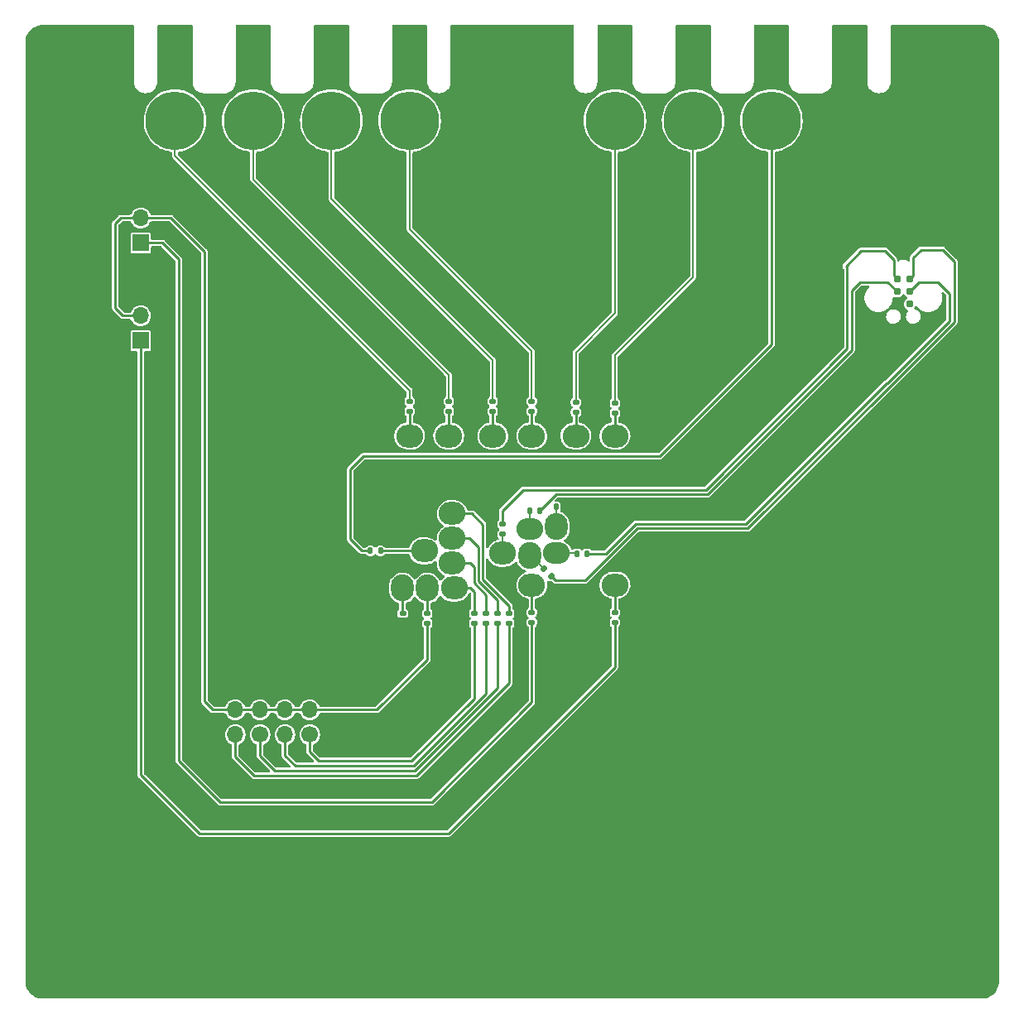
<source format=gbr>
%TF.GenerationSoftware,KiCad,Pcbnew,(6.0.0)*%
%TF.CreationDate,2022-08-21T23:10:38+12:00*%
%TF.ProjectId,TEST_FIXTURE,54455354-5f46-4495-9854-5552452e6b69,v1.0*%
%TF.SameCoordinates,Original*%
%TF.FileFunction,Copper,L1,Top*%
%TF.FilePolarity,Positive*%
%FSLAX46Y46*%
G04 Gerber Fmt 4.6, Leading zero omitted, Abs format (unit mm)*
G04 Created by KiCad (PCBNEW (6.0.0)) date 2022-08-21 23:10:38*
%MOMM*%
%LPD*%
G01*
G04 APERTURE LIST*
G04 Aperture macros list*
%AMRoundRect*
0 Rectangle with rounded corners*
0 $1 Rounding radius*
0 $2 $3 $4 $5 $6 $7 $8 $9 X,Y pos of 4 corners*
0 Add a 4 corners polygon primitive as box body*
4,1,4,$2,$3,$4,$5,$6,$7,$8,$9,$2,$3,0*
0 Add four circle primitives for the rounded corners*
1,1,$1+$1,$2,$3*
1,1,$1+$1,$4,$5*
1,1,$1+$1,$6,$7*
1,1,$1+$1,$8,$9*
0 Add four rect primitives between the rounded corners*
20,1,$1+$1,$2,$3,$4,$5,0*
20,1,$1+$1,$4,$5,$6,$7,0*
20,1,$1+$1,$6,$7,$8,$9,0*
20,1,$1+$1,$8,$9,$2,$3,0*%
G04 Aperture macros list end*
%TA.AperFunction,ComponentPad*%
%ADD10C,3.400000*%
%TD*%
%TA.AperFunction,ConnectorPad*%
%ADD11C,6.000000*%
%TD*%
%TA.AperFunction,ComponentPad*%
%ADD12O,1.700000X1.700000*%
%TD*%
%TA.AperFunction,ComponentPad*%
%ADD13R,1.700000X1.700000*%
%TD*%
%TA.AperFunction,ConnectorPad*%
%ADD14C,0.787400*%
%TD*%
%TA.AperFunction,ComponentPad*%
%ADD15O,2.750000X2.340000*%
%TD*%
%TA.AperFunction,SMDPad,CuDef*%
%ADD16RoundRect,0.135000X-0.185000X0.135000X-0.185000X-0.135000X0.185000X-0.135000X0.185000X0.135000X0*%
%TD*%
%TA.AperFunction,ComponentPad*%
%ADD17O,2.340000X2.750000*%
%TD*%
%TA.AperFunction,SMDPad,CuDef*%
%ADD18RoundRect,0.135000X0.185000X-0.135000X0.185000X0.135000X-0.185000X0.135000X-0.185000X-0.135000X0*%
%TD*%
%TA.AperFunction,ComponentPad*%
%ADD19O,2.750000X2.200000*%
%TD*%
%TA.AperFunction,SMDPad,CuDef*%
%ADD20RoundRect,0.135000X0.135000X0.185000X-0.135000X0.185000X-0.135000X-0.185000X0.135000X-0.185000X0*%
%TD*%
%TA.AperFunction,SMDPad,CuDef*%
%ADD21RoundRect,0.135000X-0.135000X-0.185000X0.135000X-0.185000X0.135000X0.185000X-0.135000X0.185000X0*%
%TD*%
%TA.AperFunction,ComponentPad*%
%ADD22C,1.700000*%
%TD*%
%TA.AperFunction,SMDPad,CuDef*%
%ADD23RoundRect,0.135000X0.226274X0.035355X0.035355X0.226274X-0.226274X-0.035355X-0.035355X-0.226274X0*%
%TD*%
%TA.AperFunction,ViaPad*%
%ADD24C,0.800000*%
%TD*%
%TA.AperFunction,Conductor*%
%ADD25C,0.250000*%
%TD*%
%TA.AperFunction,Conductor*%
%ADD26C,0.200000*%
%TD*%
G04 APERTURE END LIST*
D10*
%TO.P,H16,1,1*%
%TO.N,/GND*%
X234500000Y-110000000D03*
D11*
X234500000Y-110000000D03*
%TD*%
D10*
%TO.P,H15,1,1*%
%TO.N,/CAL*%
X226500000Y-110000000D03*
D11*
X226500000Y-110000000D03*
%TD*%
D12*
%TO.P,J4,3,Pin_3*%
%TO.N,/GND*%
X162000000Y-127420000D03*
%TO.P,J4,2,Pin_2*%
%TO.N,/5V*%
X162000000Y-129960000D03*
D13*
%TO.P,J4,1,Pin_1*%
%TO.N,/OUT_S2*%
X162000000Y-132500000D03*
%TD*%
D12*
%TO.P,J3,3,Pin_3*%
%TO.N,/GND*%
X162000000Y-117420000D03*
%TO.P,J3,2,Pin_2*%
%TO.N,/5V*%
X162000000Y-119960000D03*
D13*
%TO.P,J3,1,Pin_1*%
%TO.N,/OUT_S1*%
X162000000Y-122500000D03*
%TD*%
D14*
%TO.P,J5,1,VCC*%
%TO.N,/3V3*%
X239365000Y-126230000D03*
%TO.P,J5,2,SWDIO*%
%TO.N,/SWDIO*%
X240635000Y-126230000D03*
%TO.P,J5,3,nRST*%
%TO.N,/NRST*%
X239365000Y-127500000D03*
%TO.P,J5,4,SWCLK*%
%TO.N,/SWDCK*%
X240635000Y-127500000D03*
%TO.P,J5,5,GND*%
%TO.N,/GND*%
X239365000Y-128770000D03*
%TO.P,J5,6,NC*%
%TO.N,unconnected-(J5-Pad6)*%
X240635000Y-128770000D03*
%TD*%
D10*
%TO.P,H14,1,1*%
%TO.N,/M1-*%
X181500000Y-110000000D03*
D11*
X181500000Y-110000000D03*
%TD*%
D10*
%TO.P,H13,1,1*%
%TO.N,/M2-*%
X165500000Y-110000000D03*
D11*
X165500000Y-110000000D03*
%TD*%
D10*
%TO.P,H12,1,1*%
%TO.N,/M2+*%
X173500000Y-110000000D03*
D11*
X173500000Y-110000000D03*
%TD*%
D10*
%TO.P,H11,1,1*%
%TO.N,/M1+*%
X189500000Y-110000000D03*
D11*
X189500000Y-110000000D03*
%TD*%
D10*
%TO.P,H10,1,1*%
%TO.N,/BATT-*%
X210500000Y-110000000D03*
D11*
X210500000Y-110000000D03*
%TD*%
D10*
%TO.P,H9,1,1*%
%TO.N,/BATT+*%
X218500000Y-110000000D03*
D11*
X218500000Y-110000000D03*
%TD*%
D15*
%TO.P,J13,1*%
%TO.N,Net-(J13-Pad1)*%
X206500000Y-142250000D03*
%TD*%
D16*
%TO.P,R4,1*%
%TO.N,/M1-*%
X198000000Y-138690000D03*
%TO.P,R4,2*%
%TO.N,Net-(J15-Pad1)*%
X198000000Y-139710000D03*
%TD*%
D15*
%TO.P,J14,1*%
%TO.N,Net-(J14-Pad1)*%
X202000000Y-142250000D03*
%TD*%
%TO.P,J30,1*%
%TO.N,Net-(J30-Pad1)*%
X199000000Y-154250000D03*
%TD*%
%TO.P,J15,1*%
%TO.N,Net-(J15-Pad1)*%
X198000000Y-142250000D03*
%TD*%
%TO.P,J25,1*%
%TO.N,Net-(J25-Pad1)*%
X210500000Y-157500000D03*
%TD*%
%TO.P,J21,1*%
%TO.N,Net-(J21-Pad1)*%
X193850000Y-150190000D03*
%TD*%
D17*
%TO.P,J23,1*%
%TO.N,Net-(J23-Pad1)*%
X188770000Y-157810000D03*
%TD*%
D18*
%TO.P,R8,1*%
%TO.N,/RADIO_S2*%
X197300000Y-161410000D03*
%TO.P,R8,2*%
%TO.N,Net-(J19-Pad1)*%
X197300000Y-160390000D03*
%TD*%
D15*
%TO.P,J17,1*%
%TO.N,Net-(J17-Pad1)*%
X189500000Y-142250000D03*
%TD*%
D10*
%TO.P,H8,1,1*%
%TO.N,/GND*%
X155000000Y-150000000D03*
D11*
X155000000Y-150000000D03*
%TD*%
D15*
%TO.P,J12,1*%
%TO.N,Net-(J12-Pad1)*%
X210500000Y-142250000D03*
%TD*%
D19*
%TO.P,J28,1*%
%TO.N,Net-(J28-Pad1)*%
X204500000Y-154250000D03*
%TD*%
D15*
%TO.P,J26,1*%
%TO.N,Net-(J26-Pad1)*%
X191000000Y-154000000D03*
%TD*%
%TO.P,J19,1*%
%TO.N,Net-(J19-Pad1)*%
X193850000Y-155270000D03*
%TD*%
D18*
%TO.P,R10,1*%
%TO.N,/RADIO_S4*%
X199700000Y-161410000D03*
%TO.P,R10,2*%
%TO.N,Net-(J21-Pad1)*%
X199700000Y-160390000D03*
%TD*%
D11*
%TO.P,H2,1,1*%
%TO.N,/GND*%
X200000000Y-195000000D03*
D10*
X200000000Y-195000000D03*
%TD*%
D16*
%TO.P,R3,1*%
%TO.N,/M1+*%
X202000000Y-138690000D03*
%TO.P,R3,2*%
%TO.N,Net-(J14-Pad1)*%
X202000000Y-139710000D03*
%TD*%
D17*
%TO.P,J27,1*%
%TO.N,Net-(J27-Pad1)*%
X201750000Y-154455000D03*
%TD*%
D15*
%TO.P,J20,1*%
%TO.N,Net-(J20-Pad1)*%
X193850000Y-152730000D03*
%TD*%
D19*
%TO.P,J29,1*%
%TO.N,Net-(J29-Pad1)*%
X201750000Y-151750000D03*
%TD*%
D17*
%TO.P,J22,1*%
%TO.N,Net-(J22-Pad1)*%
X191310000Y-157810000D03*
%TD*%
%TO.P,J31,1*%
%TO.N,Net-(J31-Pad1)*%
X204500000Y-151545000D03*
%TD*%
D16*
%TO.P,R6,1*%
%TO.N,/M2-*%
X189500000Y-138690000D03*
%TO.P,R6,2*%
%TO.N,Net-(J17-Pad1)*%
X189500000Y-139710000D03*
%TD*%
D18*
%TO.P,R7,1*%
%TO.N,/RADIO_S1*%
X196100000Y-161410000D03*
%TO.P,R7,2*%
%TO.N,Net-(J18-Pad1)*%
X196100000Y-160390000D03*
%TD*%
D11*
%TO.P,H1,1,1*%
%TO.N,/GND*%
X155000000Y-195000000D03*
D10*
X155000000Y-195000000D03*
%TD*%
D16*
%TO.P,R5,1*%
%TO.N,/M2+*%
X193500000Y-138690000D03*
%TO.P,R5,2*%
%TO.N,Net-(J16-Pad1)*%
X193500000Y-139710000D03*
%TD*%
D10*
%TO.P,H5,1,1*%
%TO.N,/GND*%
X245000000Y-105000000D03*
D11*
X245000000Y-105000000D03*
%TD*%
D18*
%TO.P,R9,1*%
%TO.N,/RADIO_S3*%
X198500000Y-161410000D03*
%TO.P,R9,2*%
%TO.N,Net-(J20-Pad1)*%
X198500000Y-160390000D03*
%TD*%
D10*
%TO.P,H7,1,1*%
%TO.N,/GND*%
X155000000Y-105000000D03*
D11*
X155000000Y-105000000D03*
%TD*%
D18*
%TO.P,R13,1*%
%TO.N,/OUT_S1*%
X202000000Y-161310000D03*
%TO.P,R13,2*%
%TO.N,Net-(J24-Pad1)*%
X202000000Y-160290000D03*
%TD*%
D11*
%TO.P,H4,1,1*%
%TO.N,/GND*%
X245000000Y-150000000D03*
D10*
X245000000Y-150000000D03*
%TD*%
D20*
%TO.P,R18,2*%
%TO.N,Net-(J29-Pad1)*%
X201790000Y-149900000D03*
%TO.P,R18,1*%
%TO.N,/NRST*%
X202810000Y-149900000D03*
%TD*%
D15*
%TO.P,J18,1*%
%TO.N,Net-(J18-Pad1)*%
X194055000Y-157810000D03*
%TD*%
D18*
%TO.P,R12,1*%
%TO.N,/GND*%
X188800000Y-161410000D03*
%TO.P,R12,2*%
%TO.N,Net-(J23-Pad1)*%
X188800000Y-160390000D03*
%TD*%
D21*
%TO.P,R15,1*%
%TO.N,/CAL*%
X185490000Y-154000000D03*
%TO.P,R15,2*%
%TO.N,Net-(J26-Pad1)*%
X186510000Y-154000000D03*
%TD*%
D22*
%TO.P,J1,1,Pin_1*%
%TO.N,/RADIO_S1*%
X179280000Y-172800000D03*
D12*
%TO.P,J1,2,Pin_2*%
%TO.N,/RADIO_S2*%
X176740000Y-172800000D03*
%TO.P,J1,3,Pin_3*%
%TO.N,/5V*%
X179280000Y-170260000D03*
%TO.P,J1,4,Pin_4*%
X176740000Y-170260000D03*
%TO.P,J1,5,Pin_5*%
%TO.N,/GND*%
X179280000Y-167720000D03*
%TO.P,J1,6,Pin_6*%
X176740000Y-167720000D03*
%TD*%
D15*
%TO.P,J24,1*%
%TO.N,Net-(J24-Pad1)*%
X202000000Y-157500000D03*
%TD*%
D11*
%TO.P,H6,1,1*%
%TO.N,/GND*%
X200000000Y-105000000D03*
D10*
X200000000Y-105000000D03*
%TD*%
D16*
%TO.P,R2,1*%
%TO.N,/BATT-*%
X206500000Y-138790000D03*
%TO.P,R2,2*%
%TO.N,Net-(J13-Pad1)*%
X206500000Y-139810000D03*
%TD*%
D15*
%TO.P,J16,1*%
%TO.N,Net-(J16-Pad1)*%
X193500000Y-142250000D03*
%TD*%
D22*
%TO.P,J2,1,Pin_1*%
%TO.N,/RADIO_S3*%
X174200000Y-172800000D03*
D12*
%TO.P,J2,2,Pin_2*%
%TO.N,/RADIO_S4*%
X171660000Y-172800000D03*
%TO.P,J2,3,Pin_3*%
%TO.N,/5V*%
X174200000Y-170260000D03*
%TO.P,J2,4,Pin_4*%
X171660000Y-170260000D03*
%TO.P,J2,5,Pin_5*%
%TO.N,/GND*%
X174200000Y-167720000D03*
%TO.P,J2,6,Pin_6*%
X171660000Y-167720000D03*
%TD*%
D16*
%TO.P,R1,1*%
%TO.N,/BATT+*%
X210500000Y-138890000D03*
%TO.P,R1,2*%
%TO.N,Net-(J12-Pad1)*%
X210500000Y-139910000D03*
%TD*%
%TO.P,R19,2*%
%TO.N,Net-(J30-Pad1)*%
X199000000Y-152310000D03*
%TO.P,R19,1*%
%TO.N,/3V3*%
X199000000Y-151290000D03*
%TD*%
D23*
%TO.P,R16,2*%
%TO.N,Net-(J27-Pad1)*%
X203239376Y-155839376D03*
%TO.P,R16,1*%
%TO.N,/SWDIO*%
X203960624Y-156560624D03*
%TD*%
D18*
%TO.P,R14,1*%
%TO.N,/OUT_S2*%
X210500000Y-161310000D03*
%TO.P,R14,2*%
%TO.N,Net-(J25-Pad1)*%
X210500000Y-160290000D03*
%TD*%
D20*
%TO.P,R20,2*%
%TO.N,Net-(J31-Pad1)*%
X204490000Y-149500000D03*
%TO.P,R20,1*%
%TO.N,/GND*%
X205510000Y-149500000D03*
%TD*%
%TO.P,R17,2*%
%TO.N,Net-(J28-Pad1)*%
X206590000Y-154300000D03*
%TO.P,R17,1*%
%TO.N,/SWDCK*%
X207610000Y-154300000D03*
%TD*%
D11*
%TO.P,H3,1,1*%
%TO.N,/GND*%
X245000000Y-195000000D03*
D10*
X245000000Y-195000000D03*
%TD*%
D18*
%TO.P,R11,1*%
%TO.N,/5V*%
X191300000Y-161410000D03*
%TO.P,R11,2*%
%TO.N,Net-(J22-Pad1)*%
X191300000Y-160390000D03*
%TD*%
D24*
%TO.N,/GND*%
X170400000Y-122400000D03*
X176500000Y-127800000D03*
X193800000Y-121100000D03*
X187100000Y-120900000D03*
X181400000Y-121100000D03*
X175500000Y-121200000D03*
X162900000Y-114700000D03*
X192700000Y-114800000D03*
X207700000Y-120800000D03*
X229500000Y-125100000D03*
X230400000Y-115000000D03*
X207500000Y-126600000D03*
X207200000Y-115200000D03*
X200200000Y-126900000D03*
X193400000Y-127300000D03*
X187700000Y-127100000D03*
X181500000Y-127400000D03*
X169600000Y-114800000D03*
X177400000Y-114600000D03*
X185600000Y-114800000D03*
X183100000Y-134900000D03*
X189500000Y-135000000D03*
X195600000Y-135100000D03*
X199900000Y-134600000D03*
X204500000Y-134600000D03*
X208300000Y-135000000D03*
X222500000Y-122500000D03*
X214200000Y-122200000D03*
X213500000Y-127000000D03*
X214200000Y-115700000D03*
X221800000Y-129600000D03*
X222500000Y-116500000D03*
X214100000Y-138800000D03*
X224700000Y-139800000D03*
X207800000Y-146300000D03*
X218500000Y-145200000D03*
X230300000Y-132000000D03*
X233200000Y-120900000D03*
X245500000Y-121100000D03*
X240100000Y-121200000D03*
X230200000Y-141700000D03*
X237000000Y-134400000D03*
X222800000Y-149400000D03*
X213300000Y-154600000D03*
X213200000Y-164700000D03*
X210800000Y-169400000D03*
X202000000Y-177500000D03*
X195800000Y-183600000D03*
X193100000Y-185500000D03*
X180900000Y-185200000D03*
X168900000Y-185200000D03*
X165600000Y-183400000D03*
X161100000Y-179000000D03*
X159500000Y-176300000D03*
X160300000Y-164600000D03*
X159800000Y-153500000D03*
X159500000Y-145700000D03*
X159500000Y-135200000D03*
X170500000Y-135300000D03*
X171200000Y-145600000D03*
X170600000Y-154200000D03*
X170600000Y-163300000D03*
X167200000Y-164600000D03*
X163700000Y-164600000D03*
X163700000Y-153100000D03*
X163900000Y-145700000D03*
X167300000Y-145300000D03*
X167400000Y-153800000D03*
X167100000Y-135500000D03*
X162500000Y-125100000D03*
X167200000Y-124700000D03*
X163800000Y-135500000D03*
X199600000Y-174400000D03*
X205700000Y-166800000D03*
X180600000Y-178300000D03*
X180600000Y-181400000D03*
X163900000Y-176500000D03*
X169100000Y-181200000D03*
X192800000Y-181100000D03*
X168100000Y-173100000D03*
X171200000Y-177900000D03*
X195400000Y-173800000D03*
X191200000Y-177900000D03*
X199800000Y-169400000D03*
X191300000Y-170600000D03*
X182500000Y-172700000D03*
X193700000Y-160600000D03*
X197600000Y-149100000D03*
X198900000Y-156900000D03*
X208100000Y-158100000D03*
X205000000Y-158100000D03*
X206500000Y-149500000D03*
X188800000Y-162500000D03*
X185700000Y-146200000D03*
X188900000Y-151700000D03*
X207200000Y-152200000D03*
X237200000Y-130400000D03*
X240000000Y-131100000D03*
%TD*%
D25*
%TO.N,/3V3*%
X239021971Y-125886971D02*
X239365000Y-126230000D01*
X239021971Y-124221971D02*
X239021971Y-125886971D01*
X238100000Y-123300000D02*
X239021971Y-124221971D01*
X234100000Y-124900000D02*
X235700000Y-123300000D01*
X234250480Y-133313802D02*
X234250480Y-125050480D01*
X235700000Y-123300000D02*
X238100000Y-123300000D01*
X219813802Y-147750480D02*
X234250480Y-133313802D01*
X234250480Y-125050480D02*
X234100000Y-124900000D01*
X201149520Y-147750480D02*
X219813802Y-147750480D01*
X199000000Y-151290000D02*
X199000000Y-149900000D01*
X199000000Y-149900000D02*
X201149520Y-147750480D01*
%TO.N,/NRST*%
X238386971Y-126521971D02*
X239365000Y-127500000D01*
X234700000Y-127400000D02*
X235600000Y-126500000D01*
X220000000Y-148200000D02*
X234700000Y-133500000D01*
X235621971Y-126521971D02*
X238386971Y-126521971D01*
X204500000Y-148200000D02*
X220000000Y-148200000D01*
X202810000Y-149890000D02*
X204500000Y-148200000D01*
X234700000Y-133500000D02*
X234700000Y-127400000D01*
X235600000Y-126500000D02*
X235621971Y-126521971D01*
X202810000Y-149900000D02*
X202810000Y-149890000D01*
%TO.N,/SWDIO*%
X238385717Y-137450000D02*
X238350000Y-137450000D01*
X245200000Y-130635717D02*
X238385717Y-137450000D01*
X245200000Y-124400000D02*
X245200000Y-130635717D01*
X244000000Y-123200000D02*
X245200000Y-124400000D01*
X241800000Y-123200000D02*
X244000000Y-123200000D01*
X240978029Y-125886971D02*
X240978029Y-124021971D01*
X240635000Y-126230000D02*
X240978029Y-125886971D01*
X238350000Y-137450000D02*
X238500000Y-137300000D01*
X240978029Y-124021971D02*
X241800000Y-123200000D01*
X224100000Y-151700000D02*
X238350000Y-137450000D01*
%TO.N,/SWDCK*%
X243573029Y-126573029D02*
X241561971Y-126573029D01*
X244700000Y-130500000D02*
X244700000Y-127700000D01*
X238313802Y-136850480D02*
X238349520Y-136850480D01*
X241561971Y-126573029D02*
X240635000Y-127500000D01*
X244700000Y-127700000D02*
X243573029Y-126573029D01*
X223913802Y-151250480D02*
X238313802Y-136850480D01*
X209564282Y-154300000D02*
X212613802Y-151250480D01*
X212613802Y-151250480D02*
X223913802Y-151250480D01*
X207610000Y-154300000D02*
X209564282Y-154300000D01*
X238349520Y-136850480D02*
X244700000Y-130500000D01*
%TO.N,/5V*%
X169360000Y-170260000D02*
X171660000Y-170260000D01*
X168500000Y-169400000D02*
X169360000Y-170260000D01*
X168500000Y-123400000D02*
X168500000Y-169400000D01*
X165060000Y-119960000D02*
X168500000Y-123400000D01*
X162000000Y-119960000D02*
X165060000Y-119960000D01*
X160160000Y-129960000D02*
X159400000Y-129200000D01*
X159400000Y-129200000D02*
X159400000Y-120500000D01*
X162000000Y-129960000D02*
X160160000Y-129960000D01*
X159400000Y-120500000D02*
X159940000Y-119960000D01*
X159940000Y-119960000D02*
X162000000Y-119960000D01*
%TO.N,/SWDIO*%
X212800000Y-151700000D02*
X224100000Y-151700000D01*
X204400000Y-157000000D02*
X207500000Y-157000000D01*
X207500000Y-157000000D02*
X212800000Y-151700000D01*
X203960624Y-156560624D02*
X204400000Y-157000000D01*
%TO.N,/OUT_S1*%
X165900000Y-124200000D02*
X164200000Y-122500000D01*
X165900000Y-175500000D02*
X165900000Y-124200000D01*
X170100000Y-179700000D02*
X165900000Y-175500000D01*
X191800000Y-179700000D02*
X170100000Y-179700000D01*
X202000000Y-169500000D02*
X191800000Y-179700000D01*
X202000000Y-161310000D02*
X202000000Y-169500000D01*
X164200000Y-122500000D02*
X162000000Y-122500000D01*
%TO.N,/OUT_S2*%
X210500000Y-165900000D02*
X210500000Y-161310000D01*
X162000000Y-176900000D02*
X168000000Y-182900000D01*
X193500000Y-182900000D02*
X210500000Y-165900000D01*
X168000000Y-182900000D02*
X193500000Y-182900000D01*
X162000000Y-132500000D02*
X162000000Y-176900000D01*
%TO.N,/5V*%
X191300000Y-165100000D02*
X191300000Y-161410000D01*
X179280000Y-170260000D02*
X186140000Y-170260000D01*
X186140000Y-170260000D02*
X191300000Y-165100000D01*
X171660000Y-170260000D02*
X179280000Y-170260000D01*
%TO.N,/RADIO_S4*%
X171660000Y-175060000D02*
X171660000Y-172800000D01*
X190200000Y-177000000D02*
X173600000Y-177000000D01*
X173600000Y-177000000D02*
X171660000Y-175060000D01*
X199700000Y-161410000D02*
X199700000Y-167500000D01*
X199700000Y-167500000D02*
X190200000Y-177000000D01*
%TO.N,/RADIO_S3*%
X175700000Y-176500000D02*
X174200000Y-175000000D01*
X174200000Y-175000000D02*
X174200000Y-172800000D01*
X190035718Y-176500000D02*
X175700000Y-176500000D01*
X198500000Y-168035718D02*
X190035718Y-176500000D01*
X198500000Y-161410000D02*
X198500000Y-168035718D01*
%TO.N,/RADIO_S2*%
X177800000Y-176000000D02*
X176740000Y-174940000D01*
X176740000Y-174940000D02*
X176740000Y-172800000D01*
X189900000Y-176000000D02*
X177800000Y-176000000D01*
X197300000Y-168600000D02*
X189900000Y-176000000D01*
X197300000Y-161410000D02*
X197300000Y-168600000D01*
%TO.N,/RADIO_S1*%
X189700000Y-175500000D02*
X196100000Y-169100000D01*
X180200000Y-175500000D02*
X189700000Y-175500000D01*
X179280000Y-174580000D02*
X180200000Y-175500000D01*
X196100000Y-169100000D02*
X196100000Y-161410000D01*
X179280000Y-172800000D02*
X179280000Y-174580000D01*
D26*
%TO.N,Net-(J27-Pad1)*%
X203200000Y-155800000D02*
X201710624Y-154310624D01*
X203239376Y-155839376D02*
X203239376Y-155739376D01*
%TO.N,Net-(J28-Pad1)*%
X206540000Y-154250000D02*
X206590000Y-154300000D01*
X204500000Y-154250000D02*
X206540000Y-154250000D01*
%TO.N,Net-(J31-Pad1)*%
X204490000Y-149500000D02*
X204490000Y-151740000D01*
%TO.N,Net-(J29-Pad1)*%
X201790000Y-149900000D02*
X201790000Y-151710000D01*
%TO.N,Net-(J30-Pad1)*%
X199000000Y-152310000D02*
X199000000Y-154250000D01*
D25*
%TO.N,Net-(J23-Pad1)*%
X188770000Y-160360000D02*
X188770000Y-157810000D01*
X188800000Y-160390000D02*
X188770000Y-160360000D01*
%TO.N,Net-(J22-Pad1)*%
X191310000Y-160380000D02*
X191310000Y-157810000D01*
X191300000Y-160390000D02*
X191310000Y-160380000D01*
%TO.N,Net-(J21-Pad1)*%
X196999040Y-156913802D02*
X199700000Y-159614763D01*
X199700000Y-159614763D02*
X199700000Y-160390000D01*
X196999040Y-151300960D02*
X196999040Y-156913802D01*
X197000000Y-151300000D02*
X196999040Y-151300960D01*
X195890000Y-150190000D02*
X197000000Y-151300000D01*
X193850000Y-150190000D02*
X195890000Y-150190000D01*
%TO.N,Net-(J20-Pad1)*%
X198500000Y-159050480D02*
X198500000Y-160390000D01*
X196549520Y-157100000D02*
X198500000Y-159050480D01*
X196549520Y-153649520D02*
X196549520Y-157100000D01*
X195630000Y-152730000D02*
X196549520Y-153649520D01*
X193850000Y-152730000D02*
X195630000Y-152730000D01*
%TO.N,Net-(J19-Pad1)*%
X197300000Y-158500000D02*
X197300000Y-160390000D01*
X196100000Y-157300000D02*
X197300000Y-158500000D01*
X195670000Y-155270000D02*
X196100000Y-155700000D01*
X193850000Y-155270000D02*
X195670000Y-155270000D01*
X196100000Y-155700000D02*
X196100000Y-157300000D01*
%TO.N,Net-(J18-Pad1)*%
X195710000Y-157810000D02*
X193850000Y-157810000D01*
X196100000Y-158200000D02*
X195710000Y-157810000D01*
X196100000Y-160390000D02*
X196100000Y-158200000D01*
%TO.N,/CAL*%
X226500000Y-132900000D02*
X226500000Y-110000000D01*
X183400000Y-145700000D02*
X184800000Y-144300000D01*
X215100000Y-144300000D02*
X226500000Y-132900000D01*
X183400000Y-152800000D02*
X183400000Y-145700000D01*
X184600000Y-154000000D02*
X183400000Y-152800000D01*
X185490000Y-154000000D02*
X184600000Y-154000000D01*
X184800000Y-144300000D02*
X215100000Y-144300000D01*
%TO.N,Net-(J26-Pad1)*%
X191000000Y-154000000D02*
X186510000Y-154000000D01*
%TO.N,Net-(J24-Pad1)*%
X202000000Y-160290000D02*
X202000000Y-157500000D01*
%TO.N,Net-(J25-Pad1)*%
X210500000Y-160290000D02*
X210500000Y-157500000D01*
D26*
%TO.N,/BATT+*%
X210500000Y-134000000D02*
X218500000Y-126000000D01*
X218500000Y-126000000D02*
X218500000Y-110000000D01*
X210500000Y-138890000D02*
X210500000Y-134000000D01*
%TO.N,/BATT-*%
X210500000Y-129700000D02*
X210500000Y-110000000D01*
X206500000Y-133700000D02*
X210500000Y-129700000D01*
X206500000Y-138790000D02*
X206500000Y-133700000D01*
%TO.N,/M1+*%
X189500000Y-121100000D02*
X189500000Y-110000000D01*
X202000000Y-133600000D02*
X189500000Y-121100000D01*
X202000000Y-138690000D02*
X202000000Y-133600000D01*
%TO.N,/M1-*%
X198000000Y-138690000D02*
X198000000Y-134500000D01*
%TO.N,/M2+*%
X193500000Y-138690000D02*
X193500000Y-136000000D01*
%TO.N,/M2-*%
X189500000Y-138690000D02*
X189500000Y-137600000D01*
D25*
%TO.N,Net-(J17-Pad1)*%
X189500000Y-139710000D02*
X189500000Y-142250000D01*
%TO.N,Net-(J16-Pad1)*%
X193500000Y-139710000D02*
X193500000Y-142250000D01*
%TO.N,Net-(J15-Pad1)*%
X198000000Y-139710000D02*
X198000000Y-142250000D01*
%TO.N,Net-(J14-Pad1)*%
X202000000Y-139710000D02*
X202000000Y-142250000D01*
%TO.N,Net-(J13-Pad1)*%
X206500000Y-139810000D02*
X206500000Y-142250000D01*
%TO.N,Net-(J12-Pad1)*%
X210500000Y-139910000D02*
X210500000Y-142250000D01*
D26*
%TO.N,/M2+*%
X173500000Y-116000000D02*
X193500000Y-136000000D01*
X173500000Y-110000000D02*
X173500000Y-116000000D01*
%TO.N,/M2-*%
X165500000Y-113600000D02*
X165500000Y-110000000D01*
X189500000Y-137600000D02*
X165500000Y-113600000D01*
%TO.N,/M1-*%
X181500000Y-118000000D02*
X198000000Y-134500000D01*
X181500000Y-110000000D02*
X181500000Y-118000000D01*
D25*
%TO.N,Net-(J18-Pad1)*%
X193870000Y-157790000D02*
X193850000Y-157810000D01*
%TO.N,Net-(J19-Pad1)*%
X193870000Y-155290000D02*
X193850000Y-155270000D01*
%TO.N,Net-(J20-Pad1)*%
X193930000Y-152810000D02*
X193850000Y-152730000D01*
%TO.N,Net-(J21-Pad1)*%
X193870000Y-150210000D02*
X193850000Y-150190000D01*
D26*
%TO.N,Net-(J29-Pad1)*%
X201790000Y-151710000D02*
X201750000Y-151750000D01*
%TO.N,Net-(J31-Pad1)*%
X204490000Y-151740000D02*
X204500000Y-151750000D01*
%TD*%
%TA.AperFunction,Conductor*%
%TO.N,/GND*%
G36*
X161242121Y-100220002D02*
G01*
X161288614Y-100273658D01*
X161300000Y-100326000D01*
X161300000Y-105962976D01*
X161298047Y-105980184D01*
X161298037Y-105985813D01*
X161294857Y-105999642D01*
X161295717Y-106003444D01*
X161313716Y-106209174D01*
X161315140Y-106214487D01*
X161315140Y-106214489D01*
X161358562Y-106376540D01*
X161368061Y-106411992D01*
X161370383Y-106416972D01*
X161370384Y-106416974D01*
X161439730Y-106565685D01*
X161456800Y-106602292D01*
X161577235Y-106774292D01*
X161725708Y-106922765D01*
X161897708Y-107043200D01*
X161902686Y-107045521D01*
X161902689Y-107045523D01*
X162063683Y-107120596D01*
X162088008Y-107131939D01*
X162093316Y-107133361D01*
X162093318Y-107133362D01*
X162140305Y-107145952D01*
X162290826Y-107186284D01*
X162500000Y-107204584D01*
X162709174Y-107186284D01*
X162859695Y-107145952D01*
X162906682Y-107133362D01*
X162906684Y-107133361D01*
X162911992Y-107131939D01*
X162936317Y-107120596D01*
X163097311Y-107045523D01*
X163097314Y-107045521D01*
X163102292Y-107043200D01*
X163274292Y-106922765D01*
X163422765Y-106774292D01*
X163543200Y-106602292D01*
X163560271Y-106565685D01*
X163629616Y-106416974D01*
X163629617Y-106416972D01*
X163631939Y-106411992D01*
X163686284Y-106209174D01*
X163704145Y-106005017D01*
X163704627Y-106005059D01*
X163704466Y-106003633D01*
X163705142Y-106000716D01*
X163705143Y-106000000D01*
X163703154Y-105991282D01*
X163700000Y-105963267D01*
X163700000Y-100326000D01*
X163720002Y-100257879D01*
X163773658Y-100211386D01*
X163826000Y-100200000D01*
X167174000Y-100200000D01*
X167242121Y-100220002D01*
X167288614Y-100273658D01*
X167300000Y-100326000D01*
X167300000Y-105962688D01*
X167296746Y-105991137D01*
X167294858Y-105999284D01*
X167294857Y-106000000D01*
X167296439Y-106006937D01*
X167297230Y-106014009D01*
X167297045Y-106014030D01*
X167297764Y-106018750D01*
X167311109Y-106188302D01*
X167312263Y-106193109D01*
X167312264Y-106193115D01*
X167317395Y-106214487D01*
X167355203Y-106371967D01*
X167357096Y-106376538D01*
X167357097Y-106376540D01*
X167385229Y-106444455D01*
X167427486Y-106546473D01*
X167526178Y-106707523D01*
X167648848Y-106851152D01*
X167792477Y-106973822D01*
X167953527Y-107072514D01*
X167958097Y-107074407D01*
X167958101Y-107074409D01*
X168123458Y-107142902D01*
X168128033Y-107144797D01*
X168192181Y-107160197D01*
X168306885Y-107187736D01*
X168306891Y-107187737D01*
X168311698Y-107188891D01*
X168480186Y-107202152D01*
X168485215Y-107202929D01*
X168485240Y-107202714D01*
X168492328Y-107203530D01*
X168499284Y-107205142D01*
X168500000Y-107205143D01*
X168508718Y-107203154D01*
X168536733Y-107200000D01*
X170462689Y-107200000D01*
X170491138Y-107203254D01*
X170499285Y-107205142D01*
X170500001Y-107205143D01*
X170506938Y-107203561D01*
X170514010Y-107202770D01*
X170514031Y-107202955D01*
X170518751Y-107202236D01*
X170612571Y-107194851D01*
X170688302Y-107188891D01*
X170871967Y-107144796D01*
X170981229Y-107099538D01*
X171041899Y-107074408D01*
X171041903Y-107074406D01*
X171046473Y-107072513D01*
X171207523Y-106973822D01*
X171211278Y-106970615D01*
X171211282Y-106970612D01*
X171347395Y-106854359D01*
X171351151Y-106851151D01*
X171384722Y-106811845D01*
X171470612Y-106711282D01*
X171470615Y-106711278D01*
X171473822Y-106707523D01*
X171572513Y-106546473D01*
X171644796Y-106371967D01*
X171688891Y-106188302D01*
X171702152Y-106019815D01*
X171702929Y-106014786D01*
X171702714Y-106014761D01*
X171703530Y-106007673D01*
X171705142Y-106000717D01*
X171705143Y-106000001D01*
X171703154Y-105991283D01*
X171700000Y-105963268D01*
X171700000Y-100326000D01*
X171720002Y-100257879D01*
X171773658Y-100211386D01*
X171826000Y-100200000D01*
X175174000Y-100200000D01*
X175242121Y-100220002D01*
X175288614Y-100273658D01*
X175300000Y-100326000D01*
X175300000Y-105962689D01*
X175296746Y-105991138D01*
X175294858Y-105999285D01*
X175294857Y-106000001D01*
X175296439Y-106006938D01*
X175297230Y-106014010D01*
X175297045Y-106014031D01*
X175297764Y-106018750D01*
X175311109Y-106188302D01*
X175355204Y-106371967D01*
X175427487Y-106546473D01*
X175526178Y-106707523D01*
X175529385Y-106711278D01*
X175529388Y-106711282D01*
X175615278Y-106811845D01*
X175648849Y-106851151D01*
X175652605Y-106854359D01*
X175788718Y-106970612D01*
X175788722Y-106970615D01*
X175792477Y-106973822D01*
X175953527Y-107072513D01*
X175958097Y-107074406D01*
X175958101Y-107074408D01*
X176018771Y-107099538D01*
X176128033Y-107144796D01*
X176311698Y-107188891D01*
X176480185Y-107202152D01*
X176485214Y-107202929D01*
X176485239Y-107202714D01*
X176492327Y-107203530D01*
X176499283Y-107205142D01*
X176499999Y-107205143D01*
X176508717Y-107203154D01*
X176536732Y-107200000D01*
X178462689Y-107200000D01*
X178491138Y-107203254D01*
X178499285Y-107205142D01*
X178500001Y-107205143D01*
X178506938Y-107203561D01*
X178514010Y-107202770D01*
X178514031Y-107202955D01*
X178518751Y-107202236D01*
X178612571Y-107194851D01*
X178688302Y-107188891D01*
X178871967Y-107144796D01*
X178981229Y-107099538D01*
X179041899Y-107074408D01*
X179041903Y-107074406D01*
X179046473Y-107072513D01*
X179207523Y-106973822D01*
X179211278Y-106970615D01*
X179211282Y-106970612D01*
X179347395Y-106854359D01*
X179351151Y-106851151D01*
X179384722Y-106811845D01*
X179470612Y-106711282D01*
X179470615Y-106711278D01*
X179473822Y-106707523D01*
X179572513Y-106546473D01*
X179644796Y-106371967D01*
X179688891Y-106188302D01*
X179702152Y-106019815D01*
X179702929Y-106014786D01*
X179702714Y-106014761D01*
X179703530Y-106007673D01*
X179705142Y-106000717D01*
X179705143Y-106000001D01*
X179703154Y-105991283D01*
X179700000Y-105963268D01*
X179700000Y-100326000D01*
X179720002Y-100257879D01*
X179773658Y-100211386D01*
X179826000Y-100200000D01*
X183174000Y-100200000D01*
X183242121Y-100220002D01*
X183288614Y-100273658D01*
X183300000Y-100326000D01*
X183300000Y-105962689D01*
X183296746Y-105991138D01*
X183294858Y-105999285D01*
X183294857Y-106000001D01*
X183296439Y-106006938D01*
X183297230Y-106014010D01*
X183297045Y-106014031D01*
X183297764Y-106018750D01*
X183311109Y-106188302D01*
X183355204Y-106371967D01*
X183427487Y-106546473D01*
X183526178Y-106707523D01*
X183529385Y-106711278D01*
X183529388Y-106711282D01*
X183615278Y-106811845D01*
X183648849Y-106851151D01*
X183652605Y-106854359D01*
X183788718Y-106970612D01*
X183788722Y-106970615D01*
X183792477Y-106973822D01*
X183953527Y-107072513D01*
X183958097Y-107074406D01*
X183958101Y-107074408D01*
X184018771Y-107099538D01*
X184128033Y-107144796D01*
X184311698Y-107188891D01*
X184480185Y-107202152D01*
X184485214Y-107202929D01*
X184485239Y-107202714D01*
X184492327Y-107203530D01*
X184499283Y-107205142D01*
X184499999Y-107205143D01*
X184508717Y-107203154D01*
X184536732Y-107200000D01*
X186462689Y-107200000D01*
X186491138Y-107203254D01*
X186499285Y-107205142D01*
X186500001Y-107205143D01*
X186506938Y-107203561D01*
X186514010Y-107202770D01*
X186514031Y-107202955D01*
X186518751Y-107202236D01*
X186612571Y-107194851D01*
X186688302Y-107188891D01*
X186871967Y-107144796D01*
X186981229Y-107099538D01*
X187041899Y-107074408D01*
X187041903Y-107074406D01*
X187046473Y-107072513D01*
X187207523Y-106973822D01*
X187211278Y-106970615D01*
X187211282Y-106970612D01*
X187347395Y-106854359D01*
X187351151Y-106851151D01*
X187384722Y-106811845D01*
X187470612Y-106711282D01*
X187470615Y-106711278D01*
X187473822Y-106707523D01*
X187572513Y-106546473D01*
X187644796Y-106371967D01*
X187688891Y-106188302D01*
X187702152Y-106019815D01*
X187702929Y-106014786D01*
X187702714Y-106014761D01*
X187703530Y-106007673D01*
X187705142Y-106000717D01*
X187705143Y-106000001D01*
X187703154Y-105991283D01*
X187700000Y-105963268D01*
X187700000Y-100326000D01*
X187720002Y-100257879D01*
X187773658Y-100211386D01*
X187826000Y-100200000D01*
X191174000Y-100200000D01*
X191242121Y-100220002D01*
X191288614Y-100273658D01*
X191300000Y-100326000D01*
X191300000Y-105962976D01*
X191298047Y-105980184D01*
X191298037Y-105985813D01*
X191294857Y-105999642D01*
X191295717Y-106003444D01*
X191313716Y-106209174D01*
X191315140Y-106214487D01*
X191315140Y-106214489D01*
X191358562Y-106376540D01*
X191368061Y-106411992D01*
X191370383Y-106416972D01*
X191370384Y-106416974D01*
X191439730Y-106565685D01*
X191456800Y-106602292D01*
X191577235Y-106774292D01*
X191725708Y-106922765D01*
X191897708Y-107043200D01*
X191902686Y-107045521D01*
X191902689Y-107045523D01*
X192063683Y-107120596D01*
X192088008Y-107131939D01*
X192093316Y-107133361D01*
X192093318Y-107133362D01*
X192140305Y-107145952D01*
X192290826Y-107186284D01*
X192500000Y-107204584D01*
X192709174Y-107186284D01*
X192859695Y-107145952D01*
X192906682Y-107133362D01*
X192906684Y-107133361D01*
X192911992Y-107131939D01*
X192936317Y-107120596D01*
X193097311Y-107045523D01*
X193097314Y-107045521D01*
X193102292Y-107043200D01*
X193274292Y-106922765D01*
X193422765Y-106774292D01*
X193543200Y-106602292D01*
X193560271Y-106565685D01*
X193629616Y-106416974D01*
X193629617Y-106416972D01*
X193631939Y-106411992D01*
X193686284Y-106209174D01*
X193704145Y-106005017D01*
X193704627Y-106005059D01*
X193704466Y-106003633D01*
X193705142Y-106000716D01*
X193705143Y-106000000D01*
X193703154Y-105991282D01*
X193700000Y-105963267D01*
X193700000Y-100326000D01*
X193720002Y-100257879D01*
X193773658Y-100211386D01*
X193826000Y-100200000D01*
X206174000Y-100200000D01*
X206242121Y-100220002D01*
X206288614Y-100273658D01*
X206300000Y-100326000D01*
X206300000Y-105962976D01*
X206298047Y-105980184D01*
X206298037Y-105985813D01*
X206294857Y-105999642D01*
X206295717Y-106003444D01*
X206313716Y-106209174D01*
X206315140Y-106214487D01*
X206315140Y-106214489D01*
X206358562Y-106376540D01*
X206368061Y-106411992D01*
X206370383Y-106416972D01*
X206370384Y-106416974D01*
X206439730Y-106565685D01*
X206456800Y-106602292D01*
X206577235Y-106774292D01*
X206725708Y-106922765D01*
X206897708Y-107043200D01*
X206902686Y-107045521D01*
X206902689Y-107045523D01*
X207063683Y-107120596D01*
X207088008Y-107131939D01*
X207093316Y-107133361D01*
X207093318Y-107133362D01*
X207140305Y-107145952D01*
X207290826Y-107186284D01*
X207500000Y-107204584D01*
X207709174Y-107186284D01*
X207859695Y-107145952D01*
X207906682Y-107133362D01*
X207906684Y-107133361D01*
X207911992Y-107131939D01*
X207936317Y-107120596D01*
X208097311Y-107045523D01*
X208097314Y-107045521D01*
X208102292Y-107043200D01*
X208274292Y-106922765D01*
X208422765Y-106774292D01*
X208543200Y-106602292D01*
X208560271Y-106565685D01*
X208629616Y-106416974D01*
X208629617Y-106416972D01*
X208631939Y-106411992D01*
X208686284Y-106209174D01*
X208704145Y-106005017D01*
X208704627Y-106005059D01*
X208704466Y-106003633D01*
X208705142Y-106000716D01*
X208705143Y-106000000D01*
X208703154Y-105991282D01*
X208700000Y-105963267D01*
X208700000Y-100326000D01*
X208720002Y-100257879D01*
X208773658Y-100211386D01*
X208826000Y-100200000D01*
X212174000Y-100200000D01*
X212242121Y-100220002D01*
X212288614Y-100273658D01*
X212300000Y-100326000D01*
X212300000Y-105962689D01*
X212296746Y-105991138D01*
X212294858Y-105999285D01*
X212294857Y-106000001D01*
X212296439Y-106006938D01*
X212297230Y-106014010D01*
X212297045Y-106014031D01*
X212297764Y-106018750D01*
X212311109Y-106188302D01*
X212355204Y-106371967D01*
X212427487Y-106546473D01*
X212526178Y-106707523D01*
X212529385Y-106711278D01*
X212529388Y-106711282D01*
X212615278Y-106811845D01*
X212648849Y-106851151D01*
X212652605Y-106854359D01*
X212788718Y-106970612D01*
X212788722Y-106970615D01*
X212792477Y-106973822D01*
X212953527Y-107072513D01*
X212958097Y-107074406D01*
X212958101Y-107074408D01*
X213018771Y-107099538D01*
X213128033Y-107144796D01*
X213311698Y-107188891D01*
X213480185Y-107202152D01*
X213485214Y-107202929D01*
X213485239Y-107202714D01*
X213492327Y-107203530D01*
X213499283Y-107205142D01*
X213499999Y-107205143D01*
X213508717Y-107203154D01*
X213536732Y-107200000D01*
X215462689Y-107200000D01*
X215491138Y-107203254D01*
X215499285Y-107205142D01*
X215500001Y-107205143D01*
X215506938Y-107203561D01*
X215514010Y-107202770D01*
X215514031Y-107202955D01*
X215518751Y-107202236D01*
X215612571Y-107194851D01*
X215688302Y-107188891D01*
X215871967Y-107144796D01*
X215981229Y-107099538D01*
X216041899Y-107074408D01*
X216041903Y-107074406D01*
X216046473Y-107072513D01*
X216207523Y-106973822D01*
X216211278Y-106970615D01*
X216211282Y-106970612D01*
X216347395Y-106854359D01*
X216351151Y-106851151D01*
X216384722Y-106811845D01*
X216470612Y-106711282D01*
X216470615Y-106711278D01*
X216473822Y-106707523D01*
X216572513Y-106546473D01*
X216644796Y-106371967D01*
X216688891Y-106188302D01*
X216702152Y-106019815D01*
X216702929Y-106014786D01*
X216702714Y-106014761D01*
X216703530Y-106007673D01*
X216705142Y-106000717D01*
X216705143Y-106000001D01*
X216703154Y-105991283D01*
X216700000Y-105963268D01*
X216700000Y-100326000D01*
X216720002Y-100257879D01*
X216773658Y-100211386D01*
X216826000Y-100200000D01*
X220174000Y-100200000D01*
X220242121Y-100220002D01*
X220288614Y-100273658D01*
X220300000Y-100326000D01*
X220300000Y-105962689D01*
X220296746Y-105991138D01*
X220294858Y-105999285D01*
X220294857Y-106000001D01*
X220296439Y-106006938D01*
X220297230Y-106014010D01*
X220297045Y-106014031D01*
X220297764Y-106018750D01*
X220311109Y-106188302D01*
X220355204Y-106371967D01*
X220427487Y-106546473D01*
X220526178Y-106707523D01*
X220529385Y-106711278D01*
X220529388Y-106711282D01*
X220615278Y-106811845D01*
X220648849Y-106851151D01*
X220652605Y-106854359D01*
X220788718Y-106970612D01*
X220788722Y-106970615D01*
X220792477Y-106973822D01*
X220953527Y-107072513D01*
X220958097Y-107074406D01*
X220958101Y-107074408D01*
X221018771Y-107099538D01*
X221128033Y-107144796D01*
X221311698Y-107188891D01*
X221480185Y-107202152D01*
X221485214Y-107202929D01*
X221485239Y-107202714D01*
X221492327Y-107203530D01*
X221499283Y-107205142D01*
X221499999Y-107205143D01*
X221508717Y-107203154D01*
X221536732Y-107200000D01*
X223462689Y-107200000D01*
X223491138Y-107203254D01*
X223499285Y-107205142D01*
X223500001Y-107205143D01*
X223506938Y-107203561D01*
X223514010Y-107202770D01*
X223514031Y-107202955D01*
X223518751Y-107202236D01*
X223612571Y-107194851D01*
X223688302Y-107188891D01*
X223871967Y-107144796D01*
X223981229Y-107099538D01*
X224041899Y-107074408D01*
X224041903Y-107074406D01*
X224046473Y-107072513D01*
X224207523Y-106973822D01*
X224211278Y-106970615D01*
X224211282Y-106970612D01*
X224347395Y-106854359D01*
X224351151Y-106851151D01*
X224384722Y-106811845D01*
X224470612Y-106711282D01*
X224470615Y-106711278D01*
X224473822Y-106707523D01*
X224572513Y-106546473D01*
X224644796Y-106371967D01*
X224688891Y-106188302D01*
X224702152Y-106019815D01*
X224702929Y-106014786D01*
X224702714Y-106014761D01*
X224703530Y-106007673D01*
X224705142Y-106000717D01*
X224705143Y-106000001D01*
X224703154Y-105991283D01*
X224700000Y-105963268D01*
X224700000Y-100326000D01*
X224720002Y-100257879D01*
X224773658Y-100211386D01*
X224826000Y-100200000D01*
X228174000Y-100200000D01*
X228242121Y-100220002D01*
X228288614Y-100273658D01*
X228300000Y-100326000D01*
X228300000Y-105962689D01*
X228296746Y-105991138D01*
X228294858Y-105999285D01*
X228294857Y-106000001D01*
X228296439Y-106006938D01*
X228297230Y-106014010D01*
X228297045Y-106014031D01*
X228297764Y-106018750D01*
X228311109Y-106188302D01*
X228355204Y-106371967D01*
X228427487Y-106546473D01*
X228526178Y-106707523D01*
X228529385Y-106711278D01*
X228529388Y-106711282D01*
X228615278Y-106811845D01*
X228648849Y-106851151D01*
X228652605Y-106854359D01*
X228788718Y-106970612D01*
X228788722Y-106970615D01*
X228792477Y-106973822D01*
X228953527Y-107072513D01*
X228958097Y-107074406D01*
X228958101Y-107074408D01*
X229018771Y-107099538D01*
X229128033Y-107144796D01*
X229311698Y-107188891D01*
X229480185Y-107202152D01*
X229485214Y-107202929D01*
X229485239Y-107202714D01*
X229492327Y-107203530D01*
X229499283Y-107205142D01*
X229499999Y-107205143D01*
X229508717Y-107203154D01*
X229536732Y-107200000D01*
X231462689Y-107200000D01*
X231491138Y-107203254D01*
X231499285Y-107205142D01*
X231500001Y-107205143D01*
X231506938Y-107203561D01*
X231514010Y-107202770D01*
X231514031Y-107202955D01*
X231518751Y-107202236D01*
X231612571Y-107194851D01*
X231688302Y-107188891D01*
X231871967Y-107144796D01*
X231981229Y-107099538D01*
X232041899Y-107074408D01*
X232041903Y-107074406D01*
X232046473Y-107072513D01*
X232207523Y-106973822D01*
X232211278Y-106970615D01*
X232211282Y-106970612D01*
X232347395Y-106854359D01*
X232351151Y-106851151D01*
X232384722Y-106811845D01*
X232470612Y-106711282D01*
X232470615Y-106711278D01*
X232473822Y-106707523D01*
X232572513Y-106546473D01*
X232644796Y-106371967D01*
X232688891Y-106188302D01*
X232702152Y-106019815D01*
X232702929Y-106014786D01*
X232702714Y-106014761D01*
X232703530Y-106007673D01*
X232705142Y-106000717D01*
X232705143Y-106000001D01*
X232703154Y-105991283D01*
X232700000Y-105963268D01*
X232700000Y-100326000D01*
X232720002Y-100257879D01*
X232773658Y-100211386D01*
X232826000Y-100200000D01*
X236174000Y-100200000D01*
X236242121Y-100220002D01*
X236288614Y-100273658D01*
X236300000Y-100326000D01*
X236300000Y-105962976D01*
X236298047Y-105980184D01*
X236298037Y-105985813D01*
X236294857Y-105999642D01*
X236295717Y-106003444D01*
X236313716Y-106209174D01*
X236315140Y-106214487D01*
X236315140Y-106214489D01*
X236358562Y-106376540D01*
X236368061Y-106411992D01*
X236370383Y-106416972D01*
X236370384Y-106416974D01*
X236439730Y-106565685D01*
X236456800Y-106602292D01*
X236577235Y-106774292D01*
X236725708Y-106922765D01*
X236897708Y-107043200D01*
X236902686Y-107045521D01*
X236902689Y-107045523D01*
X237063683Y-107120596D01*
X237088008Y-107131939D01*
X237093316Y-107133361D01*
X237093318Y-107133362D01*
X237140305Y-107145952D01*
X237290826Y-107186284D01*
X237500000Y-107204584D01*
X237709174Y-107186284D01*
X237859695Y-107145952D01*
X237906682Y-107133362D01*
X237906684Y-107133361D01*
X237911992Y-107131939D01*
X237936317Y-107120596D01*
X238097311Y-107045523D01*
X238097314Y-107045521D01*
X238102292Y-107043200D01*
X238274292Y-106922765D01*
X238422765Y-106774292D01*
X238543200Y-106602292D01*
X238560271Y-106565685D01*
X238629616Y-106416974D01*
X238629617Y-106416972D01*
X238631939Y-106411992D01*
X238686284Y-106209174D01*
X238704145Y-106005017D01*
X238704627Y-106005059D01*
X238704466Y-106003633D01*
X238705142Y-106000716D01*
X238705143Y-106000000D01*
X238703154Y-105991282D01*
X238700000Y-105963267D01*
X238700000Y-100326000D01*
X238720002Y-100257879D01*
X238773658Y-100211386D01*
X238826000Y-100200000D01*
X247962976Y-100200000D01*
X247980182Y-100201953D01*
X247985813Y-100201963D01*
X247999642Y-100205143D01*
X248013483Y-100202011D01*
X248027147Y-100202035D01*
X248035165Y-100202305D01*
X248076089Y-100204987D01*
X248226703Y-100214859D01*
X248243044Y-100217010D01*
X248457778Y-100259724D01*
X248473697Y-100263990D01*
X248681009Y-100334362D01*
X248696233Y-100340668D01*
X248797621Y-100390666D01*
X248892592Y-100437501D01*
X248906866Y-100445742D01*
X249088901Y-100567374D01*
X249101977Y-100577407D01*
X249266583Y-100721763D01*
X249278237Y-100733417D01*
X249422593Y-100898023D01*
X249432626Y-100911099D01*
X249554258Y-101093134D01*
X249562499Y-101107408D01*
X249659331Y-101303763D01*
X249659331Y-101303764D01*
X249665638Y-101318991D01*
X249736010Y-101526303D01*
X249740276Y-101542222D01*
X249782990Y-101756956D01*
X249785141Y-101773297D01*
X249797787Y-101966230D01*
X249798057Y-101974692D01*
X249798037Y-101985812D01*
X249794857Y-101999642D01*
X249797989Y-102013482D01*
X249797980Y-102018372D01*
X249800000Y-102036448D01*
X249800000Y-197962976D01*
X249798047Y-197980182D01*
X249798037Y-197985813D01*
X249794857Y-197999642D01*
X249797989Y-198013483D01*
X249797965Y-198027147D01*
X249797695Y-198035168D01*
X249785141Y-198226705D01*
X249782990Y-198243045D01*
X249740278Y-198457773D01*
X249736012Y-198473694D01*
X249665637Y-198681011D01*
X249659330Y-198696237D01*
X249562499Y-198892592D01*
X249554258Y-198906866D01*
X249432626Y-199088901D01*
X249422593Y-199101977D01*
X249278237Y-199266583D01*
X249266583Y-199278237D01*
X249101977Y-199422593D01*
X249088901Y-199432626D01*
X248906866Y-199554258D01*
X248892592Y-199562499D01*
X248696237Y-199659330D01*
X248681011Y-199665637D01*
X248473694Y-199736012D01*
X248457773Y-199740278D01*
X248243045Y-199782990D01*
X248226705Y-199785141D01*
X248160142Y-199789504D01*
X248033759Y-199797787D01*
X248025308Y-199798057D01*
X248014188Y-199798037D01*
X248000358Y-199794857D01*
X247986518Y-199797989D01*
X247981628Y-199797980D01*
X247963552Y-199800000D01*
X152037024Y-199800000D01*
X152019818Y-199798047D01*
X152014187Y-199798037D01*
X152000358Y-199794857D01*
X151986517Y-199797989D01*
X151972853Y-199797965D01*
X151964835Y-199797695D01*
X151905162Y-199793784D01*
X151773295Y-199785141D01*
X151756955Y-199782990D01*
X151542227Y-199740278D01*
X151526306Y-199736012D01*
X151318989Y-199665637D01*
X151303763Y-199659330D01*
X151107408Y-199562499D01*
X151093134Y-199554258D01*
X150911099Y-199432626D01*
X150898023Y-199422593D01*
X150733417Y-199278237D01*
X150721763Y-199266583D01*
X150577407Y-199101977D01*
X150567374Y-199088901D01*
X150445742Y-198906866D01*
X150437501Y-198892592D01*
X150340670Y-198696237D01*
X150334363Y-198681011D01*
X150263988Y-198473694D01*
X150259722Y-198457773D01*
X150217010Y-198243045D01*
X150214859Y-198226705D01*
X150202213Y-198033770D01*
X150201943Y-198025308D01*
X150201963Y-198014188D01*
X150205143Y-198000358D01*
X150202011Y-197986518D01*
X150202020Y-197981628D01*
X150200000Y-197963552D01*
X150200000Y-133369748D01*
X160949500Y-133369748D01*
X160961133Y-133428231D01*
X161005448Y-133494552D01*
X161071769Y-133538867D01*
X161083938Y-133541288D01*
X161083939Y-133541288D01*
X161124184Y-133549293D01*
X161130252Y-133550500D01*
X161548500Y-133550500D01*
X161616621Y-133570502D01*
X161663114Y-133624158D01*
X161674500Y-133676500D01*
X161674500Y-176880290D01*
X161674020Y-176891272D01*
X161670736Y-176928807D01*
X161673590Y-176939456D01*
X161680491Y-176965210D01*
X161682870Y-176975942D01*
X161689412Y-177013045D01*
X161694923Y-177022590D01*
X161696115Y-177025866D01*
X161697592Y-177029034D01*
X161700446Y-177039684D01*
X161706770Y-177048715D01*
X161722055Y-177070544D01*
X161727961Y-177079815D01*
X161741293Y-177102906D01*
X161746806Y-177112455D01*
X161755251Y-177119541D01*
X161775682Y-177136685D01*
X161783785Y-177144111D01*
X167755895Y-183116222D01*
X167763315Y-183124318D01*
X167787545Y-183153194D01*
X167797088Y-183158704D01*
X167797092Y-183158707D01*
X167820179Y-183172036D01*
X167829448Y-183177940D01*
X167860316Y-183199554D01*
X167870964Y-183202407D01*
X167874135Y-183203886D01*
X167877411Y-183205078D01*
X167886955Y-183210588D01*
X167924076Y-183217134D01*
X167934783Y-183219508D01*
X167971193Y-183229263D01*
X167982168Y-183228303D01*
X167982170Y-183228303D01*
X168008731Y-183225979D01*
X168019712Y-183225500D01*
X193480290Y-183225500D01*
X193491272Y-183225980D01*
X193517820Y-183228303D01*
X193517822Y-183228303D01*
X193528807Y-183229264D01*
X193565215Y-183219508D01*
X193575942Y-183217130D01*
X193579301Y-183216538D01*
X193613045Y-183210588D01*
X193622590Y-183205077D01*
X193625866Y-183203885D01*
X193629034Y-183202408D01*
X193639684Y-183199554D01*
X193670550Y-183177941D01*
X193679815Y-183172039D01*
X193702906Y-183158707D01*
X193712455Y-183153194D01*
X193736685Y-183124317D01*
X193744111Y-183116215D01*
X210716215Y-166144111D01*
X210724319Y-166136684D01*
X210744749Y-166119541D01*
X210753194Y-166112455D01*
X210758707Y-166102906D01*
X210772039Y-166079815D01*
X210777945Y-166070544D01*
X210793230Y-166048715D01*
X210799554Y-166039684D01*
X210802408Y-166029034D01*
X210803885Y-166025866D01*
X210805077Y-166022590D01*
X210810588Y-166013045D01*
X210817130Y-165975942D01*
X210819509Y-165965210D01*
X210829264Y-165928807D01*
X210825979Y-165891257D01*
X210825500Y-165880276D01*
X210825500Y-161825764D01*
X210845502Y-161757643D01*
X210875636Y-161726288D01*
X210880404Y-161724065D01*
X210964065Y-161640404D01*
X210968725Y-161630411D01*
X211009994Y-161541910D01*
X211009994Y-161541909D01*
X211014068Y-161533173D01*
X211020500Y-161484316D01*
X211020500Y-161135684D01*
X211014068Y-161086827D01*
X210964065Y-160979596D01*
X210880404Y-160895935D01*
X210881092Y-160895247D01*
X210843131Y-160847753D01*
X210835823Y-160777133D01*
X210867856Y-160713774D01*
X210877496Y-160705421D01*
X210880404Y-160704065D01*
X210964065Y-160620404D01*
X210968725Y-160610411D01*
X211009994Y-160521910D01*
X211009994Y-160521909D01*
X211014068Y-160513173D01*
X211020500Y-160464316D01*
X211020500Y-160115684D01*
X211014068Y-160066827D01*
X210975321Y-159983733D01*
X210968725Y-159969589D01*
X210968725Y-159969588D01*
X210964065Y-159959596D01*
X210880404Y-159875935D01*
X210876600Y-159874161D01*
X210834899Y-159821988D01*
X210825500Y-159774236D01*
X210825500Y-158980640D01*
X210845502Y-158912519D01*
X210899158Y-158866026D01*
X210930268Y-158856442D01*
X210931441Y-158856241D01*
X210936750Y-158855791D01*
X210941907Y-158854453D01*
X210941910Y-158854452D01*
X211156708Y-158798701D01*
X211156712Y-158798699D01*
X211161873Y-158797360D01*
X211322304Y-158725091D01*
X211369071Y-158704024D01*
X211369074Y-158704023D01*
X211373932Y-158701834D01*
X211566865Y-158571944D01*
X211607916Y-158532784D01*
X211731290Y-158415091D01*
X211735155Y-158411404D01*
X211873989Y-158224804D01*
X211979398Y-158017480D01*
X212048369Y-157795359D01*
X212078928Y-157564793D01*
X212070203Y-157332374D01*
X212022442Y-157104749D01*
X212020485Y-157099793D01*
X212020483Y-157099787D01*
X211950663Y-156922994D01*
X211937011Y-156888424D01*
X211816354Y-156689587D01*
X211808682Y-156680746D01*
X211667419Y-156517955D01*
X211667417Y-156517953D01*
X211663919Y-156513922D01*
X211659793Y-156510539D01*
X211659789Y-156510535D01*
X211488194Y-156369837D01*
X211484066Y-156366452D01*
X211479430Y-156363813D01*
X211479427Y-156363811D01*
X211286580Y-156254036D01*
X211281937Y-156251393D01*
X211063312Y-156172036D01*
X211058063Y-156171087D01*
X211058060Y-156171086D01*
X210979139Y-156156815D01*
X210834442Y-156130649D01*
X210830303Y-156130454D01*
X210830296Y-156130453D01*
X210811565Y-156129570D01*
X210811556Y-156129570D01*
X210810076Y-156129500D01*
X210236603Y-156129500D01*
X210063250Y-156144209D01*
X210058086Y-156145549D01*
X210058082Y-156145550D01*
X209843292Y-156201299D01*
X209843288Y-156201301D01*
X209838127Y-156202640D01*
X209724033Y-156254036D01*
X209630929Y-156295976D01*
X209630926Y-156295977D01*
X209626068Y-156298166D01*
X209433135Y-156428056D01*
X209429278Y-156431735D01*
X209429276Y-156431737D01*
X209364047Y-156493962D01*
X209264845Y-156588596D01*
X209126011Y-156775196D01*
X209123595Y-156779947D01*
X209123593Y-156779951D01*
X209102959Y-156820535D01*
X209020602Y-156982520D01*
X209019019Y-156987618D01*
X208995975Y-157061830D01*
X208951631Y-157204641D01*
X208950930Y-157209930D01*
X208928871Y-157376366D01*
X208921072Y-157435207D01*
X208929797Y-157667626D01*
X208977558Y-157895251D01*
X208979515Y-157900207D01*
X208979517Y-157900213D01*
X209027706Y-158022235D01*
X209062989Y-158111576D01*
X209123317Y-158210994D01*
X209177887Y-158300922D01*
X209183646Y-158310413D01*
X209187141Y-158314441D01*
X209187142Y-158314442D01*
X209250121Y-158387018D01*
X209336081Y-158486078D01*
X209340207Y-158489461D01*
X209340211Y-158489465D01*
X209400729Y-158539086D01*
X209515934Y-158633548D01*
X209520570Y-158636187D01*
X209520573Y-158636189D01*
X209635895Y-158701834D01*
X209718063Y-158748607D01*
X209936688Y-158827964D01*
X210024172Y-158843784D01*
X210070922Y-158852238D01*
X210134396Y-158884043D01*
X210170599Y-158945115D01*
X210174500Y-158976227D01*
X210174500Y-159774236D01*
X210154498Y-159842357D01*
X210124364Y-159873712D01*
X210119596Y-159875935D01*
X210035935Y-159959596D01*
X210031275Y-159969588D01*
X210031275Y-159969589D01*
X210024680Y-159983733D01*
X209985932Y-160066827D01*
X209979500Y-160115684D01*
X209979500Y-160464316D01*
X209985932Y-160513173D01*
X209990006Y-160521909D01*
X209990006Y-160521910D01*
X210031275Y-160610411D01*
X210035935Y-160620404D01*
X210119596Y-160704065D01*
X210118908Y-160704753D01*
X210156869Y-160752247D01*
X210164177Y-160822867D01*
X210132144Y-160886226D01*
X210122504Y-160894579D01*
X210119596Y-160895935D01*
X210035935Y-160979596D01*
X209985932Y-161086827D01*
X209979500Y-161135684D01*
X209979500Y-161484316D01*
X209985932Y-161533173D01*
X209990006Y-161541909D01*
X209990006Y-161541910D01*
X210031275Y-161630411D01*
X210035935Y-161640404D01*
X210119596Y-161724065D01*
X210123400Y-161725839D01*
X210165101Y-161778012D01*
X210174500Y-161825764D01*
X210174500Y-165712984D01*
X210154498Y-165781105D01*
X210137595Y-165802079D01*
X193402079Y-182537595D01*
X193339767Y-182571621D01*
X193312984Y-182574500D01*
X168187017Y-182574500D01*
X168118896Y-182554498D01*
X168097922Y-182537595D01*
X162362405Y-176802079D01*
X162328379Y-176739767D01*
X162325500Y-176712984D01*
X162325500Y-133676500D01*
X162345502Y-133608379D01*
X162399158Y-133561886D01*
X162451500Y-133550500D01*
X162869748Y-133550500D01*
X162875816Y-133549293D01*
X162916061Y-133541288D01*
X162916062Y-133541288D01*
X162928231Y-133538867D01*
X162994552Y-133494552D01*
X163038867Y-133428231D01*
X163050500Y-133369748D01*
X163050500Y-131630252D01*
X163038867Y-131571769D01*
X162994552Y-131505448D01*
X162928231Y-131461133D01*
X162916062Y-131458712D01*
X162916061Y-131458712D01*
X162875816Y-131450707D01*
X162869748Y-131449500D01*
X161130252Y-131449500D01*
X161124184Y-131450707D01*
X161083939Y-131458712D01*
X161083938Y-131458712D01*
X161071769Y-131461133D01*
X161005448Y-131505448D01*
X160961133Y-131571769D01*
X160949500Y-131630252D01*
X160949500Y-133369748D01*
X150200000Y-133369748D01*
X150200000Y-129228807D01*
X159070736Y-129228807D01*
X159078891Y-129259239D01*
X159080491Y-129265210D01*
X159082870Y-129275942D01*
X159089412Y-129313045D01*
X159094923Y-129322590D01*
X159096115Y-129325866D01*
X159097592Y-129329034D01*
X159100446Y-129339684D01*
X159106770Y-129348715D01*
X159122055Y-129370544D01*
X159127961Y-129379815D01*
X159141293Y-129402906D01*
X159146806Y-129412455D01*
X159161779Y-129425019D01*
X159175675Y-129436679D01*
X159183780Y-129444106D01*
X159915901Y-130176228D01*
X159923327Y-130184331D01*
X159947545Y-130213194D01*
X159957088Y-130218704D01*
X159957092Y-130218707D01*
X159980179Y-130232036D01*
X159989448Y-130237940D01*
X160020316Y-130259554D01*
X160030964Y-130262407D01*
X160034135Y-130263886D01*
X160037411Y-130265078D01*
X160046955Y-130270588D01*
X160084076Y-130277134D01*
X160094783Y-130279508D01*
X160131193Y-130289263D01*
X160142168Y-130288303D01*
X160142170Y-130288303D01*
X160168731Y-130285979D01*
X160179712Y-130285500D01*
X160909211Y-130285500D01*
X160977332Y-130305502D01*
X161021278Y-130353906D01*
X161087861Y-130483462D01*
X161112712Y-130531818D01*
X161240677Y-130693270D01*
X161245370Y-130697264D01*
X161245371Y-130697265D01*
X161349400Y-130785800D01*
X161397564Y-130826791D01*
X161402942Y-130829797D01*
X161402944Y-130829798D01*
X161479163Y-130872395D01*
X161577398Y-130927297D01*
X161672238Y-130958113D01*
X161767471Y-130989056D01*
X161767475Y-130989057D01*
X161773329Y-130990959D01*
X161977894Y-131015351D01*
X161984029Y-131014879D01*
X161984031Y-131014879D01*
X162040039Y-131010569D01*
X162183300Y-130999546D01*
X162189230Y-130997890D01*
X162189232Y-130997890D01*
X162375797Y-130945800D01*
X162375796Y-130945800D01*
X162381725Y-130944145D01*
X162387214Y-130941372D01*
X162387220Y-130941370D01*
X162560116Y-130854033D01*
X162565610Y-130851258D01*
X162727951Y-130724424D01*
X162779508Y-130664695D01*
X162858540Y-130573134D01*
X162858540Y-130573133D01*
X162862564Y-130568472D01*
X162875218Y-130546198D01*
X162910856Y-130483462D01*
X162964323Y-130389344D01*
X163029351Y-130193863D01*
X163055171Y-129989474D01*
X163055583Y-129960000D01*
X163035480Y-129754970D01*
X162975935Y-129557749D01*
X162879218Y-129375849D01*
X162800125Y-129278872D01*
X162752906Y-129220975D01*
X162752903Y-129220972D01*
X162749011Y-129216200D01*
X162721920Y-129193788D01*
X162595025Y-129088811D01*
X162595021Y-129088809D01*
X162590275Y-129084882D01*
X162409055Y-128986897D01*
X162212254Y-128925977D01*
X162206129Y-128925333D01*
X162206128Y-128925333D01*
X162013498Y-128905087D01*
X162013496Y-128905087D01*
X162007369Y-128904443D01*
X161920529Y-128912346D01*
X161808342Y-128922555D01*
X161808339Y-128922556D01*
X161802203Y-128923114D01*
X161604572Y-128981280D01*
X161422002Y-129076726D01*
X161417201Y-129080586D01*
X161417198Y-129080588D01*
X161270151Y-129198817D01*
X161261447Y-129205815D01*
X161129024Y-129363630D01*
X161126056Y-129369028D01*
X161126053Y-129369033D01*
X161073871Y-129463953D01*
X161029776Y-129544162D01*
X161027914Y-129550031D01*
X161025485Y-129555699D01*
X161023458Y-129554830D01*
X160989342Y-129605481D01*
X160924140Y-129633575D01*
X160908901Y-129634500D01*
X160347018Y-129634500D01*
X160278897Y-129614498D01*
X160257923Y-129597596D01*
X159762405Y-129102079D01*
X159728380Y-129039766D01*
X159725500Y-129012983D01*
X159725500Y-120687017D01*
X159745502Y-120618896D01*
X159762405Y-120597921D01*
X160037923Y-120322404D01*
X160100235Y-120288379D01*
X160127018Y-120285500D01*
X160909211Y-120285500D01*
X160977332Y-120305502D01*
X161021278Y-120353906D01*
X161087202Y-120482180D01*
X161112712Y-120531818D01*
X161240677Y-120693270D01*
X161397564Y-120826791D01*
X161577398Y-120927297D01*
X161647646Y-120950122D01*
X161767471Y-120989056D01*
X161767475Y-120989057D01*
X161773329Y-120990959D01*
X161977894Y-121015351D01*
X161984029Y-121014879D01*
X161984031Y-121014879D01*
X162040039Y-121010569D01*
X162183300Y-120999546D01*
X162189230Y-120997890D01*
X162189232Y-120997890D01*
X162313104Y-120963304D01*
X162381725Y-120944145D01*
X162387214Y-120941372D01*
X162387220Y-120941370D01*
X162560116Y-120854033D01*
X162565610Y-120851258D01*
X162727951Y-120724424D01*
X162862564Y-120568472D01*
X162883387Y-120531818D01*
X162961275Y-120394709D01*
X162964323Y-120389344D01*
X162970184Y-120371726D01*
X163010666Y-120313403D01*
X163076254Y-120286224D01*
X163089741Y-120285500D01*
X164872984Y-120285500D01*
X164941105Y-120305502D01*
X164962079Y-120322405D01*
X168137595Y-123497921D01*
X168171621Y-123560233D01*
X168174500Y-123587016D01*
X168174500Y-169380290D01*
X168174020Y-169391272D01*
X168173075Y-169402078D01*
X168170736Y-169428807D01*
X168173590Y-169439456D01*
X168180491Y-169465210D01*
X168182870Y-169475942D01*
X168189412Y-169513045D01*
X168194923Y-169522590D01*
X168196115Y-169525866D01*
X168197592Y-169529034D01*
X168200446Y-169539684D01*
X168206770Y-169548715D01*
X168222055Y-169570544D01*
X168227961Y-169579815D01*
X168240882Y-169602194D01*
X168246806Y-169612455D01*
X168255251Y-169619541D01*
X168275682Y-169636685D01*
X168283785Y-169644111D01*
X169115889Y-170476215D01*
X169123315Y-170484318D01*
X169147545Y-170513194D01*
X169157094Y-170518707D01*
X169180185Y-170532039D01*
X169189456Y-170537945D01*
X169220316Y-170559554D01*
X169230966Y-170562408D01*
X169234134Y-170563885D01*
X169237410Y-170565077D01*
X169246955Y-170570588D01*
X169280699Y-170576538D01*
X169284058Y-170577130D01*
X169294785Y-170579508D01*
X169331193Y-170589264D01*
X169342169Y-170588304D01*
X169342172Y-170588304D01*
X169368743Y-170585979D01*
X169379724Y-170585500D01*
X170569211Y-170585500D01*
X170637332Y-170605502D01*
X170681278Y-170653906D01*
X170772712Y-170831818D01*
X170900677Y-170993270D01*
X171057564Y-171126791D01*
X171237398Y-171227297D01*
X171332238Y-171258113D01*
X171427471Y-171289056D01*
X171427475Y-171289057D01*
X171433329Y-171290959D01*
X171637894Y-171315351D01*
X171644029Y-171314879D01*
X171644031Y-171314879D01*
X171700039Y-171310569D01*
X171843300Y-171299546D01*
X171849230Y-171297890D01*
X171849232Y-171297890D01*
X172035797Y-171245800D01*
X172035796Y-171245800D01*
X172041725Y-171244145D01*
X172047214Y-171241372D01*
X172047220Y-171241370D01*
X172220116Y-171154033D01*
X172225610Y-171151258D01*
X172387951Y-171024424D01*
X172522564Y-170868472D01*
X172543387Y-170831818D01*
X172621275Y-170694709D01*
X172624323Y-170689344D01*
X172630184Y-170671726D01*
X172670666Y-170613403D01*
X172736254Y-170586224D01*
X172749741Y-170585500D01*
X173109211Y-170585500D01*
X173177332Y-170605502D01*
X173221278Y-170653906D01*
X173312712Y-170831818D01*
X173440677Y-170993270D01*
X173597564Y-171126791D01*
X173777398Y-171227297D01*
X173872238Y-171258113D01*
X173967471Y-171289056D01*
X173967475Y-171289057D01*
X173973329Y-171290959D01*
X174177894Y-171315351D01*
X174184029Y-171314879D01*
X174184031Y-171314879D01*
X174240039Y-171310569D01*
X174383300Y-171299546D01*
X174389230Y-171297890D01*
X174389232Y-171297890D01*
X174575797Y-171245800D01*
X174575796Y-171245800D01*
X174581725Y-171244145D01*
X174587214Y-171241372D01*
X174587220Y-171241370D01*
X174760116Y-171154033D01*
X174765610Y-171151258D01*
X174927951Y-171024424D01*
X175062564Y-170868472D01*
X175083387Y-170831818D01*
X175161275Y-170694709D01*
X175164323Y-170689344D01*
X175170184Y-170671726D01*
X175210666Y-170613403D01*
X175276254Y-170586224D01*
X175289741Y-170585500D01*
X175649211Y-170585500D01*
X175717332Y-170605502D01*
X175761278Y-170653906D01*
X175852712Y-170831818D01*
X175980677Y-170993270D01*
X176137564Y-171126791D01*
X176317398Y-171227297D01*
X176412238Y-171258113D01*
X176507471Y-171289056D01*
X176507475Y-171289057D01*
X176513329Y-171290959D01*
X176717894Y-171315351D01*
X176724029Y-171314879D01*
X176724031Y-171314879D01*
X176780039Y-171310569D01*
X176923300Y-171299546D01*
X176929230Y-171297890D01*
X176929232Y-171297890D01*
X177115797Y-171245800D01*
X177115796Y-171245800D01*
X177121725Y-171244145D01*
X177127214Y-171241372D01*
X177127220Y-171241370D01*
X177300116Y-171154033D01*
X177305610Y-171151258D01*
X177467951Y-171024424D01*
X177602564Y-170868472D01*
X177623387Y-170831818D01*
X177701275Y-170694709D01*
X177704323Y-170689344D01*
X177710184Y-170671726D01*
X177750666Y-170613403D01*
X177816254Y-170586224D01*
X177829741Y-170585500D01*
X178189211Y-170585500D01*
X178257332Y-170605502D01*
X178301278Y-170653906D01*
X178392712Y-170831818D01*
X178520677Y-170993270D01*
X178677564Y-171126791D01*
X178857398Y-171227297D01*
X178952238Y-171258113D01*
X179047471Y-171289056D01*
X179047475Y-171289057D01*
X179053329Y-171290959D01*
X179257894Y-171315351D01*
X179264029Y-171314879D01*
X179264031Y-171314879D01*
X179320039Y-171310569D01*
X179463300Y-171299546D01*
X179469230Y-171297890D01*
X179469232Y-171297890D01*
X179655797Y-171245800D01*
X179655796Y-171245800D01*
X179661725Y-171244145D01*
X179667214Y-171241372D01*
X179667220Y-171241370D01*
X179840116Y-171154033D01*
X179845610Y-171151258D01*
X180007951Y-171024424D01*
X180142564Y-170868472D01*
X180163387Y-170831818D01*
X180241275Y-170694709D01*
X180244323Y-170689344D01*
X180250184Y-170671726D01*
X180290666Y-170613403D01*
X180356254Y-170586224D01*
X180369741Y-170585500D01*
X186120290Y-170585500D01*
X186131272Y-170585980D01*
X186157820Y-170588303D01*
X186157822Y-170588303D01*
X186168807Y-170589264D01*
X186205215Y-170579508D01*
X186215942Y-170577130D01*
X186219301Y-170576538D01*
X186253045Y-170570588D01*
X186262590Y-170565077D01*
X186265866Y-170563885D01*
X186269034Y-170562408D01*
X186279684Y-170559554D01*
X186310544Y-170537945D01*
X186319815Y-170532039D01*
X186342906Y-170518707D01*
X186352455Y-170513194D01*
X186376685Y-170484317D01*
X186384111Y-170476215D01*
X191516215Y-165344111D01*
X191524319Y-165336684D01*
X191544749Y-165319541D01*
X191553194Y-165312455D01*
X191558707Y-165302906D01*
X191572039Y-165279815D01*
X191577945Y-165270544D01*
X191593230Y-165248715D01*
X191599554Y-165239684D01*
X191602408Y-165229034D01*
X191603885Y-165225866D01*
X191605077Y-165222590D01*
X191610588Y-165213045D01*
X191617130Y-165175942D01*
X191619509Y-165165210D01*
X191626410Y-165139456D01*
X191629264Y-165128807D01*
X191625980Y-165091272D01*
X191625500Y-165080290D01*
X191625500Y-161925764D01*
X191645502Y-161857643D01*
X191675636Y-161826288D01*
X191680404Y-161824065D01*
X191764065Y-161740404D01*
X191772389Y-161722553D01*
X191809994Y-161641910D01*
X191809994Y-161641909D01*
X191814068Y-161633173D01*
X191820500Y-161584316D01*
X191820500Y-161235684D01*
X191814068Y-161186827D01*
X191790220Y-161135684D01*
X191768725Y-161089589D01*
X191768725Y-161089588D01*
X191764065Y-161079596D01*
X191680404Y-160995935D01*
X191681092Y-160995247D01*
X191643131Y-160947753D01*
X191635823Y-160877133D01*
X191667856Y-160813774D01*
X191677496Y-160805421D01*
X191680404Y-160804065D01*
X191764065Y-160720404D01*
X191814068Y-160613173D01*
X191820500Y-160564316D01*
X191820500Y-160215684D01*
X191814068Y-160166827D01*
X191790220Y-160115684D01*
X191768725Y-160069589D01*
X191768725Y-160069588D01*
X191764065Y-160059596D01*
X191680404Y-159975935D01*
X191681525Y-159974814D01*
X191644901Y-159928995D01*
X191635500Y-159881239D01*
X191635500Y-159445698D01*
X191655502Y-159377577D01*
X191715218Y-159328506D01*
X191916615Y-159248970D01*
X191921576Y-159247011D01*
X192031554Y-159180275D01*
X192115852Y-159129122D01*
X192115855Y-159129120D01*
X192120413Y-159126354D01*
X192144828Y-159105168D01*
X192292045Y-158977419D01*
X192292047Y-158977417D01*
X192296078Y-158973919D01*
X192299461Y-158969793D01*
X192299465Y-158969789D01*
X192415753Y-158827964D01*
X192443548Y-158794066D01*
X192532235Y-158638266D01*
X192583317Y-158588961D01*
X192652947Y-158575100D01*
X192719018Y-158601084D01*
X192738169Y-158620827D01*
X192738646Y-158620413D01*
X192885310Y-158789427D01*
X192891081Y-158796078D01*
X192895207Y-158799461D01*
X192895211Y-158799465D01*
X192989608Y-158876865D01*
X193070934Y-158943548D01*
X193075570Y-158946187D01*
X193075573Y-158946189D01*
X193190895Y-159011834D01*
X193273063Y-159058607D01*
X193491688Y-159137964D01*
X193496937Y-159138913D01*
X193496940Y-159138914D01*
X193549410Y-159148402D01*
X193720558Y-159179351D01*
X193724697Y-159179546D01*
X193724704Y-159179547D01*
X193743435Y-159180430D01*
X193743444Y-159180430D01*
X193744924Y-159180500D01*
X194318397Y-159180500D01*
X194491750Y-159165791D01*
X194496914Y-159164451D01*
X194496918Y-159164450D01*
X194711708Y-159108701D01*
X194711712Y-159108699D01*
X194716873Y-159107360D01*
X194863542Y-159041290D01*
X194924071Y-159014024D01*
X194924074Y-159014023D01*
X194928932Y-159011834D01*
X195121865Y-158881944D01*
X195138552Y-158866026D01*
X195286290Y-158725091D01*
X195290155Y-158721404D01*
X195428989Y-158534804D01*
X195458512Y-158476738D01*
X195534180Y-158327909D01*
X195582883Y-158276251D01*
X195651783Y-158259125D01*
X195719005Y-158281967D01*
X195735610Y-158295937D01*
X195737618Y-158297945D01*
X195771627Y-158360266D01*
X195774500Y-158387018D01*
X195774500Y-159874236D01*
X195754498Y-159942357D01*
X195724364Y-159973712D01*
X195719596Y-159975935D01*
X195635935Y-160059596D01*
X195631275Y-160069588D01*
X195631275Y-160069589D01*
X195609781Y-160115684D01*
X195585932Y-160166827D01*
X195579500Y-160215684D01*
X195579500Y-160564316D01*
X195585932Y-160613173D01*
X195635935Y-160720404D01*
X195719596Y-160804065D01*
X195718908Y-160804753D01*
X195756869Y-160852247D01*
X195764177Y-160922867D01*
X195732144Y-160986226D01*
X195722504Y-160994579D01*
X195719596Y-160995935D01*
X195635935Y-161079596D01*
X195631275Y-161089588D01*
X195631275Y-161089589D01*
X195609781Y-161135684D01*
X195585932Y-161186827D01*
X195579500Y-161235684D01*
X195579500Y-161584316D01*
X195585932Y-161633173D01*
X195590006Y-161641909D01*
X195590006Y-161641910D01*
X195627611Y-161722553D01*
X195635935Y-161740404D01*
X195719596Y-161824065D01*
X195723400Y-161825839D01*
X195765101Y-161878012D01*
X195774500Y-161925764D01*
X195774500Y-168912984D01*
X195754498Y-168981105D01*
X195737595Y-169002079D01*
X189602079Y-175137595D01*
X189539767Y-175171621D01*
X189512984Y-175174500D01*
X180387018Y-175174500D01*
X180318897Y-175154498D01*
X180297923Y-175137596D01*
X179642405Y-174482079D01*
X179608380Y-174419766D01*
X179605500Y-174392983D01*
X179605500Y-173890062D01*
X179625502Y-173821941D01*
X179674690Y-173777596D01*
X179840113Y-173694035D01*
X179840115Y-173694034D01*
X179845610Y-173691258D01*
X180007951Y-173564424D01*
X180142564Y-173408472D01*
X180163387Y-173371818D01*
X180241276Y-173234707D01*
X180244323Y-173229344D01*
X180309351Y-173033863D01*
X180335171Y-172829474D01*
X180335583Y-172800000D01*
X180315480Y-172594970D01*
X180255935Y-172397749D01*
X180159218Y-172215849D01*
X180085859Y-172125902D01*
X180032906Y-172060975D01*
X180032903Y-172060972D01*
X180029011Y-172056200D01*
X180011786Y-172041950D01*
X179875025Y-171928811D01*
X179875021Y-171928809D01*
X179870275Y-171924882D01*
X179689055Y-171826897D01*
X179492254Y-171765977D01*
X179486129Y-171765333D01*
X179486128Y-171765333D01*
X179293498Y-171745087D01*
X179293496Y-171745087D01*
X179287369Y-171744443D01*
X179200529Y-171752346D01*
X179088342Y-171762555D01*
X179088339Y-171762556D01*
X179082203Y-171763114D01*
X178884572Y-171821280D01*
X178702002Y-171916726D01*
X178697201Y-171920586D01*
X178697198Y-171920588D01*
X178686971Y-171928811D01*
X178541447Y-172045815D01*
X178409024Y-172203630D01*
X178406056Y-172209028D01*
X178406053Y-172209033D01*
X178399315Y-172221290D01*
X178309776Y-172384162D01*
X178247484Y-172580532D01*
X178246798Y-172586649D01*
X178246797Y-172586653D01*
X178225207Y-172779137D01*
X178224520Y-172785262D01*
X178241759Y-172990553D01*
X178298544Y-173188586D01*
X178301359Y-173194063D01*
X178301360Y-173194066D01*
X178322247Y-173234707D01*
X178392712Y-173371818D01*
X178520677Y-173533270D01*
X178677564Y-173666791D01*
X178857398Y-173767297D01*
X178863255Y-173769200D01*
X178867441Y-173770560D01*
X178926045Y-173810636D01*
X178953679Y-173876034D01*
X178954500Y-173890392D01*
X178954500Y-174560290D01*
X178954020Y-174571272D01*
X178950736Y-174608807D01*
X178953590Y-174619456D01*
X178960491Y-174645210D01*
X178962870Y-174655942D01*
X178969412Y-174693045D01*
X178974923Y-174702590D01*
X178976115Y-174705866D01*
X178977592Y-174709034D01*
X178980446Y-174719684D01*
X178986770Y-174728715D01*
X179002055Y-174750544D01*
X179007961Y-174759815D01*
X179019480Y-174779766D01*
X179026806Y-174792455D01*
X179055675Y-174816679D01*
X179063780Y-174824106D01*
X179699078Y-175459405D01*
X179733103Y-175521717D01*
X179728038Y-175592533D01*
X179685491Y-175649368D01*
X179618971Y-175674179D01*
X179609982Y-175674500D01*
X177987018Y-175674500D01*
X177918897Y-175654498D01*
X177897923Y-175637596D01*
X177102405Y-174842079D01*
X177068380Y-174779766D01*
X177065500Y-174752983D01*
X177065500Y-173890062D01*
X177085502Y-173821941D01*
X177134690Y-173777596D01*
X177300113Y-173694035D01*
X177300115Y-173694034D01*
X177305610Y-173691258D01*
X177467951Y-173564424D01*
X177602564Y-173408472D01*
X177623387Y-173371818D01*
X177701276Y-173234707D01*
X177704323Y-173229344D01*
X177769351Y-173033863D01*
X177795171Y-172829474D01*
X177795583Y-172800000D01*
X177775480Y-172594970D01*
X177715935Y-172397749D01*
X177619218Y-172215849D01*
X177545859Y-172125902D01*
X177492906Y-172060975D01*
X177492903Y-172060972D01*
X177489011Y-172056200D01*
X177471786Y-172041950D01*
X177335025Y-171928811D01*
X177335021Y-171928809D01*
X177330275Y-171924882D01*
X177149055Y-171826897D01*
X176952254Y-171765977D01*
X176946129Y-171765333D01*
X176946128Y-171765333D01*
X176753498Y-171745087D01*
X176753496Y-171745087D01*
X176747369Y-171744443D01*
X176660529Y-171752346D01*
X176548342Y-171762555D01*
X176548339Y-171762556D01*
X176542203Y-171763114D01*
X176344572Y-171821280D01*
X176162002Y-171916726D01*
X176157201Y-171920586D01*
X176157198Y-171920588D01*
X176146971Y-171928811D01*
X176001447Y-172045815D01*
X175869024Y-172203630D01*
X175866056Y-172209028D01*
X175866053Y-172209033D01*
X175859315Y-172221290D01*
X175769776Y-172384162D01*
X175707484Y-172580532D01*
X175706798Y-172586649D01*
X175706797Y-172586653D01*
X175685207Y-172779137D01*
X175684520Y-172785262D01*
X175701759Y-172990553D01*
X175758544Y-173188586D01*
X175761359Y-173194063D01*
X175761360Y-173194066D01*
X175782247Y-173234707D01*
X175852712Y-173371818D01*
X175980677Y-173533270D01*
X176137564Y-173666791D01*
X176317398Y-173767297D01*
X176323255Y-173769200D01*
X176327441Y-173770560D01*
X176386045Y-173810636D01*
X176413679Y-173876034D01*
X176414500Y-173890392D01*
X176414500Y-174920290D01*
X176414020Y-174931272D01*
X176410736Y-174968807D01*
X176413590Y-174979456D01*
X176420491Y-175005210D01*
X176422870Y-175015942D01*
X176429412Y-175053045D01*
X176434923Y-175062590D01*
X176436115Y-175065866D01*
X176437592Y-175069034D01*
X176440446Y-175079684D01*
X176446770Y-175088715D01*
X176462055Y-175110544D01*
X176467961Y-175119815D01*
X176471455Y-175125866D01*
X176486806Y-175152455D01*
X176495251Y-175159541D01*
X176515681Y-175176684D01*
X176523774Y-175184100D01*
X177299080Y-175959407D01*
X177333104Y-176021717D01*
X177328039Y-176092533D01*
X177285492Y-176149368D01*
X177218972Y-176174179D01*
X177209983Y-176174500D01*
X175887017Y-176174500D01*
X175818896Y-176154498D01*
X175797922Y-176137595D01*
X174562405Y-174902079D01*
X174528380Y-174839767D01*
X174525500Y-174812984D01*
X174525500Y-173890062D01*
X174545502Y-173821941D01*
X174594690Y-173777596D01*
X174760113Y-173694035D01*
X174760115Y-173694034D01*
X174765610Y-173691258D01*
X174927951Y-173564424D01*
X175062564Y-173408472D01*
X175083387Y-173371818D01*
X175161276Y-173234707D01*
X175164323Y-173229344D01*
X175229351Y-173033863D01*
X175255171Y-172829474D01*
X175255583Y-172800000D01*
X175235480Y-172594970D01*
X175175935Y-172397749D01*
X175079218Y-172215849D01*
X175005859Y-172125902D01*
X174952906Y-172060975D01*
X174952903Y-172060972D01*
X174949011Y-172056200D01*
X174931786Y-172041950D01*
X174795025Y-171928811D01*
X174795021Y-171928809D01*
X174790275Y-171924882D01*
X174609055Y-171826897D01*
X174412254Y-171765977D01*
X174406129Y-171765333D01*
X174406128Y-171765333D01*
X174213498Y-171745087D01*
X174213496Y-171745087D01*
X174207369Y-171744443D01*
X174120529Y-171752346D01*
X174008342Y-171762555D01*
X174008339Y-171762556D01*
X174002203Y-171763114D01*
X173804572Y-171821280D01*
X173622002Y-171916726D01*
X173617201Y-171920586D01*
X173617198Y-171920588D01*
X173606971Y-171928811D01*
X173461447Y-172045815D01*
X173329024Y-172203630D01*
X173326056Y-172209028D01*
X173326053Y-172209033D01*
X173319315Y-172221290D01*
X173229776Y-172384162D01*
X173167484Y-172580532D01*
X173166798Y-172586649D01*
X173166797Y-172586653D01*
X173145207Y-172779137D01*
X173144520Y-172785262D01*
X173161759Y-172990553D01*
X173218544Y-173188586D01*
X173221359Y-173194063D01*
X173221360Y-173194066D01*
X173242247Y-173234707D01*
X173312712Y-173371818D01*
X173440677Y-173533270D01*
X173597564Y-173666791D01*
X173777398Y-173767297D01*
X173783255Y-173769200D01*
X173787441Y-173770560D01*
X173846045Y-173810636D01*
X173873679Y-173876034D01*
X173874500Y-173890392D01*
X173874500Y-174980290D01*
X173874020Y-174991272D01*
X173871862Y-175015942D01*
X173870736Y-175028807D01*
X173875286Y-175045786D01*
X173880491Y-175065210D01*
X173882870Y-175075942D01*
X173889412Y-175113045D01*
X173894923Y-175122590D01*
X173896115Y-175125866D01*
X173897592Y-175129034D01*
X173900446Y-175139684D01*
X173916206Y-175162191D01*
X173922055Y-175170544D01*
X173927961Y-175179815D01*
X173931455Y-175185866D01*
X173946806Y-175212455D01*
X173973738Y-175235054D01*
X173975682Y-175236685D01*
X173983785Y-175244111D01*
X175199078Y-176459405D01*
X175233104Y-176521717D01*
X175228039Y-176592533D01*
X175185492Y-176649368D01*
X175118972Y-176674179D01*
X175109983Y-176674500D01*
X173787017Y-176674500D01*
X173718896Y-176654498D01*
X173697922Y-176637595D01*
X172022405Y-174962079D01*
X171988380Y-174899767D01*
X171985500Y-174872984D01*
X171985500Y-173890062D01*
X172005502Y-173821941D01*
X172054690Y-173777596D01*
X172220113Y-173694035D01*
X172220115Y-173694034D01*
X172225610Y-173691258D01*
X172387951Y-173564424D01*
X172522564Y-173408472D01*
X172543387Y-173371818D01*
X172621276Y-173234707D01*
X172624323Y-173229344D01*
X172689351Y-173033863D01*
X172715171Y-172829474D01*
X172715583Y-172800000D01*
X172695480Y-172594970D01*
X172635935Y-172397749D01*
X172539218Y-172215849D01*
X172465859Y-172125902D01*
X172412906Y-172060975D01*
X172412903Y-172060972D01*
X172409011Y-172056200D01*
X172391786Y-172041950D01*
X172255025Y-171928811D01*
X172255021Y-171928809D01*
X172250275Y-171924882D01*
X172069055Y-171826897D01*
X171872254Y-171765977D01*
X171866129Y-171765333D01*
X171866128Y-171765333D01*
X171673498Y-171745087D01*
X171673496Y-171745087D01*
X171667369Y-171744443D01*
X171580529Y-171752346D01*
X171468342Y-171762555D01*
X171468339Y-171762556D01*
X171462203Y-171763114D01*
X171264572Y-171821280D01*
X171082002Y-171916726D01*
X171077201Y-171920586D01*
X171077198Y-171920588D01*
X171066971Y-171928811D01*
X170921447Y-172045815D01*
X170789024Y-172203630D01*
X170786056Y-172209028D01*
X170786053Y-172209033D01*
X170779315Y-172221290D01*
X170689776Y-172384162D01*
X170627484Y-172580532D01*
X170626798Y-172586649D01*
X170626797Y-172586653D01*
X170605207Y-172779137D01*
X170604520Y-172785262D01*
X170621759Y-172990553D01*
X170678544Y-173188586D01*
X170681359Y-173194063D01*
X170681360Y-173194066D01*
X170702247Y-173234707D01*
X170772712Y-173371818D01*
X170900677Y-173533270D01*
X171057564Y-173666791D01*
X171237398Y-173767297D01*
X171243255Y-173769200D01*
X171247441Y-173770560D01*
X171306045Y-173810636D01*
X171333679Y-173876034D01*
X171334500Y-173890392D01*
X171334500Y-175040290D01*
X171334020Y-175051272D01*
X171331862Y-175075942D01*
X171330736Y-175088807D01*
X171339045Y-175119815D01*
X171340491Y-175125210D01*
X171342870Y-175135942D01*
X171349412Y-175173045D01*
X171354923Y-175182590D01*
X171356115Y-175185866D01*
X171357592Y-175189034D01*
X171360446Y-175199684D01*
X171382055Y-175230544D01*
X171387961Y-175239815D01*
X171401293Y-175262906D01*
X171406806Y-175272455D01*
X171415251Y-175279541D01*
X171435682Y-175296685D01*
X171443785Y-175304111D01*
X173355895Y-177216222D01*
X173363315Y-177224318D01*
X173387545Y-177253194D01*
X173397088Y-177258704D01*
X173397092Y-177258707D01*
X173420179Y-177272036D01*
X173429448Y-177277940D01*
X173460316Y-177299554D01*
X173470964Y-177302407D01*
X173474135Y-177303886D01*
X173477411Y-177305078D01*
X173486955Y-177310588D01*
X173524076Y-177317134D01*
X173534783Y-177319508D01*
X173571193Y-177329263D01*
X173582168Y-177328303D01*
X173582170Y-177328303D01*
X173608731Y-177325979D01*
X173619712Y-177325500D01*
X190180290Y-177325500D01*
X190191272Y-177325980D01*
X190217820Y-177328303D01*
X190217822Y-177328303D01*
X190228807Y-177329264D01*
X190265215Y-177319508D01*
X190275942Y-177317130D01*
X190279301Y-177316538D01*
X190313045Y-177310588D01*
X190322590Y-177305077D01*
X190325866Y-177303885D01*
X190329034Y-177302408D01*
X190339684Y-177299554D01*
X190370550Y-177277941D01*
X190379815Y-177272039D01*
X190402906Y-177258707D01*
X190412455Y-177253194D01*
X190436685Y-177224317D01*
X190444111Y-177216215D01*
X199916215Y-167744111D01*
X199924319Y-167736684D01*
X199944749Y-167719541D01*
X199953194Y-167712455D01*
X199958707Y-167702906D01*
X199972039Y-167679815D01*
X199977945Y-167670544D01*
X199993230Y-167648715D01*
X199999554Y-167639684D01*
X200002408Y-167629034D01*
X200003885Y-167625866D01*
X200005077Y-167622590D01*
X200010588Y-167613045D01*
X200017130Y-167575942D01*
X200019509Y-167565210D01*
X200029264Y-167528807D01*
X200025979Y-167491257D01*
X200025500Y-167480276D01*
X200025500Y-161925764D01*
X200045502Y-161857643D01*
X200075636Y-161826288D01*
X200080404Y-161824065D01*
X200164065Y-161740404D01*
X200172389Y-161722553D01*
X200209994Y-161641910D01*
X200209994Y-161641909D01*
X200214068Y-161633173D01*
X200220500Y-161584316D01*
X200220500Y-161235684D01*
X200214068Y-161186827D01*
X200190220Y-161135684D01*
X200168725Y-161089589D01*
X200168725Y-161089588D01*
X200164065Y-161079596D01*
X200080404Y-160995935D01*
X200081092Y-160995247D01*
X200043131Y-160947753D01*
X200035823Y-160877133D01*
X200067856Y-160813774D01*
X200077496Y-160805421D01*
X200080404Y-160804065D01*
X200164065Y-160720404D01*
X200214068Y-160613173D01*
X200220500Y-160564316D01*
X200220500Y-160215684D01*
X200214068Y-160166827D01*
X200190220Y-160115684D01*
X200168725Y-160069589D01*
X200168725Y-160069588D01*
X200164065Y-160059596D01*
X200080404Y-159975935D01*
X200076600Y-159974161D01*
X200034899Y-159921988D01*
X200025500Y-159874236D01*
X200025500Y-159634473D01*
X200025980Y-159623491D01*
X200028303Y-159596943D01*
X200028303Y-159596941D01*
X200029264Y-159585956D01*
X200019508Y-159549548D01*
X200017130Y-159538821D01*
X200016538Y-159535462D01*
X200010588Y-159501718D01*
X200005077Y-159492173D01*
X200003885Y-159488897D01*
X200002408Y-159485729D01*
X199999554Y-159475079D01*
X199977945Y-159444219D01*
X199972039Y-159434948D01*
X199958707Y-159411857D01*
X199953194Y-159402308D01*
X199924317Y-159378078D01*
X199916215Y-159370652D01*
X197361445Y-156815881D01*
X197327419Y-156753569D01*
X197324540Y-156726786D01*
X197324540Y-154917413D01*
X197344542Y-154849292D01*
X197398198Y-154802799D01*
X197468472Y-154792695D01*
X197533052Y-154822189D01*
X197562410Y-154860110D01*
X197562989Y-154861576D01*
X197565756Y-154866135D01*
X197565756Y-154866136D01*
X197679974Y-155054361D01*
X197683646Y-155060413D01*
X197687141Y-155064441D01*
X197687142Y-155064442D01*
X197790478Y-155183525D01*
X197836081Y-155236078D01*
X197840207Y-155239461D01*
X197840211Y-155239465D01*
X197961344Y-155338787D01*
X198015934Y-155383548D01*
X198020570Y-155386187D01*
X198020573Y-155386189D01*
X198135895Y-155451834D01*
X198218063Y-155498607D01*
X198436688Y-155577964D01*
X198441937Y-155578913D01*
X198441940Y-155578914D01*
X198520861Y-155593185D01*
X198665558Y-155619351D01*
X198669697Y-155619546D01*
X198669704Y-155619547D01*
X198688435Y-155620430D01*
X198688444Y-155620430D01*
X198689924Y-155620500D01*
X199263397Y-155620500D01*
X199436750Y-155605791D01*
X199441914Y-155604451D01*
X199441918Y-155604450D01*
X199656708Y-155548701D01*
X199656712Y-155548699D01*
X199661873Y-155547360D01*
X199823802Y-155474416D01*
X199869071Y-155454024D01*
X199869074Y-155454023D01*
X199873932Y-155451834D01*
X200066865Y-155321944D01*
X200141833Y-155250429D01*
X200231290Y-155165091D01*
X200235155Y-155161404D01*
X200249654Y-155141917D01*
X200255176Y-155134495D01*
X200311887Y-155091782D01*
X200382687Y-155086510D01*
X200445099Y-155120352D01*
X200471147Y-155157957D01*
X200485804Y-155190493D01*
X200548166Y-155328932D01*
X200678056Y-155521865D01*
X200681735Y-155525722D01*
X200681737Y-155525724D01*
X200771934Y-155620275D01*
X200838596Y-155690155D01*
X201025196Y-155828989D01*
X201029947Y-155831405D01*
X201029951Y-155831407D01*
X201115130Y-155874714D01*
X201232520Y-155934398D01*
X201237618Y-155935981D01*
X201330838Y-155964927D01*
X201389963Y-156004230D01*
X201418453Y-156069259D01*
X201407263Y-156139369D01*
X201359945Y-156192298D01*
X201338676Y-156202497D01*
X201338127Y-156202640D01*
X201229900Y-156251393D01*
X201130929Y-156295976D01*
X201130926Y-156295977D01*
X201126068Y-156298166D01*
X200933135Y-156428056D01*
X200929278Y-156431735D01*
X200929276Y-156431737D01*
X200864047Y-156493962D01*
X200764845Y-156588596D01*
X200626011Y-156775196D01*
X200623595Y-156779947D01*
X200623593Y-156779951D01*
X200602959Y-156820535D01*
X200520602Y-156982520D01*
X200519019Y-156987618D01*
X200495975Y-157061830D01*
X200451631Y-157204641D01*
X200450930Y-157209930D01*
X200428871Y-157376366D01*
X200421072Y-157435207D01*
X200429797Y-157667626D01*
X200477558Y-157895251D01*
X200479515Y-157900207D01*
X200479517Y-157900213D01*
X200527706Y-158022235D01*
X200562989Y-158111576D01*
X200623317Y-158210994D01*
X200677887Y-158300922D01*
X200683646Y-158310413D01*
X200687141Y-158314441D01*
X200687142Y-158314442D01*
X200750121Y-158387018D01*
X200836081Y-158486078D01*
X200840207Y-158489461D01*
X200840211Y-158489465D01*
X200900729Y-158539086D01*
X201015934Y-158633548D01*
X201020570Y-158636187D01*
X201020573Y-158636189D01*
X201135895Y-158701834D01*
X201218063Y-158748607D01*
X201436688Y-158827964D01*
X201524172Y-158843784D01*
X201570922Y-158852238D01*
X201634396Y-158884043D01*
X201670599Y-158945115D01*
X201674500Y-158976227D01*
X201674500Y-159774236D01*
X201654498Y-159842357D01*
X201624364Y-159873712D01*
X201619596Y-159875935D01*
X201535935Y-159959596D01*
X201531275Y-159969588D01*
X201531275Y-159969589D01*
X201524680Y-159983733D01*
X201485932Y-160066827D01*
X201479500Y-160115684D01*
X201479500Y-160464316D01*
X201485932Y-160513173D01*
X201490006Y-160521909D01*
X201490006Y-160521910D01*
X201531275Y-160610411D01*
X201535935Y-160620404D01*
X201619596Y-160704065D01*
X201618908Y-160704753D01*
X201656869Y-160752247D01*
X201664177Y-160822867D01*
X201632144Y-160886226D01*
X201622504Y-160894579D01*
X201619596Y-160895935D01*
X201535935Y-160979596D01*
X201485932Y-161086827D01*
X201479500Y-161135684D01*
X201479500Y-161484316D01*
X201485932Y-161533173D01*
X201490006Y-161541909D01*
X201490006Y-161541910D01*
X201531275Y-161630411D01*
X201535935Y-161640404D01*
X201619596Y-161724065D01*
X201623400Y-161725839D01*
X201665101Y-161778012D01*
X201674500Y-161825764D01*
X201674500Y-169312983D01*
X201654498Y-169381104D01*
X201637595Y-169402078D01*
X191702079Y-179337595D01*
X191639767Y-179371621D01*
X191612984Y-179374500D01*
X170287016Y-179374500D01*
X170218895Y-179354498D01*
X170197921Y-179337595D01*
X166262405Y-175402079D01*
X166228379Y-175339767D01*
X166225500Y-175312984D01*
X166225500Y-124219710D01*
X166225980Y-124208728D01*
X166228303Y-124182180D01*
X166228303Y-124182178D01*
X166229264Y-124171193D01*
X166219508Y-124134785D01*
X166217130Y-124124058D01*
X166216376Y-124119780D01*
X166210588Y-124086955D01*
X166205077Y-124077410D01*
X166203885Y-124074134D01*
X166202408Y-124070966D01*
X166199554Y-124060316D01*
X166177945Y-124029456D01*
X166172039Y-124020185D01*
X166158707Y-123997094D01*
X166153194Y-123987545D01*
X166124317Y-123963315D01*
X166116215Y-123955889D01*
X164444111Y-122283785D01*
X164436684Y-122275681D01*
X164419541Y-122255251D01*
X164419542Y-122255251D01*
X164412455Y-122246806D01*
X164402906Y-122241293D01*
X164379815Y-122227961D01*
X164370544Y-122222055D01*
X164348715Y-122206770D01*
X164339684Y-122200446D01*
X164329034Y-122197592D01*
X164325866Y-122196115D01*
X164322590Y-122194923D01*
X164313045Y-122189412D01*
X164279301Y-122183462D01*
X164275942Y-122182870D01*
X164265215Y-122180492D01*
X164228807Y-122170736D01*
X164217822Y-122171697D01*
X164217820Y-122171697D01*
X164191272Y-122174020D01*
X164180290Y-122174500D01*
X163176500Y-122174500D01*
X163108379Y-122154498D01*
X163061886Y-122100842D01*
X163050500Y-122048500D01*
X163050500Y-121630252D01*
X163038867Y-121571769D01*
X162994552Y-121505448D01*
X162928231Y-121461133D01*
X162916062Y-121458712D01*
X162916061Y-121458712D01*
X162875816Y-121450707D01*
X162869748Y-121449500D01*
X161130252Y-121449500D01*
X161124184Y-121450707D01*
X161083939Y-121458712D01*
X161083938Y-121458712D01*
X161071769Y-121461133D01*
X161005448Y-121505448D01*
X160961133Y-121571769D01*
X160949500Y-121630252D01*
X160949500Y-123369748D01*
X160950707Y-123375816D01*
X160957254Y-123408728D01*
X160961133Y-123428231D01*
X161005448Y-123494552D01*
X161071769Y-123538867D01*
X161083938Y-123541288D01*
X161083939Y-123541288D01*
X161105125Y-123545502D01*
X161130252Y-123550500D01*
X162869748Y-123550500D01*
X162894875Y-123545502D01*
X162916061Y-123541288D01*
X162916062Y-123541288D01*
X162928231Y-123538867D01*
X162994552Y-123494552D01*
X163038867Y-123428231D01*
X163042747Y-123408728D01*
X163049293Y-123375816D01*
X163050500Y-123369748D01*
X163050500Y-122951500D01*
X163070502Y-122883379D01*
X163124158Y-122836886D01*
X163176500Y-122825500D01*
X164012984Y-122825500D01*
X164081105Y-122845502D01*
X164102079Y-122862405D01*
X165537595Y-124297921D01*
X165571621Y-124360233D01*
X165574500Y-124387016D01*
X165574500Y-175480290D01*
X165574020Y-175491272D01*
X165570736Y-175528807D01*
X165573590Y-175539456D01*
X165580491Y-175565210D01*
X165582870Y-175575942D01*
X165589412Y-175613045D01*
X165594923Y-175622590D01*
X165596115Y-175625866D01*
X165597592Y-175629034D01*
X165600446Y-175639684D01*
X165606770Y-175648715D01*
X165622055Y-175670544D01*
X165627961Y-175679815D01*
X165641293Y-175702906D01*
X165646806Y-175712455D01*
X165655251Y-175719541D01*
X165675682Y-175736685D01*
X165683785Y-175744111D01*
X169855889Y-179916215D01*
X169863315Y-179924318D01*
X169887545Y-179953194D01*
X169897094Y-179958707D01*
X169920185Y-179972039D01*
X169929456Y-179977945D01*
X169960316Y-179999554D01*
X169970966Y-180002408D01*
X169974134Y-180003885D01*
X169977410Y-180005077D01*
X169986955Y-180010588D01*
X170020699Y-180016538D01*
X170024058Y-180017130D01*
X170034785Y-180019508D01*
X170071193Y-180029264D01*
X170082178Y-180028303D01*
X170082180Y-180028303D01*
X170108728Y-180025980D01*
X170119710Y-180025500D01*
X191780290Y-180025500D01*
X191791272Y-180025980D01*
X191817820Y-180028303D01*
X191817822Y-180028303D01*
X191828807Y-180029264D01*
X191865215Y-180019508D01*
X191875942Y-180017130D01*
X191879301Y-180016538D01*
X191913045Y-180010588D01*
X191922590Y-180005077D01*
X191925866Y-180003885D01*
X191929034Y-180002408D01*
X191939684Y-179999554D01*
X191970544Y-179977945D01*
X191979815Y-179972039D01*
X192002906Y-179958707D01*
X192012455Y-179953194D01*
X192036685Y-179924317D01*
X192044111Y-179916215D01*
X202216222Y-169744105D01*
X202224326Y-169736678D01*
X202244750Y-169719540D01*
X202253194Y-169712455D01*
X202258704Y-169702912D01*
X202258707Y-169702908D01*
X202272036Y-169679821D01*
X202277941Y-169670551D01*
X202293232Y-169648713D01*
X202299554Y-169639684D01*
X202302407Y-169629036D01*
X202303886Y-169625865D01*
X202305078Y-169622589D01*
X202310588Y-169613045D01*
X202317134Y-169575924D01*
X202319508Y-169565217D01*
X202329263Y-169528807D01*
X202327817Y-169512271D01*
X202325979Y-169491269D01*
X202325500Y-169480288D01*
X202325500Y-161825764D01*
X202345502Y-161757643D01*
X202375636Y-161726288D01*
X202380404Y-161724065D01*
X202464065Y-161640404D01*
X202468725Y-161630411D01*
X202509994Y-161541910D01*
X202509994Y-161541909D01*
X202514068Y-161533173D01*
X202520500Y-161484316D01*
X202520500Y-161135684D01*
X202514068Y-161086827D01*
X202464065Y-160979596D01*
X202380404Y-160895935D01*
X202381092Y-160895247D01*
X202343131Y-160847753D01*
X202335823Y-160777133D01*
X202367856Y-160713774D01*
X202377496Y-160705421D01*
X202380404Y-160704065D01*
X202464065Y-160620404D01*
X202468725Y-160610411D01*
X202509994Y-160521910D01*
X202509994Y-160521909D01*
X202514068Y-160513173D01*
X202520500Y-160464316D01*
X202520500Y-160115684D01*
X202514068Y-160066827D01*
X202475321Y-159983733D01*
X202468725Y-159969589D01*
X202468725Y-159969588D01*
X202464065Y-159959596D01*
X202380404Y-159875935D01*
X202376600Y-159874161D01*
X202334899Y-159821988D01*
X202325500Y-159774236D01*
X202325500Y-158980640D01*
X202345502Y-158912519D01*
X202399158Y-158866026D01*
X202430268Y-158856442D01*
X202431441Y-158856241D01*
X202436750Y-158855791D01*
X202441907Y-158854453D01*
X202441910Y-158854452D01*
X202656708Y-158798701D01*
X202656712Y-158798699D01*
X202661873Y-158797360D01*
X202822304Y-158725091D01*
X202869071Y-158704024D01*
X202869074Y-158704023D01*
X202873932Y-158701834D01*
X203066865Y-158571944D01*
X203107916Y-158532784D01*
X203231290Y-158415091D01*
X203235155Y-158411404D01*
X203373989Y-158224804D01*
X203479398Y-158017480D01*
X203548369Y-157795359D01*
X203578928Y-157564793D01*
X203570203Y-157332374D01*
X203541975Y-157197842D01*
X203547562Y-157127067D01*
X203590527Y-157070547D01*
X203657228Y-157046227D01*
X203726489Y-157061830D01*
X203741992Y-157072005D01*
X203747281Y-157076064D01*
X203747287Y-157076067D01*
X203754930Y-157081932D01*
X203763987Y-157085228D01*
X203763988Y-157085229D01*
X203803987Y-157099787D01*
X203866111Y-157122398D01*
X203984426Y-157122398D01*
X203988368Y-157120963D01*
X204054749Y-157128368D01*
X204095161Y-157155488D01*
X204155895Y-157216222D01*
X204163315Y-157224318D01*
X204187545Y-157253194D01*
X204220184Y-157272038D01*
X204229452Y-157277942D01*
X204260316Y-157299553D01*
X204270962Y-157302406D01*
X204274130Y-157303883D01*
X204277407Y-157305076D01*
X204286955Y-157310588D01*
X204316508Y-157315799D01*
X204324069Y-157317132D01*
X204334803Y-157319512D01*
X204371193Y-157329263D01*
X204382169Y-157328303D01*
X204382172Y-157328303D01*
X204408731Y-157325979D01*
X204419712Y-157325500D01*
X207480290Y-157325500D01*
X207491272Y-157325980D01*
X207517820Y-157328303D01*
X207517822Y-157328303D01*
X207528807Y-157329264D01*
X207565215Y-157319508D01*
X207575942Y-157317130D01*
X207579301Y-157316538D01*
X207613045Y-157310588D01*
X207622590Y-157305077D01*
X207625866Y-157303885D01*
X207629034Y-157302408D01*
X207639684Y-157299554D01*
X207670547Y-157277943D01*
X207679815Y-157272039D01*
X207702906Y-157258707D01*
X207712455Y-157253194D01*
X207736685Y-157224317D01*
X207744111Y-157216215D01*
X212897921Y-152062405D01*
X212960233Y-152028379D01*
X212987016Y-152025500D01*
X224080290Y-152025500D01*
X224091272Y-152025980D01*
X224117820Y-152028303D01*
X224117822Y-152028303D01*
X224128807Y-152029264D01*
X224165215Y-152019508D01*
X224175942Y-152017130D01*
X224179301Y-152016538D01*
X224213045Y-152010588D01*
X224222590Y-152005077D01*
X224225866Y-152003885D01*
X224229034Y-152002408D01*
X224239684Y-151999554D01*
X224270544Y-151977945D01*
X224279815Y-151972039D01*
X224302906Y-151958707D01*
X224312455Y-151953194D01*
X224336685Y-151924317D01*
X224344111Y-151916215D01*
X238486239Y-137774088D01*
X238518719Y-137751344D01*
X238525401Y-137749554D01*
X238556261Y-137727945D01*
X238565532Y-137722039D01*
X238588623Y-137708707D01*
X238598172Y-137703194D01*
X238622402Y-137674317D01*
X238629828Y-137666215D01*
X245416222Y-130879822D01*
X245424326Y-130872395D01*
X245444749Y-130855258D01*
X245453194Y-130848172D01*
X245472039Y-130815532D01*
X245477943Y-130806264D01*
X245493231Y-130784430D01*
X245499553Y-130775401D01*
X245502406Y-130764755D01*
X245503883Y-130761587D01*
X245505076Y-130758310D01*
X245510588Y-130748762D01*
X245517132Y-130711648D01*
X245519512Y-130700913D01*
X245526410Y-130675171D01*
X245529263Y-130664524D01*
X245525979Y-130626986D01*
X245525500Y-130616005D01*
X245525500Y-124419713D01*
X245525979Y-124408732D01*
X245528303Y-124382170D01*
X245528303Y-124382168D01*
X245529263Y-124371193D01*
X245519508Y-124334783D01*
X245517133Y-124324072D01*
X245515727Y-124316097D01*
X245510588Y-124286955D01*
X245505078Y-124277411D01*
X245503886Y-124274135D01*
X245502407Y-124270964D01*
X245499554Y-124260316D01*
X245477940Y-124229448D01*
X245472036Y-124220179D01*
X245458707Y-124197092D01*
X245458704Y-124197088D01*
X245453194Y-124187545D01*
X245424324Y-124163320D01*
X245416221Y-124155894D01*
X244244110Y-122983784D01*
X244236683Y-122975680D01*
X244233341Y-122971697D01*
X244212455Y-122946806D01*
X244202906Y-122941293D01*
X244179815Y-122927961D01*
X244170544Y-122922055D01*
X244148715Y-122906770D01*
X244139684Y-122900446D01*
X244129034Y-122897592D01*
X244125866Y-122896115D01*
X244122590Y-122894923D01*
X244113045Y-122889412D01*
X244078828Y-122883379D01*
X244075942Y-122882870D01*
X244065215Y-122880492D01*
X244028807Y-122870736D01*
X244017822Y-122871697D01*
X244017820Y-122871697D01*
X243991272Y-122874020D01*
X243980290Y-122874500D01*
X241819711Y-122874500D01*
X241808729Y-122874020D01*
X241782179Y-122871697D01*
X241782178Y-122871697D01*
X241771194Y-122870736D01*
X241760543Y-122873590D01*
X241760542Y-122873590D01*
X241734792Y-122880489D01*
X241724065Y-122882867D01*
X241697815Y-122887496D01*
X241697810Y-122887498D01*
X241686955Y-122889412D01*
X241677407Y-122894925D01*
X241674131Y-122896117D01*
X241670969Y-122897591D01*
X241660316Y-122900446D01*
X241651285Y-122906770D01*
X241629456Y-122922055D01*
X241620185Y-122927961D01*
X241597094Y-122941293D01*
X241587545Y-122946806D01*
X241580459Y-122955251D01*
X241563315Y-122975682D01*
X241555889Y-122983785D01*
X240761814Y-123777860D01*
X240753710Y-123785287D01*
X240724835Y-123809516D01*
X240719322Y-123819065D01*
X240705990Y-123842156D01*
X240700084Y-123851427D01*
X240678475Y-123882287D01*
X240675621Y-123892937D01*
X240674144Y-123896105D01*
X240672952Y-123899381D01*
X240667441Y-123908926D01*
X240661491Y-123942670D01*
X240660899Y-123946029D01*
X240658521Y-123956756D01*
X240648765Y-123993164D01*
X240649726Y-124004149D01*
X240649726Y-124004151D01*
X240652049Y-124030699D01*
X240652529Y-124041681D01*
X240652529Y-124263348D01*
X240632527Y-124331469D01*
X240578871Y-124377962D01*
X240508597Y-124388066D01*
X240444950Y-124359373D01*
X240422199Y-124340045D01*
X240416620Y-124335305D01*
X240410105Y-124331978D01*
X240410103Y-124331977D01*
X240275700Y-124263348D01*
X240261735Y-124256217D01*
X240254626Y-124254477D01*
X240254622Y-124254476D01*
X240112544Y-124219710D01*
X240092810Y-124214881D01*
X240087211Y-124214534D01*
X240087207Y-124214533D01*
X240083772Y-124214320D01*
X240083763Y-124214320D01*
X240081833Y-124214200D01*
X239956453Y-124214200D01*
X239869625Y-124224323D01*
X239834533Y-124228414D01*
X239834531Y-124228414D01*
X239827261Y-124229262D01*
X239820384Y-124231758D01*
X239820381Y-124231759D01*
X239703638Y-124274135D01*
X239663788Y-124288600D01*
X239592551Y-124335305D01*
X239542556Y-124368083D01*
X239474620Y-124388706D01*
X239406320Y-124369326D01*
X239359340Y-124316097D01*
X239347471Y-124262711D01*
X239347471Y-124241681D01*
X239347951Y-124230699D01*
X239350274Y-124204151D01*
X239350274Y-124204149D01*
X239351235Y-124193164D01*
X239341479Y-124156756D01*
X239339101Y-124146029D01*
X239336182Y-124129475D01*
X239332559Y-124108926D01*
X239327048Y-124099381D01*
X239325856Y-124096105D01*
X239324379Y-124092937D01*
X239321525Y-124082287D01*
X239299916Y-124051427D01*
X239294010Y-124042156D01*
X239280678Y-124019065D01*
X239275165Y-124009516D01*
X239246288Y-123985286D01*
X239238186Y-123977860D01*
X238344111Y-123083785D01*
X238336684Y-123075681D01*
X238319541Y-123055251D01*
X238319542Y-123055251D01*
X238312455Y-123046806D01*
X238302906Y-123041293D01*
X238279815Y-123027961D01*
X238270544Y-123022055D01*
X238248715Y-123006770D01*
X238239684Y-123000446D01*
X238229034Y-122997592D01*
X238225866Y-122996115D01*
X238222590Y-122994923D01*
X238213045Y-122989412D01*
X238179301Y-122983462D01*
X238175942Y-122982870D01*
X238165215Y-122980492D01*
X238128807Y-122970736D01*
X238117822Y-122971697D01*
X238117820Y-122971697D01*
X238091272Y-122974020D01*
X238080290Y-122974500D01*
X235719710Y-122974500D01*
X235708728Y-122974020D01*
X235682180Y-122971697D01*
X235682178Y-122971697D01*
X235671193Y-122970736D01*
X235634785Y-122980492D01*
X235624058Y-122982870D01*
X235620699Y-122983462D01*
X235586955Y-122989412D01*
X235577410Y-122994923D01*
X235574134Y-122996115D01*
X235570966Y-122997592D01*
X235560316Y-123000446D01*
X235551285Y-123006770D01*
X235529456Y-123022055D01*
X235520185Y-123027961D01*
X235497094Y-123041293D01*
X235487545Y-123046806D01*
X235480459Y-123055251D01*
X235463315Y-123075682D01*
X235455889Y-123083785D01*
X233910422Y-124629252D01*
X233910420Y-124629253D01*
X233829253Y-124710420D01*
X233824595Y-124720409D01*
X233821686Y-124726646D01*
X233810708Y-124745660D01*
X233800446Y-124760316D01*
X233797593Y-124770964D01*
X233795816Y-124777595D01*
X233788305Y-124798233D01*
X233780741Y-124814454D01*
X233779780Y-124825436D01*
X233779779Y-124825441D01*
X233779180Y-124832284D01*
X233775367Y-124853910D01*
X233770736Y-124871193D01*
X233771696Y-124882170D01*
X233771696Y-124882173D01*
X233772295Y-124889023D01*
X233772295Y-124910977D01*
X233771696Y-124917825D01*
X233771696Y-124917829D01*
X233770736Y-124928807D01*
X233775369Y-124946096D01*
X233779182Y-124967723D01*
X233779778Y-124974535D01*
X233780741Y-124985545D01*
X233788305Y-125001766D01*
X233795814Y-125022398D01*
X233800446Y-125039684D01*
X233810708Y-125054339D01*
X233821689Y-125073358D01*
X233829253Y-125089580D01*
X233888075Y-125148402D01*
X233922101Y-125210714D01*
X233924980Y-125237497D01*
X233924980Y-133126786D01*
X233904978Y-133194907D01*
X233888075Y-133215881D01*
X219715881Y-147388075D01*
X219653569Y-147422101D01*
X219626786Y-147424980D01*
X201169230Y-147424980D01*
X201158248Y-147424500D01*
X201131695Y-147422177D01*
X201131690Y-147422177D01*
X201120713Y-147421217D01*
X201084303Y-147430972D01*
X201073596Y-147433346D01*
X201036475Y-147439892D01*
X201026931Y-147445402D01*
X201023655Y-147446594D01*
X201020484Y-147448073D01*
X201009836Y-147450926D01*
X201000807Y-147457248D01*
X200978969Y-147472539D01*
X200969699Y-147478444D01*
X200946612Y-147491773D01*
X200946608Y-147491776D01*
X200937065Y-147497286D01*
X200929979Y-147505730D01*
X200929980Y-147505730D01*
X200912840Y-147526157D01*
X200905412Y-147534262D01*
X198783785Y-149655889D01*
X198775681Y-149663316D01*
X198746806Y-149687545D01*
X198741293Y-149697094D01*
X198727961Y-149720185D01*
X198722055Y-149729456D01*
X198700446Y-149760316D01*
X198697592Y-149770966D01*
X198696115Y-149774134D01*
X198694923Y-149777410D01*
X198689412Y-149786955D01*
X198683462Y-149820699D01*
X198682870Y-149824058D01*
X198680492Y-149834785D01*
X198670736Y-149871193D01*
X198671697Y-149882178D01*
X198671697Y-149882180D01*
X198674020Y-149908728D01*
X198674500Y-149919710D01*
X198674500Y-150774236D01*
X198654498Y-150842357D01*
X198624364Y-150873712D01*
X198619596Y-150875935D01*
X198535935Y-150959596D01*
X198531275Y-150969588D01*
X198531275Y-150969589D01*
X198503454Y-151029252D01*
X198485932Y-151066827D01*
X198479500Y-151115684D01*
X198479500Y-151464316D01*
X198485932Y-151513173D01*
X198535935Y-151620404D01*
X198619596Y-151704065D01*
X198618908Y-151704753D01*
X198656869Y-151752247D01*
X198664177Y-151822867D01*
X198632144Y-151886226D01*
X198622504Y-151894579D01*
X198619596Y-151895935D01*
X198535935Y-151979596D01*
X198531275Y-151989588D01*
X198531275Y-151989589D01*
X198514306Y-152025980D01*
X198485932Y-152086827D01*
X198479500Y-152135684D01*
X198479500Y-152484316D01*
X198485932Y-152533173D01*
X198490006Y-152541909D01*
X198490006Y-152541910D01*
X198513846Y-152593034D01*
X198535935Y-152640404D01*
X198587342Y-152691811D01*
X198621368Y-152754123D01*
X198616303Y-152824938D01*
X198573756Y-152881774D01*
X198529902Y-152902865D01*
X198515703Y-152906550D01*
X198343295Y-152951298D01*
X198343288Y-152951300D01*
X198338127Y-152952640D01*
X198229900Y-153001393D01*
X198130929Y-153045976D01*
X198130926Y-153045977D01*
X198126068Y-153048166D01*
X197933135Y-153178056D01*
X197929278Y-153181735D01*
X197929276Y-153181737D01*
X197826321Y-153279951D01*
X197764845Y-153338596D01*
X197626011Y-153525196D01*
X197623595Y-153529947D01*
X197623593Y-153529951D01*
X197562857Y-153649411D01*
X197514154Y-153701069D01*
X197445254Y-153718195D01*
X197378032Y-153695353D01*
X197333831Y-153639794D01*
X197324540Y-153592306D01*
X197324540Y-151363027D01*
X197326190Y-151350502D01*
X197325451Y-151350437D01*
X197326412Y-151339450D01*
X197329264Y-151328807D01*
X197328304Y-151317827D01*
X197327705Y-151310977D01*
X197327705Y-151289022D01*
X197328304Y-151282174D01*
X197328304Y-151282170D01*
X197329264Y-151271193D01*
X197324634Y-151253914D01*
X197320821Y-151232287D01*
X197320222Y-151225439D01*
X197320220Y-151225432D01*
X197319260Y-151214455D01*
X197314603Y-151204468D01*
X197314602Y-151204465D01*
X197312430Y-151199808D01*
X197311202Y-151196843D01*
X197309628Y-151187915D01*
X197304978Y-151179861D01*
X197303734Y-151175916D01*
X197302407Y-151170964D01*
X197299554Y-151160316D01*
X197289293Y-151145662D01*
X197278311Y-151126641D01*
X197275407Y-151120413D01*
X197275407Y-151120412D01*
X197270747Y-151110420D01*
X197258338Y-151098011D01*
X197256674Y-151096195D01*
X197252234Y-151088505D01*
X197235304Y-151074299D01*
X197227200Y-151066873D01*
X197189580Y-151029253D01*
X197189578Y-151029252D01*
X196134111Y-149973785D01*
X196126684Y-149965681D01*
X196109541Y-149945251D01*
X196109542Y-149945251D01*
X196102455Y-149936806D01*
X196092906Y-149931293D01*
X196069815Y-149917961D01*
X196060544Y-149912055D01*
X196038715Y-149896770D01*
X196029684Y-149890446D01*
X196019034Y-149887592D01*
X196015866Y-149886115D01*
X196012590Y-149884923D01*
X196003045Y-149879412D01*
X195969301Y-149873462D01*
X195965942Y-149872870D01*
X195955215Y-149870492D01*
X195918807Y-149860736D01*
X195907822Y-149861697D01*
X195907820Y-149861697D01*
X195881272Y-149864020D01*
X195870290Y-149864500D01*
X195485698Y-149864500D01*
X195417577Y-149844498D01*
X195368506Y-149784782D01*
X195323807Y-149671597D01*
X195287011Y-149578424D01*
X195197719Y-149431275D01*
X195169122Y-149384148D01*
X195169120Y-149384145D01*
X195166354Y-149379587D01*
X195134254Y-149342595D01*
X195017419Y-149207955D01*
X195017417Y-149207953D01*
X195013919Y-149203922D01*
X195009793Y-149200539D01*
X195009789Y-149200535D01*
X194838194Y-149059837D01*
X194834066Y-149056452D01*
X194829430Y-149053813D01*
X194829427Y-149053811D01*
X194636580Y-148944036D01*
X194631937Y-148941393D01*
X194413312Y-148862036D01*
X194408063Y-148861087D01*
X194408060Y-148861086D01*
X194329139Y-148846815D01*
X194184442Y-148820649D01*
X194180303Y-148820454D01*
X194180296Y-148820453D01*
X194161565Y-148819570D01*
X194161556Y-148819570D01*
X194160076Y-148819500D01*
X193586603Y-148819500D01*
X193413250Y-148834209D01*
X193408086Y-148835549D01*
X193408082Y-148835550D01*
X193193292Y-148891299D01*
X193193288Y-148891301D01*
X193188127Y-148892640D01*
X193079900Y-148941393D01*
X192980929Y-148985976D01*
X192980926Y-148985977D01*
X192976068Y-148988166D01*
X192783135Y-149118056D01*
X192614845Y-149278596D01*
X192476011Y-149465196D01*
X192473595Y-149469947D01*
X192473593Y-149469951D01*
X192443272Y-149529589D01*
X192370602Y-149672520D01*
X192369019Y-149677618D01*
X192355801Y-149720185D01*
X192301631Y-149894641D01*
X192300930Y-149899930D01*
X192273614Y-150106030D01*
X192271072Y-150125207D01*
X192279797Y-150357626D01*
X192327558Y-150585251D01*
X192329515Y-150590207D01*
X192329517Y-150590213D01*
X192377706Y-150712235D01*
X192412989Y-150801576D01*
X192443270Y-150851477D01*
X192518646Y-150975693D01*
X192533646Y-151000413D01*
X192537141Y-151004441D01*
X192537142Y-151004442D01*
X192643182Y-151126641D01*
X192686081Y-151176078D01*
X192690207Y-151179461D01*
X192690211Y-151179465D01*
X192790802Y-151261944D01*
X192865934Y-151323548D01*
X192913688Y-151350731D01*
X192962994Y-151401813D01*
X192976856Y-151471443D01*
X192950873Y-151537514D01*
X192921723Y-151564753D01*
X192783135Y-151658056D01*
X192779278Y-151661735D01*
X192779276Y-151661737D01*
X192658310Y-151777133D01*
X192614845Y-151818596D01*
X192476011Y-152005196D01*
X192473595Y-152009947D01*
X192473593Y-152009951D01*
X192464224Y-152028379D01*
X192370602Y-152212520D01*
X192301631Y-152434641D01*
X192300930Y-152439930D01*
X192274444Y-152639767D01*
X192271072Y-152665207D01*
X192271272Y-152670537D01*
X192271272Y-152670538D01*
X192272713Y-152708919D01*
X192277069Y-152824938D01*
X192277489Y-152836135D01*
X192260057Y-152904958D01*
X192208183Y-152953431D01*
X192138338Y-152966164D01*
X192071687Y-152938297D01*
X191984066Y-152866452D01*
X191979430Y-152863813D01*
X191979427Y-152863811D01*
X191786580Y-152754036D01*
X191781937Y-152751393D01*
X191563312Y-152672036D01*
X191558063Y-152671087D01*
X191558060Y-152671086D01*
X191479139Y-152656815D01*
X191334442Y-152630649D01*
X191330303Y-152630454D01*
X191330296Y-152630453D01*
X191311565Y-152629570D01*
X191311556Y-152629570D01*
X191310076Y-152629500D01*
X190736603Y-152629500D01*
X190563250Y-152644209D01*
X190558086Y-152645549D01*
X190558082Y-152645550D01*
X190343292Y-152701299D01*
X190343288Y-152701301D01*
X190338127Y-152702640D01*
X190207852Y-152761325D01*
X190130929Y-152795976D01*
X190130926Y-152795977D01*
X190126068Y-152798166D01*
X189933135Y-152928056D01*
X189929278Y-152931735D01*
X189929276Y-152931737D01*
X189809522Y-153045976D01*
X189764845Y-153088596D01*
X189626011Y-153275196D01*
X189623595Y-153279947D01*
X189623593Y-153279951D01*
X189591599Y-153342880D01*
X189520602Y-153482520D01*
X189519019Y-153487618D01*
X189488512Y-153585865D01*
X189449209Y-153644990D01*
X189384180Y-153673480D01*
X189368180Y-153674500D01*
X187025764Y-153674500D01*
X186957643Y-153654498D01*
X186926288Y-153624364D01*
X186924065Y-153619596D01*
X186840404Y-153535935D01*
X186830411Y-153531275D01*
X186741910Y-153490006D01*
X186741909Y-153490006D01*
X186733173Y-153485932D01*
X186684316Y-153479500D01*
X186335684Y-153479500D01*
X186286827Y-153485932D01*
X186278091Y-153490006D01*
X186278090Y-153490006D01*
X186189589Y-153531275D01*
X186179596Y-153535935D01*
X186095935Y-153619596D01*
X186095247Y-153618908D01*
X186047753Y-153656869D01*
X185977133Y-153664177D01*
X185913774Y-153632144D01*
X185905421Y-153622504D01*
X185904065Y-153619596D01*
X185820404Y-153535935D01*
X185810411Y-153531275D01*
X185721910Y-153490006D01*
X185721909Y-153490006D01*
X185713173Y-153485932D01*
X185664316Y-153479500D01*
X185315684Y-153479500D01*
X185266827Y-153485932D01*
X185258091Y-153490006D01*
X185258090Y-153490006D01*
X185169589Y-153531275D01*
X185159596Y-153535935D01*
X185075935Y-153619596D01*
X185074161Y-153623400D01*
X185021988Y-153665101D01*
X184974236Y-153674500D01*
X184787017Y-153674500D01*
X184718896Y-153654498D01*
X184697927Y-153637600D01*
X183762404Y-152702078D01*
X183728380Y-152639767D01*
X183725500Y-152612984D01*
X183725500Y-145887016D01*
X183745502Y-145818895D01*
X183762405Y-145797921D01*
X184897921Y-144662405D01*
X184960233Y-144628379D01*
X184987016Y-144625500D01*
X215080290Y-144625500D01*
X215091272Y-144625980D01*
X215117820Y-144628303D01*
X215117822Y-144628303D01*
X215128807Y-144629264D01*
X215165215Y-144619508D01*
X215175942Y-144617130D01*
X215179301Y-144616538D01*
X215213045Y-144610588D01*
X215222590Y-144605077D01*
X215225866Y-144603885D01*
X215229034Y-144602408D01*
X215239684Y-144599554D01*
X215270544Y-144577945D01*
X215279815Y-144572039D01*
X215302906Y-144558707D01*
X215312455Y-144553194D01*
X215336685Y-144524317D01*
X215344111Y-144516215D01*
X226716215Y-133144111D01*
X226724319Y-133136684D01*
X226744749Y-133119541D01*
X226753194Y-133112455D01*
X226758707Y-133102906D01*
X226772039Y-133079815D01*
X226777945Y-133070544D01*
X226793230Y-133048715D01*
X226799554Y-133039684D01*
X226802408Y-133029034D01*
X226803885Y-133025866D01*
X226805077Y-133022590D01*
X226810588Y-133013045D01*
X226817130Y-132975942D01*
X226819509Y-132965210D01*
X226829264Y-132928807D01*
X226825979Y-132891257D01*
X226825500Y-132880276D01*
X226825500Y-113295946D01*
X226845502Y-113227825D01*
X226899158Y-113181332D01*
X226933094Y-113171298D01*
X227141072Y-113140587D01*
X227141078Y-113140586D01*
X227144564Y-113140071D01*
X227147968Y-113139172D01*
X227147971Y-113139171D01*
X227487176Y-113049549D01*
X227487177Y-113049549D01*
X227490567Y-113048653D01*
X227824224Y-112919236D01*
X228141375Y-112753433D01*
X228438068Y-112553311D01*
X228536061Y-112469913D01*
X228707932Y-112323639D01*
X228707933Y-112323638D01*
X228710605Y-112321364D01*
X228713000Y-112318814D01*
X228713008Y-112318806D01*
X228953177Y-112063051D01*
X228953181Y-112063046D01*
X228955588Y-112060483D01*
X228957693Y-112057669D01*
X228957699Y-112057662D01*
X229167856Y-111776739D01*
X229169965Y-111773920D01*
X229351062Y-111465247D01*
X229352494Y-111462031D01*
X229495192Y-111141528D01*
X229495194Y-111141523D01*
X229496624Y-111138311D01*
X229604835Y-110797186D01*
X229674347Y-110446125D01*
X229704293Y-110089504D01*
X229705543Y-110000000D01*
X229685566Y-109642682D01*
X229625883Y-109289817D01*
X229527239Y-108945804D01*
X229479354Y-108829627D01*
X229392201Y-108618176D01*
X229392197Y-108618168D01*
X229390863Y-108614931D01*
X229218455Y-108301321D01*
X229012163Y-108008884D01*
X228774560Y-107741265D01*
X228508605Y-107501799D01*
X228505755Y-107499758D01*
X228505748Y-107499753D01*
X228220470Y-107295514D01*
X228220467Y-107295512D01*
X228217616Y-107293471D01*
X227905218Y-107118877D01*
X227575304Y-106980194D01*
X227571935Y-106979203D01*
X227571931Y-106979201D01*
X227380177Y-106922765D01*
X227231989Y-106879151D01*
X226950508Y-106829518D01*
X226883009Y-106817616D01*
X226883007Y-106817616D01*
X226879549Y-106817006D01*
X226876040Y-106816785D01*
X226876038Y-106816785D01*
X226525897Y-106794756D01*
X226525891Y-106794756D01*
X226522379Y-106794535D01*
X226442024Y-106798465D01*
X226168437Y-106811845D01*
X226168428Y-106811846D01*
X226164930Y-106812017D01*
X226161462Y-106812579D01*
X226161459Y-106812579D01*
X225815132Y-106868672D01*
X225815129Y-106868673D01*
X225811657Y-106869235D01*
X225466963Y-106965475D01*
X225135146Y-107099538D01*
X224820341Y-107269753D01*
X224526471Y-107473998D01*
X224523829Y-107476311D01*
X224523825Y-107476314D01*
X224270358Y-107698207D01*
X224257199Y-107709727D01*
X224015882Y-107974003D01*
X223805528Y-108263531D01*
X223628757Y-108574703D01*
X223487775Y-108903640D01*
X223384337Y-109246242D01*
X223319734Y-109598239D01*
X223294769Y-109955244D01*
X223309756Y-110312806D01*
X223364506Y-110666470D01*
X223458337Y-111011827D01*
X223590080Y-111344572D01*
X223591735Y-111347684D01*
X223591737Y-111347689D01*
X223756436Y-111657443D01*
X223756442Y-111657453D01*
X223758093Y-111660558D01*
X223760085Y-111663467D01*
X223958290Y-111952940D01*
X223958295Y-111952946D01*
X223960281Y-111955847D01*
X224194125Y-112226757D01*
X224456710Y-112469913D01*
X224744763Y-112682284D01*
X224747800Y-112684038D01*
X224747804Y-112684040D01*
X224911892Y-112778776D01*
X225054693Y-112861222D01*
X225183748Y-112917605D01*
X225379416Y-113003091D01*
X225379420Y-113003092D01*
X225382637Y-113004498D01*
X225385994Y-113005537D01*
X225385999Y-113005539D01*
X225528173Y-113049549D01*
X225724509Y-113110325D01*
X226072111Y-113176633D01*
X226135276Y-113209045D01*
X226170891Y-113270462D01*
X226174500Y-113300401D01*
X226174500Y-132712984D01*
X226154498Y-132781105D01*
X226137595Y-132802079D01*
X215002079Y-143937595D01*
X214939767Y-143971621D01*
X214912984Y-143974500D01*
X184819710Y-143974500D01*
X184808728Y-143974020D01*
X184782180Y-143971697D01*
X184782178Y-143971697D01*
X184771193Y-143970736D01*
X184734785Y-143980492D01*
X184724058Y-143982870D01*
X184720699Y-143983462D01*
X184686955Y-143989412D01*
X184677410Y-143994923D01*
X184674134Y-143996115D01*
X184670966Y-143997592D01*
X184660316Y-144000446D01*
X184651285Y-144006770D01*
X184629456Y-144022055D01*
X184620185Y-144027961D01*
X184597094Y-144041293D01*
X184587545Y-144046806D01*
X184580459Y-144055251D01*
X184563315Y-144075682D01*
X184555889Y-144083785D01*
X183183785Y-145455889D01*
X183175681Y-145463316D01*
X183146806Y-145487545D01*
X183141293Y-145497094D01*
X183127961Y-145520185D01*
X183122055Y-145529456D01*
X183100446Y-145560316D01*
X183097592Y-145570966D01*
X183096115Y-145574134D01*
X183094923Y-145577410D01*
X183089412Y-145586955D01*
X183083462Y-145620699D01*
X183082870Y-145624058D01*
X183080492Y-145634785D01*
X183070736Y-145671193D01*
X183071697Y-145682178D01*
X183071697Y-145682180D01*
X183074020Y-145708728D01*
X183074500Y-145719710D01*
X183074500Y-152780290D01*
X183074020Y-152791272D01*
X183070736Y-152828807D01*
X183079466Y-152861385D01*
X183080491Y-152865210D01*
X183082870Y-152875942D01*
X183089412Y-152913045D01*
X183094923Y-152922590D01*
X183096115Y-152925866D01*
X183097592Y-152929034D01*
X183100446Y-152939684D01*
X183118988Y-152966164D01*
X183122055Y-152970544D01*
X183127961Y-152979815D01*
X183140419Y-153001393D01*
X183146806Y-153012455D01*
X183155248Y-153019539D01*
X183175681Y-153036685D01*
X183183783Y-153044110D01*
X184355895Y-154216222D01*
X184363321Y-154224325D01*
X184387545Y-154253194D01*
X184397088Y-154258704D01*
X184397092Y-154258707D01*
X184420179Y-154272036D01*
X184429448Y-154277940D01*
X184460316Y-154299554D01*
X184470964Y-154302407D01*
X184474135Y-154303886D01*
X184477411Y-154305078D01*
X184486955Y-154310588D01*
X184524076Y-154317134D01*
X184534783Y-154319508D01*
X184571193Y-154329263D01*
X184582168Y-154328303D01*
X184582170Y-154328303D01*
X184608731Y-154325979D01*
X184619712Y-154325500D01*
X184974236Y-154325500D01*
X185042357Y-154345502D01*
X185073712Y-154375636D01*
X185075935Y-154380404D01*
X185159596Y-154464065D01*
X185266827Y-154514068D01*
X185315684Y-154520500D01*
X185664316Y-154520500D01*
X185713173Y-154514068D01*
X185820404Y-154464065D01*
X185904065Y-154380404D01*
X185904753Y-154381092D01*
X185952247Y-154343131D01*
X186022867Y-154335823D01*
X186086226Y-154367856D01*
X186094579Y-154377496D01*
X186095935Y-154380404D01*
X186179596Y-154464065D01*
X186286827Y-154514068D01*
X186335684Y-154520500D01*
X186684316Y-154520500D01*
X186733173Y-154514068D01*
X186840404Y-154464065D01*
X186924065Y-154380404D01*
X186925839Y-154376600D01*
X186978012Y-154334899D01*
X187025764Y-154325500D01*
X189364302Y-154325500D01*
X189432423Y-154345502D01*
X189481494Y-154405218D01*
X189504734Y-154464065D01*
X189562989Y-154611576D01*
X189612983Y-154693964D01*
X189679026Y-154802799D01*
X189683646Y-154810413D01*
X189687141Y-154814441D01*
X189687142Y-154814442D01*
X189806436Y-154951915D01*
X189836081Y-154986078D01*
X189840207Y-154989461D01*
X189840211Y-154989465D01*
X189926739Y-155060413D01*
X190015934Y-155133548D01*
X190020570Y-155136187D01*
X190020573Y-155136189D01*
X190188968Y-155232045D01*
X190218063Y-155248607D01*
X190436688Y-155327964D01*
X190441937Y-155328913D01*
X190441940Y-155328914D01*
X190520861Y-155343185D01*
X190665558Y-155369351D01*
X190669697Y-155369546D01*
X190669704Y-155369547D01*
X190688435Y-155370430D01*
X190688444Y-155370430D01*
X190689924Y-155370500D01*
X191263397Y-155370500D01*
X191436750Y-155355791D01*
X191441914Y-155354451D01*
X191441918Y-155354450D01*
X191656708Y-155298701D01*
X191656712Y-155298699D01*
X191661873Y-155297360D01*
X191854610Y-155210538D01*
X191869071Y-155204024D01*
X191869074Y-155204023D01*
X191873932Y-155201834D01*
X191890778Y-155190493D01*
X192062437Y-155074925D01*
X192066865Y-155071944D01*
X192070262Y-155068704D01*
X192135704Y-155041679D01*
X192205559Y-155054361D01*
X192257468Y-155102795D01*
X192274952Y-155171606D01*
X192273945Y-155183525D01*
X192273853Y-155184222D01*
X192271072Y-155205207D01*
X192279797Y-155437626D01*
X192327558Y-155665251D01*
X192329515Y-155670207D01*
X192329517Y-155670213D01*
X192387236Y-155816365D01*
X192412989Y-155881576D01*
X192419321Y-155892011D01*
X192526912Y-156069315D01*
X192533646Y-156080413D01*
X192537141Y-156084441D01*
X192537142Y-156084442D01*
X192682016Y-156251393D01*
X192686081Y-156256078D01*
X192690207Y-156259461D01*
X192690211Y-156259465D01*
X192758960Y-156315835D01*
X192865934Y-156403548D01*
X192870570Y-156406187D01*
X192870573Y-156406189D01*
X193024768Y-156493962D01*
X193074075Y-156545045D01*
X193087936Y-156614675D01*
X193061953Y-156680746D01*
X193032804Y-156707983D01*
X192988135Y-156738056D01*
X192984278Y-156741735D01*
X192984276Y-156741737D01*
X192917526Y-156805413D01*
X192819845Y-156898596D01*
X192747704Y-156995558D01*
X192745419Y-156998629D01*
X192688708Y-157041343D01*
X192617908Y-157046616D01*
X192555496Y-157012774D01*
X192529447Y-156975167D01*
X192514026Y-156940933D01*
X192514024Y-156940929D01*
X192511834Y-156936068D01*
X192381944Y-156743135D01*
X192315813Y-156673811D01*
X192225091Y-156578710D01*
X192221404Y-156574845D01*
X192034804Y-156436011D01*
X192030053Y-156433595D01*
X192030049Y-156433593D01*
X191904649Y-156369837D01*
X191827480Y-156330602D01*
X191605359Y-156261631D01*
X191563462Y-156256078D01*
X191380077Y-156231772D01*
X191380073Y-156231772D01*
X191374793Y-156231072D01*
X191369463Y-156231272D01*
X191369462Y-156231272D01*
X191258583Y-156235435D01*
X191142374Y-156239797D01*
X190914749Y-156287558D01*
X190909793Y-156289515D01*
X190909787Y-156289517D01*
X190777035Y-156341944D01*
X190698424Y-156372989D01*
X190676083Y-156386546D01*
X190504148Y-156490878D01*
X190504145Y-156490880D01*
X190499587Y-156493646D01*
X190495559Y-156497141D01*
X190495558Y-156497142D01*
X190329372Y-156641352D01*
X190323922Y-156646081D01*
X190320539Y-156650207D01*
X190320535Y-156650211D01*
X190257748Y-156726786D01*
X190176452Y-156825934D01*
X190149269Y-156873688D01*
X190098187Y-156922994D01*
X190028557Y-156936856D01*
X189962486Y-156910873D01*
X189935247Y-156881723D01*
X189899048Y-156827955D01*
X189841944Y-156743135D01*
X189775813Y-156673811D01*
X189685091Y-156578710D01*
X189681404Y-156574845D01*
X189494804Y-156436011D01*
X189490053Y-156433595D01*
X189490049Y-156433593D01*
X189364649Y-156369837D01*
X189287480Y-156330602D01*
X189065359Y-156261631D01*
X189023462Y-156256078D01*
X188840077Y-156231772D01*
X188840073Y-156231772D01*
X188834793Y-156231072D01*
X188829463Y-156231272D01*
X188829462Y-156231272D01*
X188718583Y-156235435D01*
X188602374Y-156239797D01*
X188374749Y-156287558D01*
X188369793Y-156289515D01*
X188369787Y-156289517D01*
X188237035Y-156341944D01*
X188158424Y-156372989D01*
X188136083Y-156386546D01*
X187964148Y-156490878D01*
X187964145Y-156490880D01*
X187959587Y-156493646D01*
X187955559Y-156497141D01*
X187955558Y-156497142D01*
X187789372Y-156641352D01*
X187783922Y-156646081D01*
X187780539Y-156650207D01*
X187780535Y-156650211D01*
X187717748Y-156726786D01*
X187636452Y-156825934D01*
X187633813Y-156830570D01*
X187633811Y-156830573D01*
X187604695Y-156881723D01*
X187521393Y-157028063D01*
X187442036Y-157246688D01*
X187441087Y-157251937D01*
X187441086Y-157251940D01*
X187432770Y-157297930D01*
X187400649Y-157475558D01*
X187400454Y-157479697D01*
X187400453Y-157479704D01*
X187399570Y-157498435D01*
X187399500Y-157499924D01*
X187399500Y-158073397D01*
X187414209Y-158246750D01*
X187415549Y-158251914D01*
X187415550Y-158251918D01*
X187460243Y-158424109D01*
X187472640Y-158471873D01*
X187516061Y-158568263D01*
X187545470Y-158633548D01*
X187568166Y-158683932D01*
X187698056Y-158876865D01*
X187701735Y-158880722D01*
X187701737Y-158880724D01*
X187792842Y-158976227D01*
X187858596Y-159045155D01*
X188045196Y-159183989D01*
X188049947Y-159186405D01*
X188049951Y-159186407D01*
X188097760Y-159210714D01*
X188252520Y-159289398D01*
X188257618Y-159290981D01*
X188355865Y-159321488D01*
X188414990Y-159360791D01*
X188443480Y-159425820D01*
X188444500Y-159441820D01*
X188444500Y-159898841D01*
X188424498Y-159966962D01*
X188407595Y-159987936D01*
X188335935Y-160059596D01*
X188331275Y-160069588D01*
X188331275Y-160069589D01*
X188309781Y-160115684D01*
X188285932Y-160166827D01*
X188279500Y-160215684D01*
X188279500Y-160564316D01*
X188285932Y-160613173D01*
X188335935Y-160720404D01*
X188419596Y-160804065D01*
X188429588Y-160808725D01*
X188429589Y-160808725D01*
X188513285Y-160847753D01*
X188526827Y-160854068D01*
X188575684Y-160860500D01*
X189024316Y-160860500D01*
X189073173Y-160854068D01*
X189086716Y-160847753D01*
X189170411Y-160808725D01*
X189170412Y-160808725D01*
X189180404Y-160804065D01*
X189264065Y-160720404D01*
X189314068Y-160613173D01*
X189320500Y-160564316D01*
X189320500Y-160215684D01*
X189314068Y-160166827D01*
X189290220Y-160115684D01*
X189268725Y-160069589D01*
X189268725Y-160069588D01*
X189264065Y-160059596D01*
X189180404Y-159975935D01*
X189168249Y-159970267D01*
X189165440Y-159967794D01*
X189161383Y-159964953D01*
X189161700Y-159964501D01*
X189114965Y-159923350D01*
X189095500Y-159856073D01*
X189095500Y-159445698D01*
X189115502Y-159377577D01*
X189175218Y-159328506D01*
X189376615Y-159248970D01*
X189381576Y-159247011D01*
X189491554Y-159180275D01*
X189575852Y-159129122D01*
X189575855Y-159129120D01*
X189580413Y-159126354D01*
X189604828Y-159105168D01*
X189752045Y-158977419D01*
X189752047Y-158977417D01*
X189756078Y-158973919D01*
X189759461Y-158969793D01*
X189759465Y-158969789D01*
X189875753Y-158827964D01*
X189903548Y-158794066D01*
X189930732Y-158746311D01*
X189981813Y-158697006D01*
X190051443Y-158683144D01*
X190117514Y-158709127D01*
X190144753Y-158738277D01*
X190238056Y-158876865D01*
X190241735Y-158880722D01*
X190241737Y-158880724D01*
X190332842Y-158976227D01*
X190398596Y-159045155D01*
X190585196Y-159183989D01*
X190589947Y-159186405D01*
X190589951Y-159186407D01*
X190637760Y-159210714D01*
X190792520Y-159289398D01*
X190797618Y-159290981D01*
X190895865Y-159321488D01*
X190954990Y-159360791D01*
X190983480Y-159425820D01*
X190984500Y-159441820D01*
X190984500Y-159867234D01*
X190964498Y-159935355D01*
X190930773Y-159970446D01*
X190929588Y-159971276D01*
X190919596Y-159975935D01*
X190835935Y-160059596D01*
X190831275Y-160069588D01*
X190831275Y-160069589D01*
X190809781Y-160115684D01*
X190785932Y-160166827D01*
X190779500Y-160215684D01*
X190779500Y-160564316D01*
X190785932Y-160613173D01*
X190835935Y-160720404D01*
X190919596Y-160804065D01*
X190918908Y-160804753D01*
X190956869Y-160852247D01*
X190964177Y-160922867D01*
X190932144Y-160986226D01*
X190922504Y-160994579D01*
X190919596Y-160995935D01*
X190835935Y-161079596D01*
X190831275Y-161089588D01*
X190831275Y-161089589D01*
X190809781Y-161135684D01*
X190785932Y-161186827D01*
X190779500Y-161235684D01*
X190779500Y-161584316D01*
X190785932Y-161633173D01*
X190790006Y-161641909D01*
X190790006Y-161641910D01*
X190827611Y-161722553D01*
X190835935Y-161740404D01*
X190919596Y-161824065D01*
X190923400Y-161825839D01*
X190965101Y-161878012D01*
X190974500Y-161925764D01*
X190974500Y-164912984D01*
X190954498Y-164981105D01*
X190937595Y-165002079D01*
X186042079Y-169897595D01*
X185979767Y-169931621D01*
X185952984Y-169934500D01*
X180371269Y-169934500D01*
X180303148Y-169914498D01*
X180256008Y-169857991D01*
X180255935Y-169857749D01*
X180159218Y-169675849D01*
X180055530Y-169548715D01*
X180032906Y-169520975D01*
X180032903Y-169520972D01*
X180029011Y-169516200D01*
X179985601Y-169480288D01*
X179875025Y-169388811D01*
X179875021Y-169388809D01*
X179870275Y-169384882D01*
X179689055Y-169286897D01*
X179492254Y-169225977D01*
X179486129Y-169225333D01*
X179486128Y-169225333D01*
X179293498Y-169205087D01*
X179293496Y-169205087D01*
X179287369Y-169204443D01*
X179200529Y-169212346D01*
X179088342Y-169222555D01*
X179088339Y-169222556D01*
X179082203Y-169223114D01*
X178884572Y-169281280D01*
X178702002Y-169376726D01*
X178697201Y-169380586D01*
X178697198Y-169380588D01*
X178546254Y-169501950D01*
X178541447Y-169505815D01*
X178409024Y-169663630D01*
X178406056Y-169669028D01*
X178406053Y-169669033D01*
X178322810Y-169820454D01*
X178309776Y-169844162D01*
X178307914Y-169850031D01*
X178305485Y-169855699D01*
X178303458Y-169854830D01*
X178269342Y-169905481D01*
X178204140Y-169933575D01*
X178188901Y-169934500D01*
X177831269Y-169934500D01*
X177763148Y-169914498D01*
X177716008Y-169857991D01*
X177715935Y-169857749D01*
X177619218Y-169675849D01*
X177515530Y-169548715D01*
X177492906Y-169520975D01*
X177492903Y-169520972D01*
X177489011Y-169516200D01*
X177445601Y-169480288D01*
X177335025Y-169388811D01*
X177335021Y-169388809D01*
X177330275Y-169384882D01*
X177149055Y-169286897D01*
X176952254Y-169225977D01*
X176946129Y-169225333D01*
X176946128Y-169225333D01*
X176753498Y-169205087D01*
X176753496Y-169205087D01*
X176747369Y-169204443D01*
X176660529Y-169212346D01*
X176548342Y-169222555D01*
X176548339Y-169222556D01*
X176542203Y-169223114D01*
X176344572Y-169281280D01*
X176162002Y-169376726D01*
X176157201Y-169380586D01*
X176157198Y-169380588D01*
X176006254Y-169501950D01*
X176001447Y-169505815D01*
X175869024Y-169663630D01*
X175866056Y-169669028D01*
X175866053Y-169669033D01*
X175782810Y-169820454D01*
X175769776Y-169844162D01*
X175767914Y-169850031D01*
X175765485Y-169855699D01*
X175763458Y-169854830D01*
X175729342Y-169905481D01*
X175664140Y-169933575D01*
X175648901Y-169934500D01*
X175291269Y-169934500D01*
X175223148Y-169914498D01*
X175176008Y-169857991D01*
X175175935Y-169857749D01*
X175079218Y-169675849D01*
X174975530Y-169548715D01*
X174952906Y-169520975D01*
X174952903Y-169520972D01*
X174949011Y-169516200D01*
X174905601Y-169480288D01*
X174795025Y-169388811D01*
X174795021Y-169388809D01*
X174790275Y-169384882D01*
X174609055Y-169286897D01*
X174412254Y-169225977D01*
X174406129Y-169225333D01*
X174406128Y-169225333D01*
X174213498Y-169205087D01*
X174213496Y-169205087D01*
X174207369Y-169204443D01*
X174120529Y-169212346D01*
X174008342Y-169222555D01*
X174008339Y-169222556D01*
X174002203Y-169223114D01*
X173804572Y-169281280D01*
X173622002Y-169376726D01*
X173617201Y-169380586D01*
X173617198Y-169380588D01*
X173466254Y-169501950D01*
X173461447Y-169505815D01*
X173329024Y-169663630D01*
X173326056Y-169669028D01*
X173326053Y-169669033D01*
X173242810Y-169820454D01*
X173229776Y-169844162D01*
X173227914Y-169850031D01*
X173225485Y-169855699D01*
X173223458Y-169854830D01*
X173189342Y-169905481D01*
X173124140Y-169933575D01*
X173108901Y-169934500D01*
X172751269Y-169934500D01*
X172683148Y-169914498D01*
X172636008Y-169857991D01*
X172635935Y-169857749D01*
X172539218Y-169675849D01*
X172435530Y-169548715D01*
X172412906Y-169520975D01*
X172412903Y-169520972D01*
X172409011Y-169516200D01*
X172365601Y-169480288D01*
X172255025Y-169388811D01*
X172255021Y-169388809D01*
X172250275Y-169384882D01*
X172069055Y-169286897D01*
X171872254Y-169225977D01*
X171866129Y-169225333D01*
X171866128Y-169225333D01*
X171673498Y-169205087D01*
X171673496Y-169205087D01*
X171667369Y-169204443D01*
X171580529Y-169212346D01*
X171468342Y-169222555D01*
X171468339Y-169222556D01*
X171462203Y-169223114D01*
X171264572Y-169281280D01*
X171082002Y-169376726D01*
X171077201Y-169380586D01*
X171077198Y-169380588D01*
X170926254Y-169501950D01*
X170921447Y-169505815D01*
X170789024Y-169663630D01*
X170786056Y-169669028D01*
X170786053Y-169669033D01*
X170702810Y-169820454D01*
X170689776Y-169844162D01*
X170687914Y-169850031D01*
X170685485Y-169855699D01*
X170683458Y-169854830D01*
X170649342Y-169905481D01*
X170584140Y-169933575D01*
X170568901Y-169934500D01*
X169547016Y-169934500D01*
X169478895Y-169914498D01*
X169457921Y-169897595D01*
X168862405Y-169302079D01*
X168828379Y-169239767D01*
X168825500Y-169212984D01*
X168825500Y-123419710D01*
X168825980Y-123408728D01*
X168828303Y-123382180D01*
X168828303Y-123382178D01*
X168829264Y-123371193D01*
X168819508Y-123334785D01*
X168817130Y-123324058D01*
X168816538Y-123320699D01*
X168810588Y-123286955D01*
X168805077Y-123277410D01*
X168803885Y-123274134D01*
X168802408Y-123270966D01*
X168799554Y-123260316D01*
X168777945Y-123229456D01*
X168772039Y-123220185D01*
X168758707Y-123197094D01*
X168753194Y-123187545D01*
X168724317Y-123163315D01*
X168716215Y-123155889D01*
X165304111Y-119743785D01*
X165296684Y-119735681D01*
X165279541Y-119715251D01*
X165279540Y-119715250D01*
X165272455Y-119706806D01*
X165262906Y-119701293D01*
X165239815Y-119687961D01*
X165230544Y-119682055D01*
X165208715Y-119666770D01*
X165199684Y-119660446D01*
X165189034Y-119657592D01*
X165185866Y-119656115D01*
X165182590Y-119654923D01*
X165173045Y-119649412D01*
X165139301Y-119643462D01*
X165135942Y-119642870D01*
X165125215Y-119640492D01*
X165088807Y-119630736D01*
X165077822Y-119631697D01*
X165077820Y-119631697D01*
X165051272Y-119634020D01*
X165040290Y-119634500D01*
X163091269Y-119634500D01*
X163023148Y-119614498D01*
X162976008Y-119557991D01*
X162975935Y-119557749D01*
X162879218Y-119375849D01*
X162805859Y-119285902D01*
X162752906Y-119220975D01*
X162752903Y-119220972D01*
X162749011Y-119216200D01*
X162731786Y-119201950D01*
X162595025Y-119088811D01*
X162595021Y-119088809D01*
X162590275Y-119084882D01*
X162409055Y-118986897D01*
X162212254Y-118925977D01*
X162206129Y-118925333D01*
X162206128Y-118925333D01*
X162013498Y-118905087D01*
X162013496Y-118905087D01*
X162007369Y-118904443D01*
X161920529Y-118912346D01*
X161808342Y-118922555D01*
X161808339Y-118922556D01*
X161802203Y-118923114D01*
X161604572Y-118981280D01*
X161422002Y-119076726D01*
X161417201Y-119080586D01*
X161417198Y-119080588D01*
X161406971Y-119088811D01*
X161261447Y-119205815D01*
X161129024Y-119363630D01*
X161126056Y-119369028D01*
X161126053Y-119369033D01*
X161119315Y-119381290D01*
X161029776Y-119544162D01*
X161027914Y-119550031D01*
X161025485Y-119555699D01*
X161023458Y-119554830D01*
X160989342Y-119605481D01*
X160924140Y-119633575D01*
X160908901Y-119634500D01*
X159959710Y-119634500D01*
X159948728Y-119634020D01*
X159922175Y-119631697D01*
X159922170Y-119631697D01*
X159911193Y-119630737D01*
X159874783Y-119640492D01*
X159864076Y-119642866D01*
X159826955Y-119649412D01*
X159817411Y-119654922D01*
X159814135Y-119656114D01*
X159810964Y-119657593D01*
X159800316Y-119660446D01*
X159791287Y-119666768D01*
X159769449Y-119682059D01*
X159760179Y-119687964D01*
X159737092Y-119701293D01*
X159737088Y-119701296D01*
X159727545Y-119706806D01*
X159720460Y-119715250D01*
X159703325Y-119735670D01*
X159695900Y-119743773D01*
X159183778Y-120255896D01*
X159175674Y-120263322D01*
X159146806Y-120287545D01*
X159141293Y-120297094D01*
X159127961Y-120320185D01*
X159122055Y-120329456D01*
X159100446Y-120360316D01*
X159097592Y-120370966D01*
X159096115Y-120374134D01*
X159094923Y-120377410D01*
X159089412Y-120386955D01*
X159083462Y-120420699D01*
X159082870Y-120424058D01*
X159080492Y-120434785D01*
X159070736Y-120471193D01*
X159071697Y-120482178D01*
X159071697Y-120482180D01*
X159074020Y-120508728D01*
X159074500Y-120519710D01*
X159074500Y-129180290D01*
X159074020Y-129191272D01*
X159072748Y-129205815D01*
X159070736Y-129228807D01*
X150200000Y-129228807D01*
X150200000Y-109955244D01*
X162294769Y-109955244D01*
X162309756Y-110312806D01*
X162364506Y-110666470D01*
X162458337Y-111011827D01*
X162590080Y-111344572D01*
X162591735Y-111347684D01*
X162591737Y-111347689D01*
X162756436Y-111657443D01*
X162756442Y-111657453D01*
X162758093Y-111660558D01*
X162760085Y-111663467D01*
X162958290Y-111952940D01*
X162958295Y-111952946D01*
X162960281Y-111955847D01*
X163194125Y-112226757D01*
X163456710Y-112469913D01*
X163744763Y-112682284D01*
X163747800Y-112684038D01*
X163747804Y-112684040D01*
X163911892Y-112778776D01*
X164054693Y-112861222D01*
X164183748Y-112917605D01*
X164379416Y-113003091D01*
X164379420Y-113003092D01*
X164382637Y-113004498D01*
X164385994Y-113005537D01*
X164385999Y-113005539D01*
X164528173Y-113049549D01*
X164724509Y-113110325D01*
X165076046Y-113177384D01*
X165079562Y-113177655D01*
X165079573Y-113177656D01*
X165083169Y-113177933D01*
X165149554Y-113203103D01*
X165191792Y-113260168D01*
X165199500Y-113303561D01*
X165199500Y-113547634D01*
X165199304Y-113550307D01*
X165197575Y-113555342D01*
X165198011Y-113566964D01*
X165198011Y-113566966D01*
X165199411Y-113604255D01*
X165199500Y-113608981D01*
X165199500Y-113627948D01*
X165200382Y-113632683D01*
X165200610Y-113636209D01*
X165201774Y-113667208D01*
X165206364Y-113677893D01*
X165207401Y-113682493D01*
X165210962Y-113694214D01*
X165212661Y-113698617D01*
X165214791Y-113710053D01*
X165220895Y-113719955D01*
X165227727Y-113731039D01*
X165236231Y-113747411D01*
X165242451Y-113761888D01*
X165242453Y-113761892D01*
X165245964Y-113770063D01*
X165249978Y-113774949D01*
X165252163Y-113777134D01*
X165254215Y-113779397D01*
X165254055Y-113779542D01*
X165261175Y-113788549D01*
X165267427Y-113795444D01*
X165273532Y-113805348D01*
X165295320Y-113821916D01*
X165308139Y-113833110D01*
X189162595Y-137687566D01*
X189196621Y-137749878D01*
X189199500Y-137776661D01*
X189199500Y-138158404D01*
X189179498Y-138226525D01*
X189137437Y-138263264D01*
X189138619Y-138264952D01*
X189129589Y-138271275D01*
X189119596Y-138275935D01*
X189035935Y-138359596D01*
X189031275Y-138369588D01*
X189031275Y-138369589D01*
X188999060Y-138438675D01*
X188985932Y-138466827D01*
X188979500Y-138515684D01*
X188979500Y-138864316D01*
X188985932Y-138913173D01*
X188990006Y-138921909D01*
X188990006Y-138921910D01*
X189031275Y-139010411D01*
X189035935Y-139020404D01*
X189119596Y-139104065D01*
X189118908Y-139104753D01*
X189156869Y-139152247D01*
X189164177Y-139222867D01*
X189132144Y-139286226D01*
X189122504Y-139294579D01*
X189119596Y-139295935D01*
X189035935Y-139379596D01*
X189031275Y-139389588D01*
X189031275Y-139389589D01*
X189004153Y-139447753D01*
X188985932Y-139486827D01*
X188979500Y-139535684D01*
X188979500Y-139884316D01*
X188985932Y-139933173D01*
X188990006Y-139941909D01*
X188990006Y-139941910D01*
X189031275Y-140030411D01*
X189035935Y-140040404D01*
X189119596Y-140124065D01*
X189123400Y-140125839D01*
X189165101Y-140178012D01*
X189174500Y-140225764D01*
X189174500Y-140769360D01*
X189154498Y-140837481D01*
X189100842Y-140883974D01*
X189069732Y-140893558D01*
X189068559Y-140893759D01*
X189063250Y-140894209D01*
X189058093Y-140895547D01*
X189058090Y-140895548D01*
X188843292Y-140951299D01*
X188843288Y-140951301D01*
X188838127Y-140952640D01*
X188729900Y-141001393D01*
X188630929Y-141045976D01*
X188630926Y-141045977D01*
X188626068Y-141048166D01*
X188433135Y-141178056D01*
X188264845Y-141338596D01*
X188126011Y-141525196D01*
X188020602Y-141732520D01*
X187951631Y-141954641D01*
X187921072Y-142185207D01*
X187929797Y-142417626D01*
X187977558Y-142645251D01*
X187979515Y-142650207D01*
X187979517Y-142650213D01*
X188027706Y-142772235D01*
X188062989Y-142861576D01*
X188183646Y-143060413D01*
X188336081Y-143236078D01*
X188340207Y-143239461D01*
X188340211Y-143239465D01*
X188436313Y-143318263D01*
X188515934Y-143383548D01*
X188520570Y-143386187D01*
X188520573Y-143386189D01*
X188635895Y-143451834D01*
X188718063Y-143498607D01*
X188936688Y-143577964D01*
X188941937Y-143578913D01*
X188941940Y-143578914D01*
X189020861Y-143593185D01*
X189165558Y-143619351D01*
X189169697Y-143619546D01*
X189169704Y-143619547D01*
X189188435Y-143620430D01*
X189188444Y-143620430D01*
X189189924Y-143620500D01*
X189763397Y-143620500D01*
X189936750Y-143605791D01*
X189941914Y-143604451D01*
X189941918Y-143604450D01*
X190156708Y-143548701D01*
X190156712Y-143548699D01*
X190161873Y-143547360D01*
X190295036Y-143487374D01*
X190369071Y-143454024D01*
X190369074Y-143454023D01*
X190373932Y-143451834D01*
X190566865Y-143321944D01*
X190735155Y-143161404D01*
X190873989Y-142974804D01*
X190979398Y-142767480D01*
X191048369Y-142545359D01*
X191078928Y-142314793D01*
X191070203Y-142082374D01*
X191022442Y-141854749D01*
X191020485Y-141849793D01*
X191020483Y-141849787D01*
X190938970Y-141643385D01*
X190937011Y-141638424D01*
X190816354Y-141439587D01*
X190663919Y-141263922D01*
X190659793Y-141260539D01*
X190659789Y-141260535D01*
X190488194Y-141119837D01*
X190484066Y-141116452D01*
X190479430Y-141113813D01*
X190479427Y-141113811D01*
X190286580Y-141004036D01*
X190281937Y-141001393D01*
X190063312Y-140922036D01*
X189975828Y-140906216D01*
X189929078Y-140897762D01*
X189865604Y-140865957D01*
X189829401Y-140804885D01*
X189825500Y-140773773D01*
X189825500Y-140225764D01*
X189845502Y-140157643D01*
X189875636Y-140126288D01*
X189880404Y-140124065D01*
X189964065Y-140040404D01*
X189968725Y-140030411D01*
X190009994Y-139941910D01*
X190009994Y-139941909D01*
X190014068Y-139933173D01*
X190020500Y-139884316D01*
X190020500Y-139535684D01*
X190014068Y-139486827D01*
X189995848Y-139447753D01*
X189968725Y-139389589D01*
X189968725Y-139389588D01*
X189964065Y-139379596D01*
X189880404Y-139295935D01*
X189881092Y-139295247D01*
X189843131Y-139247753D01*
X189835823Y-139177133D01*
X189867856Y-139113774D01*
X189877496Y-139105421D01*
X189880404Y-139104065D01*
X189964065Y-139020404D01*
X189968725Y-139010411D01*
X190009994Y-138921910D01*
X190009994Y-138921909D01*
X190014068Y-138913173D01*
X190020500Y-138864316D01*
X190020500Y-138515684D01*
X190014068Y-138466827D01*
X190000941Y-138438675D01*
X189968725Y-138369589D01*
X189968725Y-138369588D01*
X189964065Y-138359596D01*
X189880404Y-138275935D01*
X189870411Y-138271275D01*
X189861381Y-138264952D01*
X189862595Y-138263218D01*
X189819965Y-138225681D01*
X189800500Y-138158404D01*
X189800500Y-137652366D01*
X189800696Y-137649694D01*
X189802425Y-137644658D01*
X189800589Y-137595756D01*
X189800500Y-137591029D01*
X189800500Y-137572052D01*
X189799618Y-137567313D01*
X189799388Y-137563773D01*
X189798225Y-137532791D01*
X189793632Y-137522100D01*
X189792593Y-137517491D01*
X189789035Y-137505780D01*
X189787339Y-137501384D01*
X189785209Y-137489947D01*
X189772273Y-137468961D01*
X189763762Y-137452576D01*
X189757549Y-137438113D01*
X189757548Y-137438111D01*
X189754036Y-137429937D01*
X189750022Y-137425051D01*
X189747842Y-137422871D01*
X189745785Y-137420603D01*
X189745945Y-137420458D01*
X189738825Y-137411451D01*
X189732573Y-137404556D01*
X189726468Y-137394652D01*
X189704680Y-137378084D01*
X189691861Y-137366890D01*
X165837405Y-113512434D01*
X165803379Y-113450122D01*
X165800500Y-113423339D01*
X165800500Y-113299637D01*
X165820502Y-113231516D01*
X165874158Y-113185023D01*
X165908093Y-113174989D01*
X165991322Y-113162699D01*
X166141072Y-113140587D01*
X166141078Y-113140586D01*
X166144564Y-113140071D01*
X166147968Y-113139172D01*
X166147971Y-113139171D01*
X166487176Y-113049549D01*
X166487177Y-113049549D01*
X166490567Y-113048653D01*
X166824224Y-112919236D01*
X167141375Y-112753433D01*
X167438068Y-112553311D01*
X167536061Y-112469913D01*
X167707932Y-112323639D01*
X167707933Y-112323638D01*
X167710605Y-112321364D01*
X167713000Y-112318814D01*
X167713008Y-112318806D01*
X167953177Y-112063051D01*
X167953181Y-112063046D01*
X167955588Y-112060483D01*
X167957693Y-112057669D01*
X167957699Y-112057662D01*
X168167856Y-111776739D01*
X168169965Y-111773920D01*
X168351062Y-111465247D01*
X168352494Y-111462031D01*
X168495192Y-111141528D01*
X168495194Y-111141523D01*
X168496624Y-111138311D01*
X168604835Y-110797186D01*
X168674347Y-110446125D01*
X168704293Y-110089504D01*
X168705543Y-110000000D01*
X168703041Y-109955244D01*
X170294769Y-109955244D01*
X170309756Y-110312806D01*
X170364506Y-110666470D01*
X170458337Y-111011827D01*
X170590080Y-111344572D01*
X170591735Y-111347684D01*
X170591737Y-111347689D01*
X170756436Y-111657443D01*
X170756442Y-111657453D01*
X170758093Y-111660558D01*
X170760085Y-111663467D01*
X170958290Y-111952940D01*
X170958295Y-111952946D01*
X170960281Y-111955847D01*
X171194125Y-112226757D01*
X171456710Y-112469913D01*
X171744763Y-112682284D01*
X171747800Y-112684038D01*
X171747804Y-112684040D01*
X171911892Y-112778776D01*
X172054693Y-112861222D01*
X172183748Y-112917605D01*
X172379416Y-113003091D01*
X172379420Y-113003092D01*
X172382637Y-113004498D01*
X172385994Y-113005537D01*
X172385999Y-113005539D01*
X172528173Y-113049549D01*
X172724509Y-113110325D01*
X173076046Y-113177384D01*
X173079562Y-113177655D01*
X173079573Y-113177656D01*
X173083169Y-113177933D01*
X173149554Y-113203103D01*
X173191792Y-113260168D01*
X173199500Y-113303561D01*
X173199500Y-115947634D01*
X173199304Y-115950307D01*
X173197575Y-115955342D01*
X173198011Y-115966964D01*
X173198011Y-115966966D01*
X173199411Y-116004255D01*
X173199500Y-116008981D01*
X173199500Y-116027948D01*
X173200382Y-116032683D01*
X173200610Y-116036209D01*
X173201774Y-116067208D01*
X173206364Y-116077893D01*
X173207401Y-116082493D01*
X173210962Y-116094214D01*
X173212661Y-116098617D01*
X173214791Y-116110053D01*
X173220895Y-116119955D01*
X173227727Y-116131039D01*
X173236231Y-116147411D01*
X173242451Y-116161888D01*
X173242453Y-116161892D01*
X173245964Y-116170063D01*
X173249978Y-116174949D01*
X173252163Y-116177134D01*
X173254215Y-116179397D01*
X173254055Y-116179542D01*
X173261175Y-116188549D01*
X173267427Y-116195444D01*
X173273532Y-116205348D01*
X173295320Y-116221916D01*
X173308139Y-116233110D01*
X193162595Y-136087567D01*
X193196621Y-136149879D01*
X193199500Y-136176662D01*
X193199500Y-138158404D01*
X193179498Y-138226525D01*
X193137437Y-138263264D01*
X193138619Y-138264952D01*
X193129589Y-138271275D01*
X193119596Y-138275935D01*
X193035935Y-138359596D01*
X193031275Y-138369588D01*
X193031275Y-138369589D01*
X192999060Y-138438675D01*
X192985932Y-138466827D01*
X192979500Y-138515684D01*
X192979500Y-138864316D01*
X192985932Y-138913173D01*
X192990006Y-138921909D01*
X192990006Y-138921910D01*
X193031275Y-139010411D01*
X193035935Y-139020404D01*
X193119596Y-139104065D01*
X193118908Y-139104753D01*
X193156869Y-139152247D01*
X193164177Y-139222867D01*
X193132144Y-139286226D01*
X193122504Y-139294579D01*
X193119596Y-139295935D01*
X193035935Y-139379596D01*
X193031275Y-139389588D01*
X193031275Y-139389589D01*
X193004153Y-139447753D01*
X192985932Y-139486827D01*
X192979500Y-139535684D01*
X192979500Y-139884316D01*
X192985932Y-139933173D01*
X192990006Y-139941909D01*
X192990006Y-139941910D01*
X193031275Y-140030411D01*
X193035935Y-140040404D01*
X193119596Y-140124065D01*
X193123400Y-140125839D01*
X193165101Y-140178012D01*
X193174500Y-140225764D01*
X193174500Y-140769360D01*
X193154498Y-140837481D01*
X193100842Y-140883974D01*
X193069732Y-140893558D01*
X193068559Y-140893759D01*
X193063250Y-140894209D01*
X193058093Y-140895547D01*
X193058090Y-140895548D01*
X192843292Y-140951299D01*
X192843288Y-140951301D01*
X192838127Y-140952640D01*
X192729900Y-141001393D01*
X192630929Y-141045976D01*
X192630926Y-141045977D01*
X192626068Y-141048166D01*
X192433135Y-141178056D01*
X192264845Y-141338596D01*
X192126011Y-141525196D01*
X192020602Y-141732520D01*
X191951631Y-141954641D01*
X191921072Y-142185207D01*
X191929797Y-142417626D01*
X191977558Y-142645251D01*
X191979515Y-142650207D01*
X191979517Y-142650213D01*
X192027706Y-142772235D01*
X192062989Y-142861576D01*
X192183646Y-143060413D01*
X192336081Y-143236078D01*
X192340207Y-143239461D01*
X192340211Y-143239465D01*
X192436313Y-143318263D01*
X192515934Y-143383548D01*
X192520570Y-143386187D01*
X192520573Y-143386189D01*
X192635895Y-143451834D01*
X192718063Y-143498607D01*
X192936688Y-143577964D01*
X192941937Y-143578913D01*
X192941940Y-143578914D01*
X193020861Y-143593185D01*
X193165558Y-143619351D01*
X193169697Y-143619546D01*
X193169704Y-143619547D01*
X193188435Y-143620430D01*
X193188444Y-143620430D01*
X193189924Y-143620500D01*
X193763397Y-143620500D01*
X193936750Y-143605791D01*
X193941914Y-143604451D01*
X193941918Y-143604450D01*
X194156708Y-143548701D01*
X194156712Y-143548699D01*
X194161873Y-143547360D01*
X194295036Y-143487374D01*
X194369071Y-143454024D01*
X194369074Y-143454023D01*
X194373932Y-143451834D01*
X194566865Y-143321944D01*
X194735155Y-143161404D01*
X194873989Y-142974804D01*
X194979398Y-142767480D01*
X195048369Y-142545359D01*
X195078928Y-142314793D01*
X195070203Y-142082374D01*
X195022442Y-141854749D01*
X195020485Y-141849793D01*
X195020483Y-141849787D01*
X194938970Y-141643385D01*
X194937011Y-141638424D01*
X194816354Y-141439587D01*
X194663919Y-141263922D01*
X194659793Y-141260539D01*
X194659789Y-141260535D01*
X194488194Y-141119837D01*
X194484066Y-141116452D01*
X194479430Y-141113813D01*
X194479427Y-141113811D01*
X194286580Y-141004036D01*
X194281937Y-141001393D01*
X194063312Y-140922036D01*
X193975828Y-140906216D01*
X193929078Y-140897762D01*
X193865604Y-140865957D01*
X193829401Y-140804885D01*
X193825500Y-140773773D01*
X193825500Y-140225764D01*
X193845502Y-140157643D01*
X193875636Y-140126288D01*
X193880404Y-140124065D01*
X193964065Y-140040404D01*
X193968725Y-140030411D01*
X194009994Y-139941910D01*
X194009994Y-139941909D01*
X194014068Y-139933173D01*
X194020500Y-139884316D01*
X194020500Y-139535684D01*
X194014068Y-139486827D01*
X193995848Y-139447753D01*
X193968725Y-139389589D01*
X193968725Y-139389588D01*
X193964065Y-139379596D01*
X193880404Y-139295935D01*
X193881092Y-139295247D01*
X193843131Y-139247753D01*
X193835823Y-139177133D01*
X193867856Y-139113774D01*
X193877496Y-139105421D01*
X193880404Y-139104065D01*
X193964065Y-139020404D01*
X193968725Y-139010411D01*
X194009994Y-138921910D01*
X194009994Y-138921909D01*
X194014068Y-138913173D01*
X194020500Y-138864316D01*
X194020500Y-138515684D01*
X194014068Y-138466827D01*
X194000941Y-138438675D01*
X193968725Y-138369589D01*
X193968725Y-138369588D01*
X193964065Y-138359596D01*
X193880404Y-138275935D01*
X193870411Y-138271275D01*
X193861381Y-138264952D01*
X193862595Y-138263218D01*
X193819965Y-138225681D01*
X193800500Y-138158404D01*
X193800500Y-136052366D01*
X193800696Y-136049693D01*
X193802425Y-136044658D01*
X193800589Y-135995744D01*
X193800500Y-135991018D01*
X193800500Y-135972052D01*
X193799619Y-135967317D01*
X193799390Y-135963790D01*
X193798662Y-135944415D01*
X193798226Y-135932791D01*
X193793634Y-135922104D01*
X193792595Y-135917492D01*
X193789043Y-135905800D01*
X193787339Y-135901383D01*
X193785209Y-135889947D01*
X193772272Y-135868959D01*
X193763769Y-135852589D01*
X193757549Y-135838112D01*
X193757547Y-135838108D01*
X193754036Y-135829937D01*
X193750022Y-135825051D01*
X193747837Y-135822866D01*
X193745785Y-135820603D01*
X193745945Y-135820458D01*
X193738825Y-135811451D01*
X193732573Y-135804556D01*
X193726468Y-135794652D01*
X193704680Y-135778084D01*
X193691861Y-135766890D01*
X173837405Y-115912434D01*
X173803379Y-115850122D01*
X173800500Y-115823339D01*
X173800500Y-113299637D01*
X173820502Y-113231516D01*
X173874158Y-113185023D01*
X173908093Y-113174989D01*
X173991322Y-113162699D01*
X174141072Y-113140587D01*
X174141078Y-113140586D01*
X174144564Y-113140071D01*
X174147968Y-113139172D01*
X174147971Y-113139171D01*
X174487176Y-113049549D01*
X174487177Y-113049549D01*
X174490567Y-113048653D01*
X174824224Y-112919236D01*
X175141375Y-112753433D01*
X175438068Y-112553311D01*
X175536061Y-112469913D01*
X175707932Y-112323639D01*
X175707933Y-112323638D01*
X175710605Y-112321364D01*
X175713000Y-112318814D01*
X175713008Y-112318806D01*
X175953177Y-112063051D01*
X175953181Y-112063046D01*
X175955588Y-112060483D01*
X175957693Y-112057669D01*
X175957699Y-112057662D01*
X176167856Y-111776739D01*
X176169965Y-111773920D01*
X176351062Y-111465247D01*
X176352494Y-111462031D01*
X176495192Y-111141528D01*
X176495194Y-111141523D01*
X176496624Y-111138311D01*
X176604835Y-110797186D01*
X176674347Y-110446125D01*
X176704293Y-110089504D01*
X176705543Y-110000000D01*
X176703041Y-109955244D01*
X178294769Y-109955244D01*
X178309756Y-110312806D01*
X178364506Y-110666470D01*
X178458337Y-111011827D01*
X178590080Y-111344572D01*
X178591735Y-111347684D01*
X178591737Y-111347689D01*
X178756436Y-111657443D01*
X178756442Y-111657453D01*
X178758093Y-111660558D01*
X178760085Y-111663467D01*
X178958290Y-111952940D01*
X178958295Y-111952946D01*
X178960281Y-111955847D01*
X179194125Y-112226757D01*
X179456710Y-112469913D01*
X179744763Y-112682284D01*
X179747800Y-112684038D01*
X179747804Y-112684040D01*
X179911892Y-112778776D01*
X180054693Y-112861222D01*
X180183748Y-112917605D01*
X180379416Y-113003091D01*
X180379420Y-113003092D01*
X180382637Y-113004498D01*
X180385994Y-113005537D01*
X180385999Y-113005539D01*
X180528173Y-113049549D01*
X180724509Y-113110325D01*
X181076046Y-113177384D01*
X181079562Y-113177655D01*
X181079573Y-113177656D01*
X181083169Y-113177933D01*
X181149554Y-113203103D01*
X181191792Y-113260168D01*
X181199500Y-113303561D01*
X181199500Y-117947634D01*
X181199304Y-117950307D01*
X181197575Y-117955342D01*
X181198011Y-117966964D01*
X181198011Y-117966966D01*
X181199411Y-118004255D01*
X181199500Y-118008981D01*
X181199500Y-118027948D01*
X181200382Y-118032683D01*
X181200610Y-118036209D01*
X181201774Y-118067208D01*
X181206364Y-118077893D01*
X181207401Y-118082493D01*
X181210962Y-118094214D01*
X181212661Y-118098617D01*
X181214791Y-118110053D01*
X181220895Y-118119955D01*
X181227727Y-118131039D01*
X181236231Y-118147411D01*
X181242451Y-118161888D01*
X181242453Y-118161892D01*
X181245964Y-118170063D01*
X181249978Y-118174949D01*
X181252163Y-118177134D01*
X181254215Y-118179397D01*
X181254055Y-118179542D01*
X181261175Y-118188549D01*
X181267427Y-118195444D01*
X181273532Y-118205348D01*
X181295320Y-118221916D01*
X181308139Y-118233110D01*
X197662595Y-134587566D01*
X197696621Y-134649878D01*
X197699500Y-134676661D01*
X197699500Y-138158404D01*
X197679498Y-138226525D01*
X197637437Y-138263264D01*
X197638619Y-138264952D01*
X197629589Y-138271275D01*
X197619596Y-138275935D01*
X197535935Y-138359596D01*
X197531275Y-138369588D01*
X197531275Y-138369589D01*
X197499060Y-138438675D01*
X197485932Y-138466827D01*
X197479500Y-138515684D01*
X197479500Y-138864316D01*
X197485932Y-138913173D01*
X197490006Y-138921909D01*
X197490006Y-138921910D01*
X197531275Y-139010411D01*
X197535935Y-139020404D01*
X197619596Y-139104065D01*
X197618908Y-139104753D01*
X197656869Y-139152247D01*
X197664177Y-139222867D01*
X197632144Y-139286226D01*
X197622504Y-139294579D01*
X197619596Y-139295935D01*
X197535935Y-139379596D01*
X197531275Y-139389588D01*
X197531275Y-139389589D01*
X197504153Y-139447753D01*
X197485932Y-139486827D01*
X197479500Y-139535684D01*
X197479500Y-139884316D01*
X197485932Y-139933173D01*
X197490006Y-139941909D01*
X197490006Y-139941910D01*
X197531275Y-140030411D01*
X197535935Y-140040404D01*
X197619596Y-140124065D01*
X197623400Y-140125839D01*
X197665101Y-140178012D01*
X197674500Y-140225764D01*
X197674500Y-140769360D01*
X197654498Y-140837481D01*
X197600842Y-140883974D01*
X197569732Y-140893558D01*
X197568559Y-140893759D01*
X197563250Y-140894209D01*
X197558093Y-140895547D01*
X197558090Y-140895548D01*
X197343292Y-140951299D01*
X197343288Y-140951301D01*
X197338127Y-140952640D01*
X197229900Y-141001393D01*
X197130929Y-141045976D01*
X197130926Y-141045977D01*
X197126068Y-141048166D01*
X196933135Y-141178056D01*
X196764845Y-141338596D01*
X196626011Y-141525196D01*
X196520602Y-141732520D01*
X196451631Y-141954641D01*
X196421072Y-142185207D01*
X196429797Y-142417626D01*
X196477558Y-142645251D01*
X196479515Y-142650207D01*
X196479517Y-142650213D01*
X196527706Y-142772235D01*
X196562989Y-142861576D01*
X196683646Y-143060413D01*
X196836081Y-143236078D01*
X196840207Y-143239461D01*
X196840211Y-143239465D01*
X196936313Y-143318263D01*
X197015934Y-143383548D01*
X197020570Y-143386187D01*
X197020573Y-143386189D01*
X197135895Y-143451834D01*
X197218063Y-143498607D01*
X197436688Y-143577964D01*
X197441937Y-143578913D01*
X197441940Y-143578914D01*
X197520861Y-143593185D01*
X197665558Y-143619351D01*
X197669697Y-143619546D01*
X197669704Y-143619547D01*
X197688435Y-143620430D01*
X197688444Y-143620430D01*
X197689924Y-143620500D01*
X198263397Y-143620500D01*
X198436750Y-143605791D01*
X198441914Y-143604451D01*
X198441918Y-143604450D01*
X198656708Y-143548701D01*
X198656712Y-143548699D01*
X198661873Y-143547360D01*
X198795036Y-143487374D01*
X198869071Y-143454024D01*
X198869074Y-143454023D01*
X198873932Y-143451834D01*
X199066865Y-143321944D01*
X199235155Y-143161404D01*
X199373989Y-142974804D01*
X199479398Y-142767480D01*
X199548369Y-142545359D01*
X199578928Y-142314793D01*
X199570203Y-142082374D01*
X199522442Y-141854749D01*
X199520485Y-141849793D01*
X199520483Y-141849787D01*
X199438970Y-141643385D01*
X199437011Y-141638424D01*
X199316354Y-141439587D01*
X199163919Y-141263922D01*
X199159793Y-141260539D01*
X199159789Y-141260535D01*
X198988194Y-141119837D01*
X198984066Y-141116452D01*
X198979430Y-141113813D01*
X198979427Y-141113811D01*
X198786580Y-141004036D01*
X198781937Y-141001393D01*
X198563312Y-140922036D01*
X198475828Y-140906216D01*
X198429078Y-140897762D01*
X198365604Y-140865957D01*
X198329401Y-140804885D01*
X198325500Y-140773773D01*
X198325500Y-140225764D01*
X198345502Y-140157643D01*
X198375636Y-140126288D01*
X198380404Y-140124065D01*
X198464065Y-140040404D01*
X198468725Y-140030411D01*
X198509994Y-139941910D01*
X198509994Y-139941909D01*
X198514068Y-139933173D01*
X198520500Y-139884316D01*
X198520500Y-139535684D01*
X198514068Y-139486827D01*
X198495848Y-139447753D01*
X198468725Y-139389589D01*
X198468725Y-139389588D01*
X198464065Y-139379596D01*
X198380404Y-139295935D01*
X198381092Y-139295247D01*
X198343131Y-139247753D01*
X198335823Y-139177133D01*
X198367856Y-139113774D01*
X198377496Y-139105421D01*
X198380404Y-139104065D01*
X198464065Y-139020404D01*
X198468725Y-139010411D01*
X198509994Y-138921910D01*
X198509994Y-138921909D01*
X198514068Y-138913173D01*
X198520500Y-138864316D01*
X198520500Y-138515684D01*
X198514068Y-138466827D01*
X198500941Y-138438675D01*
X198468725Y-138369589D01*
X198468725Y-138369588D01*
X198464065Y-138359596D01*
X198380404Y-138275935D01*
X198370411Y-138271275D01*
X198361381Y-138264952D01*
X198362595Y-138263218D01*
X198319965Y-138225681D01*
X198300500Y-138158404D01*
X198300500Y-134552366D01*
X198300696Y-134549693D01*
X198302425Y-134544658D01*
X198300589Y-134495745D01*
X198300500Y-134491019D01*
X198300500Y-134472052D01*
X198299618Y-134467317D01*
X198299390Y-134463791D01*
X198298662Y-134444415D01*
X198298226Y-134432792D01*
X198293636Y-134422107D01*
X198292599Y-134417507D01*
X198289038Y-134405786D01*
X198287339Y-134401383D01*
X198285209Y-134389947D01*
X198272272Y-134368959D01*
X198263769Y-134352589D01*
X198257548Y-134338109D01*
X198257545Y-134338104D01*
X198254036Y-134329937D01*
X198250023Y-134325051D01*
X198247840Y-134322868D01*
X198245776Y-134320592D01*
X198245937Y-134320446D01*
X198238835Y-134311461D01*
X198232572Y-134304554D01*
X198226468Y-134294652D01*
X198204693Y-134278094D01*
X198191865Y-134266893D01*
X190015839Y-126090867D01*
X181837405Y-117912434D01*
X181803379Y-117850122D01*
X181800500Y-117823339D01*
X181800500Y-113299637D01*
X181820502Y-113231516D01*
X181874158Y-113185023D01*
X181908093Y-113174989D01*
X181991322Y-113162699D01*
X182141072Y-113140587D01*
X182141078Y-113140586D01*
X182144564Y-113140071D01*
X182147968Y-113139172D01*
X182147971Y-113139171D01*
X182487176Y-113049549D01*
X182487177Y-113049549D01*
X182490567Y-113048653D01*
X182824224Y-112919236D01*
X183141375Y-112753433D01*
X183438068Y-112553311D01*
X183536061Y-112469913D01*
X183707932Y-112323639D01*
X183707933Y-112323638D01*
X183710605Y-112321364D01*
X183713000Y-112318814D01*
X183713008Y-112318806D01*
X183953177Y-112063051D01*
X183953181Y-112063046D01*
X183955588Y-112060483D01*
X183957693Y-112057669D01*
X183957699Y-112057662D01*
X184167856Y-111776739D01*
X184169965Y-111773920D01*
X184351062Y-111465247D01*
X184352494Y-111462031D01*
X184495192Y-111141528D01*
X184495194Y-111141523D01*
X184496624Y-111138311D01*
X184604835Y-110797186D01*
X184674347Y-110446125D01*
X184704293Y-110089504D01*
X184705543Y-110000000D01*
X184703041Y-109955244D01*
X186294769Y-109955244D01*
X186309756Y-110312806D01*
X186364506Y-110666470D01*
X186458337Y-111011827D01*
X186590080Y-111344572D01*
X186591735Y-111347684D01*
X186591737Y-111347689D01*
X186756436Y-111657443D01*
X186756442Y-111657453D01*
X186758093Y-111660558D01*
X186760085Y-111663467D01*
X186958290Y-111952940D01*
X186958295Y-111952946D01*
X186960281Y-111955847D01*
X187194125Y-112226757D01*
X187456710Y-112469913D01*
X187744763Y-112682284D01*
X187747800Y-112684038D01*
X187747804Y-112684040D01*
X187911892Y-112778776D01*
X188054693Y-112861222D01*
X188183748Y-112917605D01*
X188379416Y-113003091D01*
X188379420Y-113003092D01*
X188382637Y-113004498D01*
X188385994Y-113005537D01*
X188385999Y-113005539D01*
X188528173Y-113049549D01*
X188724509Y-113110325D01*
X189076046Y-113177384D01*
X189079562Y-113177655D01*
X189079573Y-113177656D01*
X189083169Y-113177933D01*
X189149554Y-113203103D01*
X189191792Y-113260168D01*
X189199500Y-113303561D01*
X189199500Y-121047634D01*
X189199304Y-121050307D01*
X189197575Y-121055342D01*
X189198011Y-121066964D01*
X189198011Y-121066966D01*
X189199411Y-121104255D01*
X189199500Y-121108981D01*
X189199500Y-121127948D01*
X189200382Y-121132683D01*
X189200610Y-121136209D01*
X189201774Y-121167208D01*
X189206364Y-121177893D01*
X189207401Y-121182493D01*
X189210962Y-121194214D01*
X189212661Y-121198617D01*
X189214791Y-121210053D01*
X189220895Y-121219955D01*
X189227727Y-121231039D01*
X189236231Y-121247411D01*
X189242451Y-121261888D01*
X189242453Y-121261892D01*
X189245964Y-121270063D01*
X189249978Y-121274949D01*
X189252163Y-121277134D01*
X189254215Y-121279397D01*
X189254055Y-121279542D01*
X189261175Y-121288549D01*
X189267427Y-121295444D01*
X189273532Y-121305348D01*
X189295320Y-121321916D01*
X189308139Y-121333110D01*
X201662595Y-133687566D01*
X201696621Y-133749878D01*
X201699500Y-133776661D01*
X201699500Y-138158404D01*
X201679498Y-138226525D01*
X201637437Y-138263264D01*
X201638619Y-138264952D01*
X201629589Y-138271275D01*
X201619596Y-138275935D01*
X201535935Y-138359596D01*
X201531275Y-138369588D01*
X201531275Y-138369589D01*
X201499060Y-138438675D01*
X201485932Y-138466827D01*
X201479500Y-138515684D01*
X201479500Y-138864316D01*
X201485932Y-138913173D01*
X201490006Y-138921909D01*
X201490006Y-138921910D01*
X201531275Y-139010411D01*
X201535935Y-139020404D01*
X201619596Y-139104065D01*
X201618908Y-139104753D01*
X201656869Y-139152247D01*
X201664177Y-139222867D01*
X201632144Y-139286226D01*
X201622504Y-139294579D01*
X201619596Y-139295935D01*
X201535935Y-139379596D01*
X201531275Y-139389588D01*
X201531275Y-139389589D01*
X201504153Y-139447753D01*
X201485932Y-139486827D01*
X201479500Y-139535684D01*
X201479500Y-139884316D01*
X201485932Y-139933173D01*
X201490006Y-139941909D01*
X201490006Y-139941910D01*
X201531275Y-140030411D01*
X201535935Y-140040404D01*
X201619596Y-140124065D01*
X201623400Y-140125839D01*
X201665101Y-140178012D01*
X201674500Y-140225764D01*
X201674500Y-140769360D01*
X201654498Y-140837481D01*
X201600842Y-140883974D01*
X201569732Y-140893558D01*
X201568559Y-140893759D01*
X201563250Y-140894209D01*
X201558093Y-140895547D01*
X201558090Y-140895548D01*
X201343292Y-140951299D01*
X201343288Y-140951301D01*
X201338127Y-140952640D01*
X201229900Y-141001393D01*
X201130929Y-141045976D01*
X201130926Y-141045977D01*
X201126068Y-141048166D01*
X200933135Y-141178056D01*
X200764845Y-141338596D01*
X200626011Y-141525196D01*
X200520602Y-141732520D01*
X200451631Y-141954641D01*
X200421072Y-142185207D01*
X200429797Y-142417626D01*
X200477558Y-142645251D01*
X200479515Y-142650207D01*
X200479517Y-142650213D01*
X200527706Y-142772235D01*
X200562989Y-142861576D01*
X200683646Y-143060413D01*
X200836081Y-143236078D01*
X200840207Y-143239461D01*
X200840211Y-143239465D01*
X200936313Y-143318263D01*
X201015934Y-143383548D01*
X201020570Y-143386187D01*
X201020573Y-143386189D01*
X201135895Y-143451834D01*
X201218063Y-143498607D01*
X201436688Y-143577964D01*
X201441937Y-143578913D01*
X201441940Y-143578914D01*
X201520861Y-143593185D01*
X201665558Y-143619351D01*
X201669697Y-143619546D01*
X201669704Y-143619547D01*
X201688435Y-143620430D01*
X201688444Y-143620430D01*
X201689924Y-143620500D01*
X202263397Y-143620500D01*
X202436750Y-143605791D01*
X202441914Y-143604451D01*
X202441918Y-143604450D01*
X202656708Y-143548701D01*
X202656712Y-143548699D01*
X202661873Y-143547360D01*
X202795036Y-143487374D01*
X202869071Y-143454024D01*
X202869074Y-143454023D01*
X202873932Y-143451834D01*
X203066865Y-143321944D01*
X203235155Y-143161404D01*
X203373989Y-142974804D01*
X203479398Y-142767480D01*
X203548369Y-142545359D01*
X203578928Y-142314793D01*
X203574063Y-142185207D01*
X204921072Y-142185207D01*
X204929797Y-142417626D01*
X204977558Y-142645251D01*
X204979515Y-142650207D01*
X204979517Y-142650213D01*
X205027706Y-142772235D01*
X205062989Y-142861576D01*
X205183646Y-143060413D01*
X205336081Y-143236078D01*
X205340207Y-143239461D01*
X205340211Y-143239465D01*
X205436313Y-143318263D01*
X205515934Y-143383548D01*
X205520570Y-143386187D01*
X205520573Y-143386189D01*
X205635895Y-143451834D01*
X205718063Y-143498607D01*
X205936688Y-143577964D01*
X205941937Y-143578913D01*
X205941940Y-143578914D01*
X206020861Y-143593185D01*
X206165558Y-143619351D01*
X206169697Y-143619546D01*
X206169704Y-143619547D01*
X206188435Y-143620430D01*
X206188444Y-143620430D01*
X206189924Y-143620500D01*
X206763397Y-143620500D01*
X206936750Y-143605791D01*
X206941914Y-143604451D01*
X206941918Y-143604450D01*
X207156708Y-143548701D01*
X207156712Y-143548699D01*
X207161873Y-143547360D01*
X207295036Y-143487374D01*
X207369071Y-143454024D01*
X207369074Y-143454023D01*
X207373932Y-143451834D01*
X207566865Y-143321944D01*
X207735155Y-143161404D01*
X207873989Y-142974804D01*
X207979398Y-142767480D01*
X208048369Y-142545359D01*
X208078928Y-142314793D01*
X208074063Y-142185207D01*
X208921072Y-142185207D01*
X208929797Y-142417626D01*
X208977558Y-142645251D01*
X208979515Y-142650207D01*
X208979517Y-142650213D01*
X209027706Y-142772235D01*
X209062989Y-142861576D01*
X209183646Y-143060413D01*
X209336081Y-143236078D01*
X209340207Y-143239461D01*
X209340211Y-143239465D01*
X209436313Y-143318263D01*
X209515934Y-143383548D01*
X209520570Y-143386187D01*
X209520573Y-143386189D01*
X209635895Y-143451834D01*
X209718063Y-143498607D01*
X209936688Y-143577964D01*
X209941937Y-143578913D01*
X209941940Y-143578914D01*
X210020861Y-143593185D01*
X210165558Y-143619351D01*
X210169697Y-143619546D01*
X210169704Y-143619547D01*
X210188435Y-143620430D01*
X210188444Y-143620430D01*
X210189924Y-143620500D01*
X210763397Y-143620500D01*
X210936750Y-143605791D01*
X210941914Y-143604451D01*
X210941918Y-143604450D01*
X211156708Y-143548701D01*
X211156712Y-143548699D01*
X211161873Y-143547360D01*
X211295036Y-143487374D01*
X211369071Y-143454024D01*
X211369074Y-143454023D01*
X211373932Y-143451834D01*
X211566865Y-143321944D01*
X211735155Y-143161404D01*
X211873989Y-142974804D01*
X211979398Y-142767480D01*
X212048369Y-142545359D01*
X212078928Y-142314793D01*
X212070203Y-142082374D01*
X212022442Y-141854749D01*
X212020485Y-141849793D01*
X212020483Y-141849787D01*
X211938970Y-141643385D01*
X211937011Y-141638424D01*
X211816354Y-141439587D01*
X211663919Y-141263922D01*
X211659793Y-141260539D01*
X211659789Y-141260535D01*
X211488194Y-141119837D01*
X211484066Y-141116452D01*
X211479430Y-141113813D01*
X211479427Y-141113811D01*
X211286580Y-141004036D01*
X211281937Y-141001393D01*
X211063312Y-140922036D01*
X210975828Y-140906216D01*
X210929078Y-140897762D01*
X210865604Y-140865957D01*
X210829401Y-140804885D01*
X210825500Y-140773773D01*
X210825500Y-140425764D01*
X210845502Y-140357643D01*
X210875636Y-140326288D01*
X210880404Y-140324065D01*
X210964065Y-140240404D01*
X210972389Y-140222553D01*
X211009994Y-140141910D01*
X211009994Y-140141909D01*
X211014068Y-140133173D01*
X211020500Y-140084316D01*
X211020500Y-139735684D01*
X211014068Y-139686827D01*
X210990220Y-139635684D01*
X210968725Y-139589589D01*
X210968725Y-139589588D01*
X210964065Y-139579596D01*
X210880404Y-139495935D01*
X210881092Y-139495247D01*
X210843131Y-139447753D01*
X210835823Y-139377133D01*
X210867856Y-139313774D01*
X210877496Y-139305421D01*
X210880404Y-139304065D01*
X210964065Y-139220404D01*
X210994998Y-139154068D01*
X211009994Y-139121910D01*
X211009994Y-139121909D01*
X211014068Y-139113173D01*
X211020500Y-139064316D01*
X211020500Y-138715684D01*
X211014068Y-138666827D01*
X210990220Y-138615684D01*
X210968725Y-138569589D01*
X210968725Y-138569588D01*
X210964065Y-138559596D01*
X210880404Y-138475935D01*
X210870411Y-138471275D01*
X210861381Y-138464952D01*
X210862595Y-138463218D01*
X210819965Y-138425681D01*
X210800500Y-138358404D01*
X210800500Y-134176661D01*
X210820502Y-134108540D01*
X210837405Y-134087566D01*
X218675452Y-126249519D01*
X218677486Y-126247763D01*
X218682269Y-126245425D01*
X218693596Y-126233215D01*
X218715573Y-126209523D01*
X218718853Y-126206118D01*
X218732247Y-126192724D01*
X218734969Y-126188755D01*
X218737291Y-126186111D01*
X218750488Y-126171885D01*
X218750490Y-126171882D01*
X218758401Y-126163354D01*
X218762713Y-126152547D01*
X218765235Y-126148557D01*
X218770994Y-126137773D01*
X218772911Y-126133448D01*
X218779492Y-126123854D01*
X218782350Y-126111814D01*
X218785183Y-126099873D01*
X218790748Y-126082276D01*
X218796588Y-126067638D01*
X218796589Y-126067635D01*
X218799883Y-126059378D01*
X218800500Y-126053085D01*
X218800500Y-126050006D01*
X218800650Y-126046933D01*
X218800866Y-126046944D01*
X218802198Y-126035569D01*
X218802654Y-126026254D01*
X218805340Y-126014934D01*
X218801651Y-125987827D01*
X218800500Y-125970836D01*
X218800500Y-113299637D01*
X218820502Y-113231516D01*
X218874158Y-113185023D01*
X218908093Y-113174989D01*
X218991322Y-113162699D01*
X219141072Y-113140587D01*
X219141078Y-113140586D01*
X219144564Y-113140071D01*
X219147968Y-113139172D01*
X219147971Y-113139171D01*
X219487176Y-113049549D01*
X219487177Y-113049549D01*
X219490567Y-113048653D01*
X219824224Y-112919236D01*
X220141375Y-112753433D01*
X220438068Y-112553311D01*
X220536061Y-112469913D01*
X220707932Y-112323639D01*
X220707933Y-112323638D01*
X220710605Y-112321364D01*
X220713000Y-112318814D01*
X220713008Y-112318806D01*
X220953177Y-112063051D01*
X220953181Y-112063046D01*
X220955588Y-112060483D01*
X220957693Y-112057669D01*
X220957699Y-112057662D01*
X221167856Y-111776739D01*
X221169965Y-111773920D01*
X221351062Y-111465247D01*
X221352494Y-111462031D01*
X221495192Y-111141528D01*
X221495194Y-111141523D01*
X221496624Y-111138311D01*
X221604835Y-110797186D01*
X221674347Y-110446125D01*
X221704293Y-110089504D01*
X221705543Y-110000000D01*
X221685566Y-109642682D01*
X221625883Y-109289817D01*
X221527239Y-108945804D01*
X221479354Y-108829627D01*
X221392201Y-108618176D01*
X221392197Y-108618168D01*
X221390863Y-108614931D01*
X221218455Y-108301321D01*
X221012163Y-108008884D01*
X220774560Y-107741265D01*
X220508605Y-107501799D01*
X220505755Y-107499758D01*
X220505748Y-107499753D01*
X220220470Y-107295514D01*
X220220467Y-107295512D01*
X220217616Y-107293471D01*
X219905218Y-107118877D01*
X219575304Y-106980194D01*
X219571935Y-106979203D01*
X219571931Y-106979201D01*
X219380177Y-106922765D01*
X219231989Y-106879151D01*
X218950508Y-106829518D01*
X218883009Y-106817616D01*
X218883007Y-106817616D01*
X218879549Y-106817006D01*
X218876040Y-106816785D01*
X218876038Y-106816785D01*
X218525897Y-106794756D01*
X218525891Y-106794756D01*
X218522379Y-106794535D01*
X218442024Y-106798465D01*
X218168437Y-106811845D01*
X218168428Y-106811846D01*
X218164930Y-106812017D01*
X218161462Y-106812579D01*
X218161459Y-106812579D01*
X217815132Y-106868672D01*
X217815129Y-106868673D01*
X217811657Y-106869235D01*
X217466963Y-106965475D01*
X217135146Y-107099538D01*
X216820341Y-107269753D01*
X216526471Y-107473998D01*
X216523829Y-107476311D01*
X216523825Y-107476314D01*
X216270358Y-107698207D01*
X216257199Y-107709727D01*
X216015882Y-107974003D01*
X215805528Y-108263531D01*
X215628757Y-108574703D01*
X215487775Y-108903640D01*
X215384337Y-109246242D01*
X215319734Y-109598239D01*
X215294769Y-109955244D01*
X215309756Y-110312806D01*
X215364506Y-110666470D01*
X215458337Y-111011827D01*
X215590080Y-111344572D01*
X215591735Y-111347684D01*
X215591737Y-111347689D01*
X215756436Y-111657443D01*
X215756442Y-111657453D01*
X215758093Y-111660558D01*
X215760085Y-111663467D01*
X215958290Y-111952940D01*
X215958295Y-111952946D01*
X215960281Y-111955847D01*
X216194125Y-112226757D01*
X216456710Y-112469913D01*
X216744763Y-112682284D01*
X216747800Y-112684038D01*
X216747804Y-112684040D01*
X216911892Y-112778776D01*
X217054693Y-112861222D01*
X217183748Y-112917605D01*
X217379416Y-113003091D01*
X217379420Y-113003092D01*
X217382637Y-113004498D01*
X217385994Y-113005537D01*
X217385999Y-113005539D01*
X217528173Y-113049549D01*
X217724509Y-113110325D01*
X218076046Y-113177384D01*
X218079562Y-113177655D01*
X218079573Y-113177656D01*
X218083169Y-113177933D01*
X218149554Y-113203103D01*
X218191792Y-113260168D01*
X218199500Y-113303561D01*
X218199500Y-125823339D01*
X218179498Y-125891460D01*
X218162595Y-125912434D01*
X210324548Y-133750481D01*
X210322514Y-133752237D01*
X210317731Y-133754575D01*
X210309819Y-133763104D01*
X210309818Y-133763105D01*
X210284427Y-133790477D01*
X210281147Y-133793882D01*
X210267752Y-133807277D01*
X210265028Y-133811247D01*
X210262703Y-133813895D01*
X210249508Y-133828119D01*
X210249506Y-133828122D01*
X210241599Y-133836646D01*
X210237289Y-133847450D01*
X210234767Y-133851439D01*
X210229006Y-133862227D01*
X210227089Y-133866552D01*
X210220508Y-133876146D01*
X210217822Y-133887465D01*
X210217821Y-133887467D01*
X210214817Y-133900127D01*
X210209252Y-133917724D01*
X210200117Y-133940622D01*
X210199500Y-133946915D01*
X210199500Y-133949994D01*
X210199350Y-133953067D01*
X210199134Y-133953056D01*
X210197802Y-133964431D01*
X210197346Y-133973746D01*
X210194660Y-133985066D01*
X210196229Y-133996595D01*
X210196229Y-133996596D01*
X210198349Y-134012173D01*
X210199500Y-134029164D01*
X210199500Y-138358404D01*
X210179498Y-138426525D01*
X210137437Y-138463264D01*
X210138619Y-138464952D01*
X210129589Y-138471275D01*
X210119596Y-138475935D01*
X210035935Y-138559596D01*
X210031275Y-138569588D01*
X210031275Y-138569589D01*
X210009781Y-138615684D01*
X209985932Y-138666827D01*
X209979500Y-138715684D01*
X209979500Y-139064316D01*
X209985932Y-139113173D01*
X209990006Y-139121909D01*
X209990006Y-139121910D01*
X210005002Y-139154068D01*
X210035935Y-139220404D01*
X210119596Y-139304065D01*
X210118908Y-139304753D01*
X210156869Y-139352247D01*
X210164177Y-139422867D01*
X210132144Y-139486226D01*
X210122504Y-139494579D01*
X210119596Y-139495935D01*
X210035935Y-139579596D01*
X210031275Y-139589588D01*
X210031275Y-139589589D01*
X210009781Y-139635684D01*
X209985932Y-139686827D01*
X209979500Y-139735684D01*
X209979500Y-140084316D01*
X209985932Y-140133173D01*
X209990006Y-140141909D01*
X209990006Y-140141910D01*
X210027611Y-140222553D01*
X210035935Y-140240404D01*
X210119596Y-140324065D01*
X210123400Y-140325839D01*
X210165101Y-140378012D01*
X210174500Y-140425764D01*
X210174500Y-140769360D01*
X210154498Y-140837481D01*
X210100842Y-140883974D01*
X210069732Y-140893558D01*
X210068559Y-140893759D01*
X210063250Y-140894209D01*
X210058093Y-140895547D01*
X210058090Y-140895548D01*
X209843292Y-140951299D01*
X209843288Y-140951301D01*
X209838127Y-140952640D01*
X209729900Y-141001393D01*
X209630929Y-141045976D01*
X209630926Y-141045977D01*
X209626068Y-141048166D01*
X209433135Y-141178056D01*
X209264845Y-141338596D01*
X209126011Y-141525196D01*
X209020602Y-141732520D01*
X208951631Y-141954641D01*
X208921072Y-142185207D01*
X208074063Y-142185207D01*
X208070203Y-142082374D01*
X208022442Y-141854749D01*
X208020485Y-141849793D01*
X208020483Y-141849787D01*
X207938970Y-141643385D01*
X207937011Y-141638424D01*
X207816354Y-141439587D01*
X207663919Y-141263922D01*
X207659793Y-141260539D01*
X207659789Y-141260535D01*
X207488194Y-141119837D01*
X207484066Y-141116452D01*
X207479430Y-141113813D01*
X207479427Y-141113811D01*
X207286580Y-141004036D01*
X207281937Y-141001393D01*
X207063312Y-140922036D01*
X206975828Y-140906216D01*
X206929078Y-140897762D01*
X206865604Y-140865957D01*
X206829401Y-140804885D01*
X206825500Y-140773773D01*
X206825500Y-140325764D01*
X206845502Y-140257643D01*
X206875636Y-140226288D01*
X206880404Y-140224065D01*
X206964065Y-140140404D01*
X206971684Y-140124065D01*
X207009994Y-140041910D01*
X207009994Y-140041909D01*
X207014068Y-140033173D01*
X207020500Y-139984316D01*
X207020500Y-139635684D01*
X207014068Y-139586827D01*
X206990220Y-139535684D01*
X206968725Y-139489589D01*
X206968725Y-139489588D01*
X206964065Y-139479596D01*
X206880404Y-139395935D01*
X206881092Y-139395247D01*
X206843131Y-139347753D01*
X206835823Y-139277133D01*
X206867856Y-139213774D01*
X206877496Y-139205421D01*
X206880404Y-139204065D01*
X206964065Y-139120404D01*
X206971684Y-139104065D01*
X207009994Y-139021910D01*
X207009994Y-139021909D01*
X207014068Y-139013173D01*
X207020500Y-138964316D01*
X207020500Y-138615684D01*
X207014068Y-138566827D01*
X206990220Y-138515684D01*
X206968725Y-138469589D01*
X206968725Y-138469588D01*
X206964065Y-138459596D01*
X206880404Y-138375935D01*
X206870411Y-138371275D01*
X206861381Y-138364952D01*
X206862595Y-138363218D01*
X206819965Y-138325681D01*
X206800500Y-138258404D01*
X206800500Y-133876661D01*
X206820502Y-133808540D01*
X206837405Y-133787566D01*
X210675456Y-129949516D01*
X210677487Y-129947762D01*
X210682269Y-129945425D01*
X210715560Y-129909537D01*
X210718840Y-129906132D01*
X210732248Y-129892724D01*
X210734978Y-129888745D01*
X210737286Y-129886116D01*
X210758401Y-129863354D01*
X210762712Y-129852547D01*
X210765238Y-129848552D01*
X210771001Y-129837758D01*
X210772912Y-129833446D01*
X210779492Y-129823854D01*
X210785183Y-129799873D01*
X210790748Y-129782276D01*
X210796588Y-129767638D01*
X210796589Y-129767635D01*
X210799883Y-129759378D01*
X210800500Y-129753085D01*
X210800500Y-129750006D01*
X210800650Y-129746933D01*
X210800866Y-129746944D01*
X210802198Y-129735569D01*
X210802654Y-129726254D01*
X210805340Y-129714934D01*
X210801651Y-129687827D01*
X210800500Y-129670836D01*
X210800500Y-113299637D01*
X210820502Y-113231516D01*
X210874158Y-113185023D01*
X210908093Y-113174989D01*
X210991322Y-113162699D01*
X211141072Y-113140587D01*
X211141078Y-113140586D01*
X211144564Y-113140071D01*
X211147968Y-113139172D01*
X211147971Y-113139171D01*
X211487176Y-113049549D01*
X211487177Y-113049549D01*
X211490567Y-113048653D01*
X211824224Y-112919236D01*
X212141375Y-112753433D01*
X212438068Y-112553311D01*
X212536061Y-112469913D01*
X212707932Y-112323639D01*
X212707933Y-112323638D01*
X212710605Y-112321364D01*
X212713000Y-112318814D01*
X212713008Y-112318806D01*
X212953177Y-112063051D01*
X212953181Y-112063046D01*
X212955588Y-112060483D01*
X212957693Y-112057669D01*
X212957699Y-112057662D01*
X213167856Y-111776739D01*
X213169965Y-111773920D01*
X213351062Y-111465247D01*
X213352494Y-111462031D01*
X213495192Y-111141528D01*
X213495194Y-111141523D01*
X213496624Y-111138311D01*
X213604835Y-110797186D01*
X213674347Y-110446125D01*
X213704293Y-110089504D01*
X213705543Y-110000000D01*
X213685566Y-109642682D01*
X213625883Y-109289817D01*
X213527239Y-108945804D01*
X213479354Y-108829627D01*
X213392201Y-108618176D01*
X213392197Y-108618168D01*
X213390863Y-108614931D01*
X213218455Y-108301321D01*
X213012163Y-108008884D01*
X212774560Y-107741265D01*
X212508605Y-107501799D01*
X212505755Y-107499758D01*
X212505748Y-107499753D01*
X212220470Y-107295514D01*
X212220467Y-107295512D01*
X212217616Y-107293471D01*
X211905218Y-107118877D01*
X211575304Y-106980194D01*
X211571935Y-106979203D01*
X211571931Y-106979201D01*
X211380177Y-106922765D01*
X211231989Y-106879151D01*
X210950508Y-106829518D01*
X210883009Y-106817616D01*
X210883007Y-106817616D01*
X210879549Y-106817006D01*
X210876040Y-106816785D01*
X210876038Y-106816785D01*
X210525897Y-106794756D01*
X210525891Y-106794756D01*
X210522379Y-106794535D01*
X210442024Y-106798465D01*
X210168437Y-106811845D01*
X210168428Y-106811846D01*
X210164930Y-106812017D01*
X210161462Y-106812579D01*
X210161459Y-106812579D01*
X209815132Y-106868672D01*
X209815129Y-106868673D01*
X209811657Y-106869235D01*
X209466963Y-106965475D01*
X209135146Y-107099538D01*
X208820341Y-107269753D01*
X208526471Y-107473998D01*
X208523829Y-107476311D01*
X208523825Y-107476314D01*
X208270358Y-107698207D01*
X208257199Y-107709727D01*
X208015882Y-107974003D01*
X207805528Y-108263531D01*
X207628757Y-108574703D01*
X207487775Y-108903640D01*
X207384337Y-109246242D01*
X207319734Y-109598239D01*
X207294769Y-109955244D01*
X207309756Y-110312806D01*
X207364506Y-110666470D01*
X207458337Y-111011827D01*
X207590080Y-111344572D01*
X207591735Y-111347684D01*
X207591737Y-111347689D01*
X207756436Y-111657443D01*
X207756442Y-111657453D01*
X207758093Y-111660558D01*
X207760085Y-111663467D01*
X207958290Y-111952940D01*
X207958295Y-111952946D01*
X207960281Y-111955847D01*
X208194125Y-112226757D01*
X208456710Y-112469913D01*
X208744763Y-112682284D01*
X208747800Y-112684038D01*
X208747804Y-112684040D01*
X208911892Y-112778776D01*
X209054693Y-112861222D01*
X209183748Y-112917605D01*
X209379416Y-113003091D01*
X209379420Y-113003092D01*
X209382637Y-113004498D01*
X209385994Y-113005537D01*
X209385999Y-113005539D01*
X209528173Y-113049549D01*
X209724509Y-113110325D01*
X210076046Y-113177384D01*
X210079562Y-113177655D01*
X210079573Y-113177656D01*
X210083169Y-113177933D01*
X210149554Y-113203103D01*
X210191792Y-113260168D01*
X210199500Y-113303561D01*
X210199500Y-129523339D01*
X210179498Y-129591460D01*
X210162595Y-129612434D01*
X206324548Y-133450481D01*
X206322514Y-133452237D01*
X206317731Y-133454575D01*
X206309819Y-133463104D01*
X206309818Y-133463105D01*
X206284427Y-133490477D01*
X206281147Y-133493882D01*
X206267752Y-133507277D01*
X206265028Y-133511247D01*
X206262703Y-133513895D01*
X206249508Y-133528119D01*
X206249506Y-133528122D01*
X206241599Y-133536646D01*
X206237289Y-133547450D01*
X206234767Y-133551439D01*
X206229006Y-133562227D01*
X206227089Y-133566552D01*
X206220508Y-133576146D01*
X206217822Y-133587465D01*
X206217821Y-133587467D01*
X206214817Y-133600127D01*
X206209252Y-133617724D01*
X206203412Y-133632362D01*
X206200117Y-133640622D01*
X206199500Y-133646915D01*
X206199500Y-133649994D01*
X206199350Y-133653067D01*
X206199134Y-133653056D01*
X206197802Y-133664431D01*
X206197346Y-133673746D01*
X206194660Y-133685066D01*
X206196229Y-133696595D01*
X206196229Y-133696596D01*
X206198349Y-133712173D01*
X206199500Y-133729164D01*
X206199500Y-138258404D01*
X206179498Y-138326525D01*
X206137437Y-138363264D01*
X206138619Y-138364952D01*
X206129589Y-138371275D01*
X206119596Y-138375935D01*
X206035935Y-138459596D01*
X206031275Y-138469588D01*
X206031275Y-138469589D01*
X206009781Y-138515684D01*
X205985932Y-138566827D01*
X205979500Y-138615684D01*
X205979500Y-138964316D01*
X205985932Y-139013173D01*
X205990006Y-139021909D01*
X205990006Y-139021910D01*
X206028316Y-139104065D01*
X206035935Y-139120404D01*
X206119596Y-139204065D01*
X206118908Y-139204753D01*
X206156869Y-139252247D01*
X206164177Y-139322867D01*
X206132144Y-139386226D01*
X206122504Y-139394579D01*
X206119596Y-139395935D01*
X206035935Y-139479596D01*
X206031275Y-139489588D01*
X206031275Y-139489589D01*
X206009781Y-139535684D01*
X205985932Y-139586827D01*
X205979500Y-139635684D01*
X205979500Y-139984316D01*
X205985932Y-140033173D01*
X205990006Y-140041909D01*
X205990006Y-140041910D01*
X206028316Y-140124065D01*
X206035935Y-140140404D01*
X206119596Y-140224065D01*
X206123400Y-140225839D01*
X206165101Y-140278012D01*
X206174500Y-140325764D01*
X206174500Y-140769360D01*
X206154498Y-140837481D01*
X206100842Y-140883974D01*
X206069732Y-140893558D01*
X206068559Y-140893759D01*
X206063250Y-140894209D01*
X206058093Y-140895547D01*
X206058090Y-140895548D01*
X205843292Y-140951299D01*
X205843288Y-140951301D01*
X205838127Y-140952640D01*
X205729900Y-141001393D01*
X205630929Y-141045976D01*
X205630926Y-141045977D01*
X205626068Y-141048166D01*
X205433135Y-141178056D01*
X205264845Y-141338596D01*
X205126011Y-141525196D01*
X205020602Y-141732520D01*
X204951631Y-141954641D01*
X204921072Y-142185207D01*
X203574063Y-142185207D01*
X203570203Y-142082374D01*
X203522442Y-141854749D01*
X203520485Y-141849793D01*
X203520483Y-141849787D01*
X203438970Y-141643385D01*
X203437011Y-141638424D01*
X203316354Y-141439587D01*
X203163919Y-141263922D01*
X203159793Y-141260539D01*
X203159789Y-141260535D01*
X202988194Y-141119837D01*
X202984066Y-141116452D01*
X202979430Y-141113813D01*
X202979427Y-141113811D01*
X202786580Y-141004036D01*
X202781937Y-141001393D01*
X202563312Y-140922036D01*
X202475828Y-140906216D01*
X202429078Y-140897762D01*
X202365604Y-140865957D01*
X202329401Y-140804885D01*
X202325500Y-140773773D01*
X202325500Y-140225764D01*
X202345502Y-140157643D01*
X202375636Y-140126288D01*
X202380404Y-140124065D01*
X202464065Y-140040404D01*
X202468725Y-140030411D01*
X202509994Y-139941910D01*
X202509994Y-139941909D01*
X202514068Y-139933173D01*
X202520500Y-139884316D01*
X202520500Y-139535684D01*
X202514068Y-139486827D01*
X202495848Y-139447753D01*
X202468725Y-139389589D01*
X202468725Y-139389588D01*
X202464065Y-139379596D01*
X202380404Y-139295935D01*
X202381092Y-139295247D01*
X202343131Y-139247753D01*
X202335823Y-139177133D01*
X202367856Y-139113774D01*
X202377496Y-139105421D01*
X202380404Y-139104065D01*
X202464065Y-139020404D01*
X202468725Y-139010411D01*
X202509994Y-138921910D01*
X202509994Y-138921909D01*
X202514068Y-138913173D01*
X202520500Y-138864316D01*
X202520500Y-138515684D01*
X202514068Y-138466827D01*
X202500941Y-138438675D01*
X202468725Y-138369589D01*
X202468725Y-138369588D01*
X202464065Y-138359596D01*
X202380404Y-138275935D01*
X202370411Y-138271275D01*
X202361381Y-138264952D01*
X202362595Y-138263218D01*
X202319965Y-138225681D01*
X202300500Y-138158404D01*
X202300500Y-133652372D01*
X202300697Y-133649695D01*
X202302426Y-133644658D01*
X202301965Y-133632362D01*
X202300589Y-133595730D01*
X202300500Y-133591003D01*
X202300500Y-133572052D01*
X202299618Y-133567319D01*
X202299390Y-133563792D01*
X202298663Y-133544420D01*
X202298662Y-133544418D01*
X202298226Y-133532792D01*
X202293632Y-133522100D01*
X202292595Y-133517497D01*
X202289038Y-133505787D01*
X202287339Y-133501384D01*
X202285209Y-133489947D01*
X202279106Y-133480046D01*
X202279105Y-133480043D01*
X202272271Y-133468956D01*
X202263767Y-133452585D01*
X202257547Y-133438109D01*
X202257546Y-133438107D01*
X202254036Y-133429938D01*
X202250023Y-133425052D01*
X202247840Y-133422869D01*
X202245776Y-133420593D01*
X202245937Y-133420447D01*
X202238825Y-133411451D01*
X202232573Y-133404556D01*
X202226468Y-133394652D01*
X202204680Y-133378084D01*
X202191861Y-133366890D01*
X189837405Y-121012434D01*
X189803379Y-120950122D01*
X189800500Y-120923339D01*
X189800500Y-113299637D01*
X189820502Y-113231516D01*
X189874158Y-113185023D01*
X189908093Y-113174989D01*
X189991322Y-113162699D01*
X190141072Y-113140587D01*
X190141078Y-113140586D01*
X190144564Y-113140071D01*
X190147968Y-113139172D01*
X190147971Y-113139171D01*
X190487176Y-113049549D01*
X190487177Y-113049549D01*
X190490567Y-113048653D01*
X190824224Y-112919236D01*
X191141375Y-112753433D01*
X191438068Y-112553311D01*
X191536061Y-112469913D01*
X191707932Y-112323639D01*
X191707933Y-112323638D01*
X191710605Y-112321364D01*
X191713000Y-112318814D01*
X191713008Y-112318806D01*
X191953177Y-112063051D01*
X191953181Y-112063046D01*
X191955588Y-112060483D01*
X191957693Y-112057669D01*
X191957699Y-112057662D01*
X192167856Y-111776739D01*
X192169965Y-111773920D01*
X192351062Y-111465247D01*
X192352494Y-111462031D01*
X192495192Y-111141528D01*
X192495194Y-111141523D01*
X192496624Y-111138311D01*
X192604835Y-110797186D01*
X192674347Y-110446125D01*
X192704293Y-110089504D01*
X192705543Y-110000000D01*
X192685566Y-109642682D01*
X192625883Y-109289817D01*
X192527239Y-108945804D01*
X192479354Y-108829627D01*
X192392201Y-108618176D01*
X192392197Y-108618168D01*
X192390863Y-108614931D01*
X192218455Y-108301321D01*
X192012163Y-108008884D01*
X191774560Y-107741265D01*
X191508605Y-107501799D01*
X191505755Y-107499758D01*
X191505748Y-107499753D01*
X191220470Y-107295514D01*
X191220467Y-107295512D01*
X191217616Y-107293471D01*
X190905218Y-107118877D01*
X190575304Y-106980194D01*
X190571935Y-106979203D01*
X190571931Y-106979201D01*
X190380177Y-106922765D01*
X190231989Y-106879151D01*
X189950508Y-106829518D01*
X189883009Y-106817616D01*
X189883007Y-106817616D01*
X189879549Y-106817006D01*
X189876040Y-106816785D01*
X189876038Y-106816785D01*
X189525897Y-106794756D01*
X189525891Y-106794756D01*
X189522379Y-106794535D01*
X189442024Y-106798465D01*
X189168437Y-106811845D01*
X189168428Y-106811846D01*
X189164930Y-106812017D01*
X189161462Y-106812579D01*
X189161459Y-106812579D01*
X188815132Y-106868672D01*
X188815129Y-106868673D01*
X188811657Y-106869235D01*
X188466963Y-106965475D01*
X188135146Y-107099538D01*
X187820341Y-107269753D01*
X187526471Y-107473998D01*
X187523829Y-107476311D01*
X187523825Y-107476314D01*
X187270358Y-107698207D01*
X187257199Y-107709727D01*
X187015882Y-107974003D01*
X186805528Y-108263531D01*
X186628757Y-108574703D01*
X186487775Y-108903640D01*
X186384337Y-109246242D01*
X186319734Y-109598239D01*
X186294769Y-109955244D01*
X184703041Y-109955244D01*
X184685566Y-109642682D01*
X184625883Y-109289817D01*
X184527239Y-108945804D01*
X184479354Y-108829627D01*
X184392201Y-108618176D01*
X184392197Y-108618168D01*
X184390863Y-108614931D01*
X184218455Y-108301321D01*
X184012163Y-108008884D01*
X183774560Y-107741265D01*
X183508605Y-107501799D01*
X183505755Y-107499758D01*
X183505748Y-107499753D01*
X183220470Y-107295514D01*
X183220467Y-107295512D01*
X183217616Y-107293471D01*
X182905218Y-107118877D01*
X182575304Y-106980194D01*
X182571935Y-106979203D01*
X182571931Y-106979201D01*
X182380177Y-106922765D01*
X182231989Y-106879151D01*
X181950508Y-106829518D01*
X181883009Y-106817616D01*
X181883007Y-106817616D01*
X181879549Y-106817006D01*
X181876040Y-106816785D01*
X181876038Y-106816785D01*
X181525897Y-106794756D01*
X181525891Y-106794756D01*
X181522379Y-106794535D01*
X181442024Y-106798465D01*
X181168437Y-106811845D01*
X181168428Y-106811846D01*
X181164930Y-106812017D01*
X181161462Y-106812579D01*
X181161459Y-106812579D01*
X180815132Y-106868672D01*
X180815129Y-106868673D01*
X180811657Y-106869235D01*
X180466963Y-106965475D01*
X180135146Y-107099538D01*
X179820341Y-107269753D01*
X179526471Y-107473998D01*
X179523829Y-107476311D01*
X179523825Y-107476314D01*
X179270358Y-107698207D01*
X179257199Y-107709727D01*
X179015882Y-107974003D01*
X178805528Y-108263531D01*
X178628757Y-108574703D01*
X178487775Y-108903640D01*
X178384337Y-109246242D01*
X178319734Y-109598239D01*
X178294769Y-109955244D01*
X176703041Y-109955244D01*
X176685566Y-109642682D01*
X176625883Y-109289817D01*
X176527239Y-108945804D01*
X176479354Y-108829627D01*
X176392201Y-108618176D01*
X176392197Y-108618168D01*
X176390863Y-108614931D01*
X176218455Y-108301321D01*
X176012163Y-108008884D01*
X175774560Y-107741265D01*
X175508605Y-107501799D01*
X175505755Y-107499758D01*
X175505748Y-107499753D01*
X175220470Y-107295514D01*
X175220467Y-107295512D01*
X175217616Y-107293471D01*
X174905218Y-107118877D01*
X174575304Y-106980194D01*
X174571935Y-106979203D01*
X174571931Y-106979201D01*
X174380177Y-106922765D01*
X174231989Y-106879151D01*
X173950508Y-106829518D01*
X173883009Y-106817616D01*
X173883007Y-106817616D01*
X173879549Y-106817006D01*
X173876040Y-106816785D01*
X173876038Y-106816785D01*
X173525897Y-106794756D01*
X173525891Y-106794756D01*
X173522379Y-106794535D01*
X173442024Y-106798465D01*
X173168437Y-106811845D01*
X173168428Y-106811846D01*
X173164930Y-106812017D01*
X173161462Y-106812579D01*
X173161459Y-106812579D01*
X172815132Y-106868672D01*
X172815129Y-106868673D01*
X172811657Y-106869235D01*
X172466963Y-106965475D01*
X172135146Y-107099538D01*
X171820341Y-107269753D01*
X171526471Y-107473998D01*
X171523829Y-107476311D01*
X171523825Y-107476314D01*
X171270358Y-107698207D01*
X171257199Y-107709727D01*
X171015882Y-107974003D01*
X170805528Y-108263531D01*
X170628757Y-108574703D01*
X170487775Y-108903640D01*
X170384337Y-109246242D01*
X170319734Y-109598239D01*
X170294769Y-109955244D01*
X168703041Y-109955244D01*
X168685566Y-109642682D01*
X168625883Y-109289817D01*
X168527239Y-108945804D01*
X168479354Y-108829627D01*
X168392201Y-108618176D01*
X168392197Y-108618168D01*
X168390863Y-108614931D01*
X168218455Y-108301321D01*
X168012163Y-108008884D01*
X167774560Y-107741265D01*
X167508605Y-107501799D01*
X167505755Y-107499758D01*
X167505748Y-107499753D01*
X167220470Y-107295514D01*
X167220467Y-107295512D01*
X167217616Y-107293471D01*
X166905218Y-107118877D01*
X166575304Y-106980194D01*
X166571935Y-106979203D01*
X166571931Y-106979201D01*
X166380177Y-106922765D01*
X166231989Y-106879151D01*
X165950508Y-106829518D01*
X165883009Y-106817616D01*
X165883007Y-106817616D01*
X165879549Y-106817006D01*
X165876040Y-106816785D01*
X165876038Y-106816785D01*
X165525897Y-106794756D01*
X165525891Y-106794756D01*
X165522379Y-106794535D01*
X165442024Y-106798465D01*
X165168437Y-106811845D01*
X165168428Y-106811846D01*
X165164930Y-106812017D01*
X165161462Y-106812579D01*
X165161459Y-106812579D01*
X164815132Y-106868672D01*
X164815129Y-106868673D01*
X164811657Y-106869235D01*
X164466963Y-106965475D01*
X164135146Y-107099538D01*
X163820341Y-107269753D01*
X163526471Y-107473998D01*
X163523829Y-107476311D01*
X163523825Y-107476314D01*
X163270358Y-107698207D01*
X163257199Y-107709727D01*
X163015882Y-107974003D01*
X162805528Y-108263531D01*
X162628757Y-108574703D01*
X162487775Y-108903640D01*
X162384337Y-109246242D01*
X162319734Y-109598239D01*
X162294769Y-109955244D01*
X150200000Y-109955244D01*
X150200000Y-102037024D01*
X150201953Y-102019818D01*
X150201963Y-102014187D01*
X150205143Y-102000358D01*
X150202011Y-101986517D01*
X150202035Y-101972853D01*
X150202305Y-101964832D01*
X150214859Y-101773295D01*
X150217010Y-101756955D01*
X150259722Y-101542227D01*
X150263988Y-101526306D01*
X150334363Y-101318989D01*
X150340670Y-101303763D01*
X150437501Y-101107408D01*
X150445742Y-101093134D01*
X150567374Y-100911099D01*
X150577407Y-100898023D01*
X150721763Y-100733417D01*
X150733417Y-100721763D01*
X150898023Y-100577407D01*
X150911099Y-100567374D01*
X151093134Y-100445742D01*
X151107408Y-100437501D01*
X151303763Y-100340670D01*
X151318989Y-100334363D01*
X151526306Y-100263988D01*
X151542227Y-100259722D01*
X151756955Y-100217010D01*
X151773295Y-100214859D01*
X151839858Y-100210496D01*
X151966241Y-100202213D01*
X151974692Y-100201943D01*
X151985812Y-100201963D01*
X151999642Y-100205143D01*
X152013482Y-100202011D01*
X152018372Y-100202020D01*
X152036448Y-100200000D01*
X161174000Y-100200000D01*
X161242121Y-100220002D01*
G37*
%TD.AperFunction*%
%TA.AperFunction,Conductor*%
G36*
X236480707Y-126867473D02*
G01*
X236527200Y-126921129D01*
X236537304Y-126991403D01*
X236507810Y-127055983D01*
X236497386Y-127066664D01*
X236404746Y-127150960D01*
X236401547Y-127155011D01*
X236401543Y-127155015D01*
X236261397Y-127332470D01*
X236261393Y-127332475D01*
X236258196Y-127336524D01*
X236255703Y-127341040D01*
X236255701Y-127341043D01*
X236146621Y-127538642D01*
X236143922Y-127543531D01*
X236142198Y-127548400D01*
X236142196Y-127548404D01*
X236066718Y-127761548D01*
X236064992Y-127766423D01*
X236064085Y-127771516D01*
X236064084Y-127771519D01*
X236052808Y-127834826D01*
X236023526Y-127999213D01*
X236020637Y-128235650D01*
X236056403Y-128469384D01*
X236129864Y-128694138D01*
X236132252Y-128698726D01*
X236132254Y-128698730D01*
X236236657Y-128899286D01*
X236239046Y-128903875D01*
X236242149Y-128908008D01*
X236242151Y-128908011D01*
X236360153Y-129065174D01*
X236381019Y-129092965D01*
X236384757Y-129096537D01*
X236534313Y-129239456D01*
X236551967Y-129256327D01*
X236556236Y-129259239D01*
X236743031Y-129386662D01*
X236743035Y-129386664D01*
X236747302Y-129389575D01*
X236961777Y-129489131D01*
X236966759Y-129490513D01*
X236966760Y-129490513D01*
X237030321Y-129508140D01*
X237189632Y-129552321D01*
X237194766Y-129552870D01*
X237194768Y-129552870D01*
X237379332Y-129572594D01*
X237379339Y-129572594D01*
X237382667Y-129572950D01*
X237519939Y-129572950D01*
X237522512Y-129572738D01*
X237522523Y-129572738D01*
X237620741Y-129564662D01*
X237695659Y-129558503D01*
X237879091Y-129512428D01*
X237919978Y-129502158D01*
X237919979Y-129502158D01*
X237924990Y-129500899D01*
X238121843Y-129415305D01*
X238137096Y-129408673D01*
X238137099Y-129408671D01*
X238141833Y-129406613D01*
X238329400Y-129285271D01*
X238351597Y-129278681D01*
X238358599Y-129262970D01*
X238369767Y-129251423D01*
X238515254Y-129119040D01*
X238518453Y-129114989D01*
X238518457Y-129114985D01*
X238658603Y-128937530D01*
X238658607Y-128937525D01*
X238661804Y-128933476D01*
X238665944Y-128925977D01*
X238773581Y-128730993D01*
X238773583Y-128730989D01*
X238776078Y-128726469D01*
X238855008Y-128503577D01*
X238861099Y-128469384D01*
X238895568Y-128275876D01*
X238895569Y-128275870D01*
X238896474Y-128270787D01*
X238898111Y-128136794D01*
X238918944Y-128068923D01*
X238973164Y-128023089D01*
X239043556Y-128013845D01*
X239072320Y-128021925D01*
X239081871Y-128025881D01*
X239209883Y-128078905D01*
X239365000Y-128099327D01*
X239520117Y-128078905D01*
X239664664Y-128019032D01*
X239726726Y-127971410D01*
X239782235Y-127928817D01*
X239782238Y-127928814D01*
X239788788Y-127923788D01*
X239884032Y-127799663D01*
X239887192Y-127792033D01*
X239890880Y-127785646D01*
X239942263Y-127736652D01*
X240011976Y-127723215D01*
X240077887Y-127749602D01*
X240109120Y-127785646D01*
X240112808Y-127792033D01*
X240115968Y-127799663D01*
X240211212Y-127923788D01*
X240217762Y-127928814D01*
X240217765Y-127928817D01*
X240302875Y-127994124D01*
X240335336Y-128019032D01*
X240342965Y-128022192D01*
X240349355Y-128025881D01*
X240398348Y-128077264D01*
X240411784Y-128146977D01*
X240385397Y-128212888D01*
X240349354Y-128244120D01*
X240342967Y-128247808D01*
X240335337Y-128250968D01*
X240211212Y-128346212D01*
X240115968Y-128470337D01*
X240056095Y-128614883D01*
X240035673Y-128770000D01*
X240056095Y-128925117D01*
X240115968Y-129069663D01*
X240120995Y-129076214D01*
X240200855Y-129180290D01*
X240211212Y-129193788D01*
X240217762Y-129198814D01*
X240217765Y-129198817D01*
X240273274Y-129241410D01*
X240335336Y-129289032D01*
X240428056Y-129327438D01*
X240483336Y-129371985D01*
X240505757Y-129439348D01*
X240488199Y-129508140D01*
X240471310Y-129530498D01*
X240419787Y-129584888D01*
X240419784Y-129584892D01*
X240414749Y-129590207D01*
X240327401Y-129740588D01*
X240325280Y-129747592D01*
X240325278Y-129747596D01*
X240294702Y-129848552D01*
X240276990Y-129907031D01*
X240266222Y-130080607D01*
X240295673Y-130252004D01*
X240298538Y-130258738D01*
X240298539Y-130258740D01*
X240350607Y-130381105D01*
X240363765Y-130412029D01*
X240466843Y-130552097D01*
X240599380Y-130664695D01*
X240605895Y-130668022D01*
X240605897Y-130668023D01*
X240619896Y-130675171D01*
X240754265Y-130743783D01*
X240761374Y-130745523D01*
X240761378Y-130745524D01*
X240880711Y-130774724D01*
X240923190Y-130785119D01*
X240928789Y-130785466D01*
X240928793Y-130785467D01*
X240932228Y-130785680D01*
X240932237Y-130785680D01*
X240934167Y-130785800D01*
X241059547Y-130785800D01*
X241149922Y-130775263D01*
X241181467Y-130771586D01*
X241181469Y-130771586D01*
X241188739Y-130770738D01*
X241195616Y-130768242D01*
X241195619Y-130768241D01*
X241345333Y-130713897D01*
X241352212Y-130711400D01*
X241497650Y-130616047D01*
X241617251Y-130489793D01*
X241704599Y-130339412D01*
X241712604Y-130312984D01*
X241752888Y-130179975D01*
X241755010Y-130172969D01*
X241765778Y-129999393D01*
X241736327Y-129827996D01*
X241729749Y-129812536D01*
X241671102Y-129674708D01*
X241671101Y-129674706D01*
X241668235Y-129667971D01*
X241565157Y-129527903D01*
X241487790Y-129462175D01*
X241474723Y-129442271D01*
X241467773Y-129440924D01*
X241444059Y-129425023D01*
X241432620Y-129415305D01*
X241426105Y-129411978D01*
X241426103Y-129411977D01*
X241302211Y-129348715D01*
X241277735Y-129336217D01*
X241188953Y-129314492D01*
X241127538Y-129278872D01*
X241095131Y-129215703D01*
X241102020Y-129145042D01*
X241118938Y-129115400D01*
X241149003Y-129076218D01*
X241149005Y-129076214D01*
X241154032Y-129069663D01*
X241157192Y-129062034D01*
X241157195Y-129062029D01*
X241172423Y-129025266D01*
X241216971Y-128969985D01*
X241284335Y-128947565D01*
X241353126Y-128965124D01*
X241389591Y-128997832D01*
X241437795Y-129062033D01*
X241461019Y-129092965D01*
X241464757Y-129096537D01*
X241612685Y-129237901D01*
X241620217Y-129250981D01*
X241620590Y-129251031D01*
X241640373Y-129262062D01*
X241823023Y-129386657D01*
X241823031Y-129386662D01*
X241827302Y-129389575D01*
X242041777Y-129489131D01*
X242046759Y-129490513D01*
X242046760Y-129490513D01*
X242110321Y-129508140D01*
X242269632Y-129552321D01*
X242274766Y-129552870D01*
X242274768Y-129552870D01*
X242459332Y-129572594D01*
X242459339Y-129572594D01*
X242462667Y-129572950D01*
X242599939Y-129572950D01*
X242602512Y-129572738D01*
X242602523Y-129572738D01*
X242700741Y-129564662D01*
X242775659Y-129558503D01*
X242959091Y-129512428D01*
X242999978Y-129502158D01*
X242999979Y-129502158D01*
X243004990Y-129500899D01*
X243201843Y-129415305D01*
X243217096Y-129408673D01*
X243217099Y-129408671D01*
X243221833Y-129406613D01*
X243383245Y-129302191D01*
X243416022Y-129280987D01*
X243416025Y-129280985D01*
X243420365Y-129278177D01*
X243428775Y-129270525D01*
X243591432Y-129122518D01*
X243591433Y-129122516D01*
X243595254Y-129119040D01*
X243598453Y-129114989D01*
X243598457Y-129114985D01*
X243738603Y-128937530D01*
X243738607Y-128937525D01*
X243741804Y-128933476D01*
X243745944Y-128925977D01*
X243853581Y-128730993D01*
X243853583Y-128730989D01*
X243856078Y-128726469D01*
X243935008Y-128503577D01*
X243941099Y-128469384D01*
X243975568Y-128275876D01*
X243975569Y-128275870D01*
X243976474Y-128270787D01*
X243978582Y-128098249D01*
X243979300Y-128039519D01*
X243979300Y-128039517D01*
X243979363Y-128034350D01*
X243943597Y-127800616D01*
X243914661Y-127712086D01*
X243912510Y-127641124D01*
X243949066Y-127580262D01*
X244012723Y-127548825D01*
X244083271Y-127556795D01*
X244123521Y-127583847D01*
X244337595Y-127797921D01*
X244371621Y-127860233D01*
X244374500Y-127887016D01*
X244374500Y-130312984D01*
X244354498Y-130381105D01*
X244337595Y-130402079D01*
X238213286Y-136526388D01*
X238180801Y-136549135D01*
X238174118Y-136550926D01*
X238165092Y-136557246D01*
X238143251Y-136572539D01*
X238133981Y-136578444D01*
X238110898Y-136591771D01*
X238110895Y-136591773D01*
X238101347Y-136597286D01*
X238094259Y-136605733D01*
X238094258Y-136605734D01*
X238077128Y-136626149D01*
X238069702Y-136634253D01*
X223815881Y-150888075D01*
X223753569Y-150922101D01*
X223726786Y-150924980D01*
X212633513Y-150924980D01*
X212622531Y-150924500D01*
X212595981Y-150922177D01*
X212595980Y-150922177D01*
X212584996Y-150921216D01*
X212574345Y-150924070D01*
X212574344Y-150924070D01*
X212548594Y-150930969D01*
X212537867Y-150933347D01*
X212511617Y-150937976D01*
X212511612Y-150937978D01*
X212500757Y-150939892D01*
X212491209Y-150945405D01*
X212487933Y-150946597D01*
X212484771Y-150948071D01*
X212474118Y-150950926D01*
X212447465Y-150969589D01*
X212443258Y-150972535D01*
X212433987Y-150978441D01*
X212410896Y-150991773D01*
X212401347Y-150997286D01*
X212394261Y-151005731D01*
X212377117Y-151026162D01*
X212369691Y-151034265D01*
X209466361Y-153937595D01*
X209404049Y-153971621D01*
X209377266Y-153974500D01*
X208125764Y-153974500D01*
X208057643Y-153954498D01*
X208026288Y-153924364D01*
X208024065Y-153919596D01*
X207940404Y-153835935D01*
X207917044Y-153825042D01*
X207841910Y-153790006D01*
X207841909Y-153790006D01*
X207833173Y-153785932D01*
X207784316Y-153779500D01*
X207435684Y-153779500D01*
X207386827Y-153785932D01*
X207378091Y-153790006D01*
X207378090Y-153790006D01*
X207302956Y-153825042D01*
X207279596Y-153835935D01*
X207195935Y-153919596D01*
X207195247Y-153918908D01*
X207147753Y-153956869D01*
X207077133Y-153964177D01*
X207013774Y-153932144D01*
X207005421Y-153922504D01*
X207004065Y-153919596D01*
X206920404Y-153835935D01*
X206897044Y-153825042D01*
X206821910Y-153790006D01*
X206821909Y-153790006D01*
X206813173Y-153785932D01*
X206764316Y-153779500D01*
X206415684Y-153779500D01*
X206366827Y-153785932D01*
X206358091Y-153790006D01*
X206358090Y-153790006D01*
X206282956Y-153825042D01*
X206259596Y-153835935D01*
X206217402Y-153878129D01*
X206155090Y-153912155D01*
X206084275Y-153907090D01*
X206027439Y-153864543D01*
X206006601Y-153821646D01*
X206003165Y-153808822D01*
X206003161Y-153808811D01*
X206001739Y-153803504D01*
X205993545Y-153785932D01*
X205907891Y-153602247D01*
X205907889Y-153602244D01*
X205905568Y-153597266D01*
X205775047Y-153410861D01*
X205614139Y-153249953D01*
X205427734Y-153119432D01*
X205422756Y-153117111D01*
X205422753Y-153117109D01*
X205333314Y-153075403D01*
X205280029Y-153028485D01*
X205260568Y-152960208D01*
X205281110Y-152892248D01*
X205310440Y-152861385D01*
X205310413Y-152861354D01*
X205433985Y-152754123D01*
X205482045Y-152712419D01*
X205482047Y-152712417D01*
X205486078Y-152708919D01*
X205489461Y-152704793D01*
X205489465Y-152704789D01*
X205588787Y-152583656D01*
X205633548Y-152529066D01*
X205636652Y-152523614D01*
X205745964Y-152331580D01*
X205748607Y-152326937D01*
X205827964Y-152108312D01*
X205836266Y-152062405D01*
X205851240Y-151979596D01*
X205869351Y-151879442D01*
X205870500Y-151855076D01*
X205870500Y-151281603D01*
X205855791Y-151108250D01*
X205854450Y-151103082D01*
X205798701Y-150888292D01*
X205798699Y-150888288D01*
X205797360Y-150883127D01*
X205735946Y-150746794D01*
X205704024Y-150675929D01*
X205704023Y-150675926D01*
X205701834Y-150671068D01*
X205571944Y-150478135D01*
X205558351Y-150463885D01*
X205415091Y-150313710D01*
X205411404Y-150309845D01*
X205224804Y-150171011D01*
X205220053Y-150168595D01*
X205220049Y-150168593D01*
X205059598Y-150087016D01*
X205017480Y-150065602D01*
X205012382Y-150064019D01*
X204980748Y-150054196D01*
X204921623Y-150014893D01*
X204893133Y-149949863D01*
X204904209Y-149880471D01*
X204904065Y-149880404D01*
X204904300Y-149879901D01*
X204904300Y-149879900D01*
X204954068Y-149773173D01*
X204960500Y-149724316D01*
X204960500Y-149275684D01*
X204954068Y-149226827D01*
X204904065Y-149119596D01*
X204820404Y-149035935D01*
X204810411Y-149031275D01*
X204721910Y-148990006D01*
X204721909Y-148990006D01*
X204713173Y-148985932D01*
X204664316Y-148979500D01*
X204485016Y-148979500D01*
X204416895Y-148959498D01*
X204370402Y-148905842D01*
X204360298Y-148835568D01*
X204389792Y-148770988D01*
X204395921Y-148764405D01*
X204597921Y-148562405D01*
X204660233Y-148528379D01*
X204687016Y-148525500D01*
X219980290Y-148525500D01*
X219991272Y-148525980D01*
X220017820Y-148528303D01*
X220017822Y-148528303D01*
X220028807Y-148529264D01*
X220065215Y-148519508D01*
X220075942Y-148517130D01*
X220079301Y-148516538D01*
X220113045Y-148510588D01*
X220122590Y-148505077D01*
X220125866Y-148503885D01*
X220129034Y-148502408D01*
X220139684Y-148499554D01*
X220170544Y-148477945D01*
X220179815Y-148472039D01*
X220202906Y-148458707D01*
X220212455Y-148453194D01*
X220236685Y-148424317D01*
X220244111Y-148416215D01*
X234916222Y-133744105D01*
X234924326Y-133736678D01*
X234944750Y-133719540D01*
X234953194Y-133712455D01*
X234958704Y-133702912D01*
X234958707Y-133702908D01*
X234972036Y-133679821D01*
X234977941Y-133670551D01*
X234993232Y-133648713D01*
X234999554Y-133639684D01*
X235002407Y-133629036D01*
X235003886Y-133625865D01*
X235005078Y-133622589D01*
X235010588Y-133613045D01*
X235017134Y-133575924D01*
X235019508Y-133565217D01*
X235029263Y-133528807D01*
X235027959Y-133513895D01*
X235025979Y-133491269D01*
X235025500Y-133480288D01*
X235025500Y-130080607D01*
X238234222Y-130080607D01*
X238263673Y-130252004D01*
X238266538Y-130258738D01*
X238266539Y-130258740D01*
X238318607Y-130381105D01*
X238331765Y-130412029D01*
X238434843Y-130552097D01*
X238567380Y-130664695D01*
X238573895Y-130668022D01*
X238573897Y-130668023D01*
X238587896Y-130675171D01*
X238722265Y-130743783D01*
X238729374Y-130745523D01*
X238729378Y-130745524D01*
X238848711Y-130774724D01*
X238891190Y-130785119D01*
X238896789Y-130785466D01*
X238896793Y-130785467D01*
X238900228Y-130785680D01*
X238900237Y-130785680D01*
X238902167Y-130785800D01*
X239027547Y-130785800D01*
X239117922Y-130775263D01*
X239149467Y-130771586D01*
X239149469Y-130771586D01*
X239156739Y-130770738D01*
X239163616Y-130768242D01*
X239163619Y-130768241D01*
X239313333Y-130713897D01*
X239320212Y-130711
... [1551 chars truncated]
</source>
